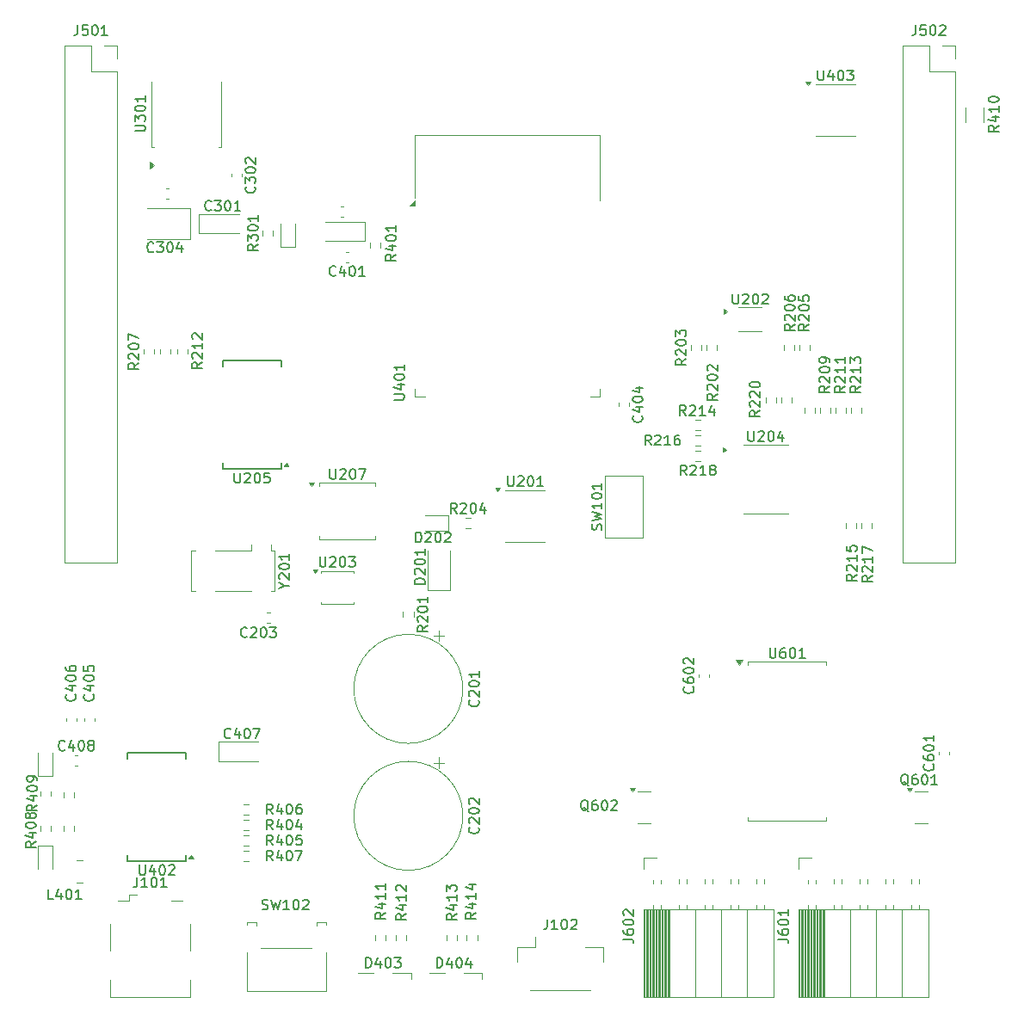
<source format=gto>
%TF.GenerationSoftware,KiCad,Pcbnew,9.0.5-9.0.5~ubuntu25.04.1*%
%TF.CreationDate,2025-10-12T20:46:25+02:00*%
%TF.ProjectId,CPU,4350552e-6b69-4636-9164-5f7063625858,rev?*%
%TF.SameCoordinates,Original*%
%TF.FileFunction,Legend,Top*%
%TF.FilePolarity,Positive*%
%FSLAX46Y46*%
G04 Gerber Fmt 4.6, Leading zero omitted, Abs format (unit mm)*
G04 Created by KiCad (PCBNEW 9.0.5-9.0.5~ubuntu25.04.1) date 2025-10-12 20:46:25*
%MOMM*%
%LPD*%
G01*
G04 APERTURE LIST*
%ADD10C,0.150000*%
%ADD11C,0.120000*%
G04 APERTURE END LIST*
D10*
X216607580Y-131434047D02*
X216655200Y-131481666D01*
X216655200Y-131481666D02*
X216702819Y-131624523D01*
X216702819Y-131624523D02*
X216702819Y-131719761D01*
X216702819Y-131719761D02*
X216655200Y-131862618D01*
X216655200Y-131862618D02*
X216559961Y-131957856D01*
X216559961Y-131957856D02*
X216464723Y-132005475D01*
X216464723Y-132005475D02*
X216274247Y-132053094D01*
X216274247Y-132053094D02*
X216131390Y-132053094D01*
X216131390Y-132053094D02*
X215940914Y-132005475D01*
X215940914Y-132005475D02*
X215845676Y-131957856D01*
X215845676Y-131957856D02*
X215750438Y-131862618D01*
X215750438Y-131862618D02*
X215702819Y-131719761D01*
X215702819Y-131719761D02*
X215702819Y-131624523D01*
X215702819Y-131624523D02*
X215750438Y-131481666D01*
X215750438Y-131481666D02*
X215798057Y-131434047D01*
X215702819Y-130576904D02*
X215702819Y-130767380D01*
X215702819Y-130767380D02*
X215750438Y-130862618D01*
X215750438Y-130862618D02*
X215798057Y-130910237D01*
X215798057Y-130910237D02*
X215940914Y-131005475D01*
X215940914Y-131005475D02*
X216131390Y-131053094D01*
X216131390Y-131053094D02*
X216512342Y-131053094D01*
X216512342Y-131053094D02*
X216607580Y-131005475D01*
X216607580Y-131005475D02*
X216655200Y-130957856D01*
X216655200Y-130957856D02*
X216702819Y-130862618D01*
X216702819Y-130862618D02*
X216702819Y-130672142D01*
X216702819Y-130672142D02*
X216655200Y-130576904D01*
X216655200Y-130576904D02*
X216607580Y-130529285D01*
X216607580Y-130529285D02*
X216512342Y-130481666D01*
X216512342Y-130481666D02*
X216274247Y-130481666D01*
X216274247Y-130481666D02*
X216179009Y-130529285D01*
X216179009Y-130529285D02*
X216131390Y-130576904D01*
X216131390Y-130576904D02*
X216083771Y-130672142D01*
X216083771Y-130672142D02*
X216083771Y-130862618D01*
X216083771Y-130862618D02*
X216131390Y-130957856D01*
X216131390Y-130957856D02*
X216179009Y-131005475D01*
X216179009Y-131005475D02*
X216274247Y-131053094D01*
X215702819Y-129862618D02*
X215702819Y-129767380D01*
X215702819Y-129767380D02*
X215750438Y-129672142D01*
X215750438Y-129672142D02*
X215798057Y-129624523D01*
X215798057Y-129624523D02*
X215893295Y-129576904D01*
X215893295Y-129576904D02*
X216083771Y-129529285D01*
X216083771Y-129529285D02*
X216321866Y-129529285D01*
X216321866Y-129529285D02*
X216512342Y-129576904D01*
X216512342Y-129576904D02*
X216607580Y-129624523D01*
X216607580Y-129624523D02*
X216655200Y-129672142D01*
X216655200Y-129672142D02*
X216702819Y-129767380D01*
X216702819Y-129767380D02*
X216702819Y-129862618D01*
X216702819Y-129862618D02*
X216655200Y-129957856D01*
X216655200Y-129957856D02*
X216607580Y-130005475D01*
X216607580Y-130005475D02*
X216512342Y-130053094D01*
X216512342Y-130053094D02*
X216321866Y-130100713D01*
X216321866Y-130100713D02*
X216083771Y-130100713D01*
X216083771Y-130100713D02*
X215893295Y-130053094D01*
X215893295Y-130053094D02*
X215798057Y-130005475D01*
X215798057Y-130005475D02*
X215750438Y-129957856D01*
X215750438Y-129957856D02*
X215702819Y-129862618D01*
X216702819Y-128576904D02*
X216702819Y-129148332D01*
X216702819Y-128862618D02*
X215702819Y-128862618D01*
X215702819Y-128862618D02*
X215845676Y-128957856D01*
X215845676Y-128957856D02*
X215940914Y-129053094D01*
X215940914Y-129053094D02*
X215988533Y-129148332D01*
X152808628Y-113828571D02*
X153284819Y-113828571D01*
X152284819Y-114161904D02*
X152808628Y-113828571D01*
X152808628Y-113828571D02*
X152284819Y-113495238D01*
X152380057Y-113209523D02*
X152332438Y-113161904D01*
X152332438Y-113161904D02*
X152284819Y-113066666D01*
X152284819Y-113066666D02*
X152284819Y-112828571D01*
X152284819Y-112828571D02*
X152332438Y-112733333D01*
X152332438Y-112733333D02*
X152380057Y-112685714D01*
X152380057Y-112685714D02*
X152475295Y-112638095D01*
X152475295Y-112638095D02*
X152570533Y-112638095D01*
X152570533Y-112638095D02*
X152713390Y-112685714D01*
X152713390Y-112685714D02*
X153284819Y-113257142D01*
X153284819Y-113257142D02*
X153284819Y-112638095D01*
X152284819Y-112019047D02*
X152284819Y-111923809D01*
X152284819Y-111923809D02*
X152332438Y-111828571D01*
X152332438Y-111828571D02*
X152380057Y-111780952D01*
X152380057Y-111780952D02*
X152475295Y-111733333D01*
X152475295Y-111733333D02*
X152665771Y-111685714D01*
X152665771Y-111685714D02*
X152903866Y-111685714D01*
X152903866Y-111685714D02*
X153094342Y-111733333D01*
X153094342Y-111733333D02*
X153189580Y-111780952D01*
X153189580Y-111780952D02*
X153237200Y-111828571D01*
X153237200Y-111828571D02*
X153284819Y-111923809D01*
X153284819Y-111923809D02*
X153284819Y-112019047D01*
X153284819Y-112019047D02*
X153237200Y-112114285D01*
X153237200Y-112114285D02*
X153189580Y-112161904D01*
X153189580Y-112161904D02*
X153094342Y-112209523D01*
X153094342Y-112209523D02*
X152903866Y-112257142D01*
X152903866Y-112257142D02*
X152665771Y-112257142D01*
X152665771Y-112257142D02*
X152475295Y-112209523D01*
X152475295Y-112209523D02*
X152380057Y-112161904D01*
X152380057Y-112161904D02*
X152332438Y-112114285D01*
X152332438Y-112114285D02*
X152284819Y-112019047D01*
X153284819Y-110733333D02*
X153284819Y-111304761D01*
X153284819Y-111019047D02*
X152284819Y-111019047D01*
X152284819Y-111019047D02*
X152427676Y-111114285D01*
X152427676Y-111114285D02*
X152522914Y-111209523D01*
X152522914Y-111209523D02*
X152570533Y-111304761D01*
X192318819Y-91543047D02*
X191842628Y-91876380D01*
X192318819Y-92114475D02*
X191318819Y-92114475D01*
X191318819Y-92114475D02*
X191318819Y-91733523D01*
X191318819Y-91733523D02*
X191366438Y-91638285D01*
X191366438Y-91638285D02*
X191414057Y-91590666D01*
X191414057Y-91590666D02*
X191509295Y-91543047D01*
X191509295Y-91543047D02*
X191652152Y-91543047D01*
X191652152Y-91543047D02*
X191747390Y-91590666D01*
X191747390Y-91590666D02*
X191795009Y-91638285D01*
X191795009Y-91638285D02*
X191842628Y-91733523D01*
X191842628Y-91733523D02*
X191842628Y-92114475D01*
X191414057Y-91162094D02*
X191366438Y-91114475D01*
X191366438Y-91114475D02*
X191318819Y-91019237D01*
X191318819Y-91019237D02*
X191318819Y-90781142D01*
X191318819Y-90781142D02*
X191366438Y-90685904D01*
X191366438Y-90685904D02*
X191414057Y-90638285D01*
X191414057Y-90638285D02*
X191509295Y-90590666D01*
X191509295Y-90590666D02*
X191604533Y-90590666D01*
X191604533Y-90590666D02*
X191747390Y-90638285D01*
X191747390Y-90638285D02*
X192318819Y-91209713D01*
X192318819Y-91209713D02*
X192318819Y-90590666D01*
X191318819Y-89971618D02*
X191318819Y-89876380D01*
X191318819Y-89876380D02*
X191366438Y-89781142D01*
X191366438Y-89781142D02*
X191414057Y-89733523D01*
X191414057Y-89733523D02*
X191509295Y-89685904D01*
X191509295Y-89685904D02*
X191699771Y-89638285D01*
X191699771Y-89638285D02*
X191937866Y-89638285D01*
X191937866Y-89638285D02*
X192128342Y-89685904D01*
X192128342Y-89685904D02*
X192223580Y-89733523D01*
X192223580Y-89733523D02*
X192271200Y-89781142D01*
X192271200Y-89781142D02*
X192318819Y-89876380D01*
X192318819Y-89876380D02*
X192318819Y-89971618D01*
X192318819Y-89971618D02*
X192271200Y-90066856D01*
X192271200Y-90066856D02*
X192223580Y-90114475D01*
X192223580Y-90114475D02*
X192128342Y-90162094D01*
X192128342Y-90162094D02*
X191937866Y-90209713D01*
X191937866Y-90209713D02*
X191699771Y-90209713D01*
X191699771Y-90209713D02*
X191509295Y-90162094D01*
X191509295Y-90162094D02*
X191414057Y-90114475D01*
X191414057Y-90114475D02*
X191366438Y-90066856D01*
X191366438Y-90066856D02*
X191318819Y-89971618D01*
X191318819Y-89304951D02*
X191318819Y-88685904D01*
X191318819Y-88685904D02*
X191699771Y-89019237D01*
X191699771Y-89019237D02*
X191699771Y-88876380D01*
X191699771Y-88876380D02*
X191747390Y-88781142D01*
X191747390Y-88781142D02*
X191795009Y-88733523D01*
X191795009Y-88733523D02*
X191890247Y-88685904D01*
X191890247Y-88685904D02*
X192128342Y-88685904D01*
X192128342Y-88685904D02*
X192223580Y-88733523D01*
X192223580Y-88733523D02*
X192271200Y-88781142D01*
X192271200Y-88781142D02*
X192318819Y-88876380D01*
X192318819Y-88876380D02*
X192318819Y-89162094D01*
X192318819Y-89162094D02*
X192271200Y-89257332D01*
X192271200Y-89257332D02*
X192223580Y-89304951D01*
X128470819Y-135422047D02*
X127994628Y-135755380D01*
X128470819Y-135993475D02*
X127470819Y-135993475D01*
X127470819Y-135993475D02*
X127470819Y-135612523D01*
X127470819Y-135612523D02*
X127518438Y-135517285D01*
X127518438Y-135517285D02*
X127566057Y-135469666D01*
X127566057Y-135469666D02*
X127661295Y-135422047D01*
X127661295Y-135422047D02*
X127804152Y-135422047D01*
X127804152Y-135422047D02*
X127899390Y-135469666D01*
X127899390Y-135469666D02*
X127947009Y-135517285D01*
X127947009Y-135517285D02*
X127994628Y-135612523D01*
X127994628Y-135612523D02*
X127994628Y-135993475D01*
X127804152Y-134564904D02*
X128470819Y-134564904D01*
X127423200Y-134802999D02*
X128137485Y-135041094D01*
X128137485Y-135041094D02*
X128137485Y-134422047D01*
X127470819Y-133850618D02*
X127470819Y-133755380D01*
X127470819Y-133755380D02*
X127518438Y-133660142D01*
X127518438Y-133660142D02*
X127566057Y-133612523D01*
X127566057Y-133612523D02*
X127661295Y-133564904D01*
X127661295Y-133564904D02*
X127851771Y-133517285D01*
X127851771Y-133517285D02*
X128089866Y-133517285D01*
X128089866Y-133517285D02*
X128280342Y-133564904D01*
X128280342Y-133564904D02*
X128375580Y-133612523D01*
X128375580Y-133612523D02*
X128423200Y-133660142D01*
X128423200Y-133660142D02*
X128470819Y-133755380D01*
X128470819Y-133755380D02*
X128470819Y-133850618D01*
X128470819Y-133850618D02*
X128423200Y-133945856D01*
X128423200Y-133945856D02*
X128375580Y-133993475D01*
X128375580Y-133993475D02*
X128280342Y-134041094D01*
X128280342Y-134041094D02*
X128089866Y-134088713D01*
X128089866Y-134088713D02*
X127851771Y-134088713D01*
X127851771Y-134088713D02*
X127661295Y-134041094D01*
X127661295Y-134041094D02*
X127566057Y-133993475D01*
X127566057Y-133993475D02*
X127518438Y-133945856D01*
X127518438Y-133945856D02*
X127470819Y-133850618D01*
X128470819Y-133041094D02*
X128470819Y-132850618D01*
X128470819Y-132850618D02*
X128423200Y-132755380D01*
X128423200Y-132755380D02*
X128375580Y-132707761D01*
X128375580Y-132707761D02*
X128232723Y-132612523D01*
X128232723Y-132612523D02*
X128042247Y-132564904D01*
X128042247Y-132564904D02*
X127661295Y-132564904D01*
X127661295Y-132564904D02*
X127566057Y-132612523D01*
X127566057Y-132612523D02*
X127518438Y-132660142D01*
X127518438Y-132660142D02*
X127470819Y-132755380D01*
X127470819Y-132755380D02*
X127470819Y-132945856D01*
X127470819Y-132945856D02*
X127518438Y-133041094D01*
X127518438Y-133041094D02*
X127566057Y-133088713D01*
X127566057Y-133088713D02*
X127661295Y-133136332D01*
X127661295Y-133136332D02*
X127899390Y-133136332D01*
X127899390Y-133136332D02*
X127994628Y-133088713D01*
X127994628Y-133088713D02*
X128042247Y-133041094D01*
X128042247Y-133041094D02*
X128089866Y-132945856D01*
X128089866Y-132945856D02*
X128089866Y-132755380D01*
X128089866Y-132755380D02*
X128042247Y-132660142D01*
X128042247Y-132660142D02*
X127994628Y-132612523D01*
X127994628Y-132612523D02*
X127899390Y-132564904D01*
X192985580Y-123814047D02*
X193033200Y-123861666D01*
X193033200Y-123861666D02*
X193080819Y-124004523D01*
X193080819Y-124004523D02*
X193080819Y-124099761D01*
X193080819Y-124099761D02*
X193033200Y-124242618D01*
X193033200Y-124242618D02*
X192937961Y-124337856D01*
X192937961Y-124337856D02*
X192842723Y-124385475D01*
X192842723Y-124385475D02*
X192652247Y-124433094D01*
X192652247Y-124433094D02*
X192509390Y-124433094D01*
X192509390Y-124433094D02*
X192318914Y-124385475D01*
X192318914Y-124385475D02*
X192223676Y-124337856D01*
X192223676Y-124337856D02*
X192128438Y-124242618D01*
X192128438Y-124242618D02*
X192080819Y-124099761D01*
X192080819Y-124099761D02*
X192080819Y-124004523D01*
X192080819Y-124004523D02*
X192128438Y-123861666D01*
X192128438Y-123861666D02*
X192176057Y-123814047D01*
X192080819Y-122956904D02*
X192080819Y-123147380D01*
X192080819Y-123147380D02*
X192128438Y-123242618D01*
X192128438Y-123242618D02*
X192176057Y-123290237D01*
X192176057Y-123290237D02*
X192318914Y-123385475D01*
X192318914Y-123385475D02*
X192509390Y-123433094D01*
X192509390Y-123433094D02*
X192890342Y-123433094D01*
X192890342Y-123433094D02*
X192985580Y-123385475D01*
X192985580Y-123385475D02*
X193033200Y-123337856D01*
X193033200Y-123337856D02*
X193080819Y-123242618D01*
X193080819Y-123242618D02*
X193080819Y-123052142D01*
X193080819Y-123052142D02*
X193033200Y-122956904D01*
X193033200Y-122956904D02*
X192985580Y-122909285D01*
X192985580Y-122909285D02*
X192890342Y-122861666D01*
X192890342Y-122861666D02*
X192652247Y-122861666D01*
X192652247Y-122861666D02*
X192557009Y-122909285D01*
X192557009Y-122909285D02*
X192509390Y-122956904D01*
X192509390Y-122956904D02*
X192461771Y-123052142D01*
X192461771Y-123052142D02*
X192461771Y-123242618D01*
X192461771Y-123242618D02*
X192509390Y-123337856D01*
X192509390Y-123337856D02*
X192557009Y-123385475D01*
X192557009Y-123385475D02*
X192652247Y-123433094D01*
X192080819Y-122242618D02*
X192080819Y-122147380D01*
X192080819Y-122147380D02*
X192128438Y-122052142D01*
X192128438Y-122052142D02*
X192176057Y-122004523D01*
X192176057Y-122004523D02*
X192271295Y-121956904D01*
X192271295Y-121956904D02*
X192461771Y-121909285D01*
X192461771Y-121909285D02*
X192699866Y-121909285D01*
X192699866Y-121909285D02*
X192890342Y-121956904D01*
X192890342Y-121956904D02*
X192985580Y-122004523D01*
X192985580Y-122004523D02*
X193033200Y-122052142D01*
X193033200Y-122052142D02*
X193080819Y-122147380D01*
X193080819Y-122147380D02*
X193080819Y-122242618D01*
X193080819Y-122242618D02*
X193033200Y-122337856D01*
X193033200Y-122337856D02*
X192985580Y-122385475D01*
X192985580Y-122385475D02*
X192890342Y-122433094D01*
X192890342Y-122433094D02*
X192699866Y-122480713D01*
X192699866Y-122480713D02*
X192461771Y-122480713D01*
X192461771Y-122480713D02*
X192271295Y-122433094D01*
X192271295Y-122433094D02*
X192176057Y-122385475D01*
X192176057Y-122385475D02*
X192128438Y-122337856D01*
X192128438Y-122337856D02*
X192080819Y-122242618D01*
X192176057Y-121528332D02*
X192128438Y-121480713D01*
X192128438Y-121480713D02*
X192080819Y-121385475D01*
X192080819Y-121385475D02*
X192080819Y-121147380D01*
X192080819Y-121147380D02*
X192128438Y-121052142D01*
X192128438Y-121052142D02*
X192176057Y-121004523D01*
X192176057Y-121004523D02*
X192271295Y-120956904D01*
X192271295Y-120956904D02*
X192366533Y-120956904D01*
X192366533Y-120956904D02*
X192509390Y-121004523D01*
X192509390Y-121004523D02*
X193080819Y-121575951D01*
X193080819Y-121575951D02*
X193080819Y-120956904D01*
X167809524Y-151454819D02*
X167809524Y-150454819D01*
X167809524Y-150454819D02*
X168047619Y-150454819D01*
X168047619Y-150454819D02*
X168190476Y-150502438D01*
X168190476Y-150502438D02*
X168285714Y-150597676D01*
X168285714Y-150597676D02*
X168333333Y-150692914D01*
X168333333Y-150692914D02*
X168380952Y-150883390D01*
X168380952Y-150883390D02*
X168380952Y-151026247D01*
X168380952Y-151026247D02*
X168333333Y-151216723D01*
X168333333Y-151216723D02*
X168285714Y-151311961D01*
X168285714Y-151311961D02*
X168190476Y-151407200D01*
X168190476Y-151407200D02*
X168047619Y-151454819D01*
X168047619Y-151454819D02*
X167809524Y-151454819D01*
X169238095Y-150788152D02*
X169238095Y-151454819D01*
X169000000Y-150407200D02*
X168761905Y-151121485D01*
X168761905Y-151121485D02*
X169380952Y-151121485D01*
X169952381Y-150454819D02*
X170047619Y-150454819D01*
X170047619Y-150454819D02*
X170142857Y-150502438D01*
X170142857Y-150502438D02*
X170190476Y-150550057D01*
X170190476Y-150550057D02*
X170238095Y-150645295D01*
X170238095Y-150645295D02*
X170285714Y-150835771D01*
X170285714Y-150835771D02*
X170285714Y-151073866D01*
X170285714Y-151073866D02*
X170238095Y-151264342D01*
X170238095Y-151264342D02*
X170190476Y-151359580D01*
X170190476Y-151359580D02*
X170142857Y-151407200D01*
X170142857Y-151407200D02*
X170047619Y-151454819D01*
X170047619Y-151454819D02*
X169952381Y-151454819D01*
X169952381Y-151454819D02*
X169857143Y-151407200D01*
X169857143Y-151407200D02*
X169809524Y-151359580D01*
X169809524Y-151359580D02*
X169761905Y-151264342D01*
X169761905Y-151264342D02*
X169714286Y-151073866D01*
X169714286Y-151073866D02*
X169714286Y-150835771D01*
X169714286Y-150835771D02*
X169761905Y-150645295D01*
X169761905Y-150645295D02*
X169809524Y-150550057D01*
X169809524Y-150550057D02*
X169857143Y-150502438D01*
X169857143Y-150502438D02*
X169952381Y-150454819D01*
X171142857Y-150788152D02*
X171142857Y-151454819D01*
X170904762Y-150407200D02*
X170666667Y-151121485D01*
X170666667Y-151121485D02*
X171285714Y-151121485D01*
X166624819Y-113690475D02*
X165624819Y-113690475D01*
X165624819Y-113690475D02*
X165624819Y-113452380D01*
X165624819Y-113452380D02*
X165672438Y-113309523D01*
X165672438Y-113309523D02*
X165767676Y-113214285D01*
X165767676Y-113214285D02*
X165862914Y-113166666D01*
X165862914Y-113166666D02*
X166053390Y-113119047D01*
X166053390Y-113119047D02*
X166196247Y-113119047D01*
X166196247Y-113119047D02*
X166386723Y-113166666D01*
X166386723Y-113166666D02*
X166481961Y-113214285D01*
X166481961Y-113214285D02*
X166577200Y-113309523D01*
X166577200Y-113309523D02*
X166624819Y-113452380D01*
X166624819Y-113452380D02*
X166624819Y-113690475D01*
X165720057Y-112738094D02*
X165672438Y-112690475D01*
X165672438Y-112690475D02*
X165624819Y-112595237D01*
X165624819Y-112595237D02*
X165624819Y-112357142D01*
X165624819Y-112357142D02*
X165672438Y-112261904D01*
X165672438Y-112261904D02*
X165720057Y-112214285D01*
X165720057Y-112214285D02*
X165815295Y-112166666D01*
X165815295Y-112166666D02*
X165910533Y-112166666D01*
X165910533Y-112166666D02*
X166053390Y-112214285D01*
X166053390Y-112214285D02*
X166624819Y-112785713D01*
X166624819Y-112785713D02*
X166624819Y-112166666D01*
X165624819Y-111547618D02*
X165624819Y-111452380D01*
X165624819Y-111452380D02*
X165672438Y-111357142D01*
X165672438Y-111357142D02*
X165720057Y-111309523D01*
X165720057Y-111309523D02*
X165815295Y-111261904D01*
X165815295Y-111261904D02*
X166005771Y-111214285D01*
X166005771Y-111214285D02*
X166243866Y-111214285D01*
X166243866Y-111214285D02*
X166434342Y-111261904D01*
X166434342Y-111261904D02*
X166529580Y-111309523D01*
X166529580Y-111309523D02*
X166577200Y-111357142D01*
X166577200Y-111357142D02*
X166624819Y-111452380D01*
X166624819Y-111452380D02*
X166624819Y-111547618D01*
X166624819Y-111547618D02*
X166577200Y-111642856D01*
X166577200Y-111642856D02*
X166529580Y-111690475D01*
X166529580Y-111690475D02*
X166434342Y-111738094D01*
X166434342Y-111738094D02*
X166243866Y-111785713D01*
X166243866Y-111785713D02*
X166005771Y-111785713D01*
X166005771Y-111785713D02*
X165815295Y-111738094D01*
X165815295Y-111738094D02*
X165720057Y-111690475D01*
X165720057Y-111690475D02*
X165672438Y-111642856D01*
X165672438Y-111642856D02*
X165624819Y-111547618D01*
X166624819Y-110261904D02*
X166624819Y-110833332D01*
X166624819Y-110547618D02*
X165624819Y-110547618D01*
X165624819Y-110547618D02*
X165767676Y-110642856D01*
X165767676Y-110642856D02*
X165862914Y-110738094D01*
X165862914Y-110738094D02*
X165910533Y-110833332D01*
X171859580Y-125119047D02*
X171907200Y-125166666D01*
X171907200Y-125166666D02*
X171954819Y-125309523D01*
X171954819Y-125309523D02*
X171954819Y-125404761D01*
X171954819Y-125404761D02*
X171907200Y-125547618D01*
X171907200Y-125547618D02*
X171811961Y-125642856D01*
X171811961Y-125642856D02*
X171716723Y-125690475D01*
X171716723Y-125690475D02*
X171526247Y-125738094D01*
X171526247Y-125738094D02*
X171383390Y-125738094D01*
X171383390Y-125738094D02*
X171192914Y-125690475D01*
X171192914Y-125690475D02*
X171097676Y-125642856D01*
X171097676Y-125642856D02*
X171002438Y-125547618D01*
X171002438Y-125547618D02*
X170954819Y-125404761D01*
X170954819Y-125404761D02*
X170954819Y-125309523D01*
X170954819Y-125309523D02*
X171002438Y-125166666D01*
X171002438Y-125166666D02*
X171050057Y-125119047D01*
X171050057Y-124738094D02*
X171002438Y-124690475D01*
X171002438Y-124690475D02*
X170954819Y-124595237D01*
X170954819Y-124595237D02*
X170954819Y-124357142D01*
X170954819Y-124357142D02*
X171002438Y-124261904D01*
X171002438Y-124261904D02*
X171050057Y-124214285D01*
X171050057Y-124214285D02*
X171145295Y-124166666D01*
X171145295Y-124166666D02*
X171240533Y-124166666D01*
X171240533Y-124166666D02*
X171383390Y-124214285D01*
X171383390Y-124214285D02*
X171954819Y-124785713D01*
X171954819Y-124785713D02*
X171954819Y-124166666D01*
X170954819Y-123547618D02*
X170954819Y-123452380D01*
X170954819Y-123452380D02*
X171002438Y-123357142D01*
X171002438Y-123357142D02*
X171050057Y-123309523D01*
X171050057Y-123309523D02*
X171145295Y-123261904D01*
X171145295Y-123261904D02*
X171335771Y-123214285D01*
X171335771Y-123214285D02*
X171573866Y-123214285D01*
X171573866Y-123214285D02*
X171764342Y-123261904D01*
X171764342Y-123261904D02*
X171859580Y-123309523D01*
X171859580Y-123309523D02*
X171907200Y-123357142D01*
X171907200Y-123357142D02*
X171954819Y-123452380D01*
X171954819Y-123452380D02*
X171954819Y-123547618D01*
X171954819Y-123547618D02*
X171907200Y-123642856D01*
X171907200Y-123642856D02*
X171859580Y-123690475D01*
X171859580Y-123690475D02*
X171764342Y-123738094D01*
X171764342Y-123738094D02*
X171573866Y-123785713D01*
X171573866Y-123785713D02*
X171335771Y-123785713D01*
X171335771Y-123785713D02*
X171145295Y-123738094D01*
X171145295Y-123738094D02*
X171050057Y-123690475D01*
X171050057Y-123690475D02*
X171002438Y-123642856D01*
X171002438Y-123642856D02*
X170954819Y-123547618D01*
X171954819Y-122261904D02*
X171954819Y-122833332D01*
X171954819Y-122547618D02*
X170954819Y-122547618D01*
X170954819Y-122547618D02*
X171097676Y-122642856D01*
X171097676Y-122642856D02*
X171192914Y-122738094D01*
X171192914Y-122738094D02*
X171240533Y-122833332D01*
X198437714Y-98632819D02*
X198437714Y-99442342D01*
X198437714Y-99442342D02*
X198485333Y-99537580D01*
X198485333Y-99537580D02*
X198532952Y-99585200D01*
X198532952Y-99585200D02*
X198628190Y-99632819D01*
X198628190Y-99632819D02*
X198818666Y-99632819D01*
X198818666Y-99632819D02*
X198913904Y-99585200D01*
X198913904Y-99585200D02*
X198961523Y-99537580D01*
X198961523Y-99537580D02*
X199009142Y-99442342D01*
X199009142Y-99442342D02*
X199009142Y-98632819D01*
X199437714Y-98728057D02*
X199485333Y-98680438D01*
X199485333Y-98680438D02*
X199580571Y-98632819D01*
X199580571Y-98632819D02*
X199818666Y-98632819D01*
X199818666Y-98632819D02*
X199913904Y-98680438D01*
X199913904Y-98680438D02*
X199961523Y-98728057D01*
X199961523Y-98728057D02*
X200009142Y-98823295D01*
X200009142Y-98823295D02*
X200009142Y-98918533D01*
X200009142Y-98918533D02*
X199961523Y-99061390D01*
X199961523Y-99061390D02*
X199390095Y-99632819D01*
X199390095Y-99632819D02*
X200009142Y-99632819D01*
X200628190Y-98632819D02*
X200723428Y-98632819D01*
X200723428Y-98632819D02*
X200818666Y-98680438D01*
X200818666Y-98680438D02*
X200866285Y-98728057D01*
X200866285Y-98728057D02*
X200913904Y-98823295D01*
X200913904Y-98823295D02*
X200961523Y-99013771D01*
X200961523Y-99013771D02*
X200961523Y-99251866D01*
X200961523Y-99251866D02*
X200913904Y-99442342D01*
X200913904Y-99442342D02*
X200866285Y-99537580D01*
X200866285Y-99537580D02*
X200818666Y-99585200D01*
X200818666Y-99585200D02*
X200723428Y-99632819D01*
X200723428Y-99632819D02*
X200628190Y-99632819D01*
X200628190Y-99632819D02*
X200532952Y-99585200D01*
X200532952Y-99585200D02*
X200485333Y-99537580D01*
X200485333Y-99537580D02*
X200437714Y-99442342D01*
X200437714Y-99442342D02*
X200390095Y-99251866D01*
X200390095Y-99251866D02*
X200390095Y-99013771D01*
X200390095Y-99013771D02*
X200437714Y-98823295D01*
X200437714Y-98823295D02*
X200485333Y-98728057D01*
X200485333Y-98728057D02*
X200532952Y-98680438D01*
X200532952Y-98680438D02*
X200628190Y-98632819D01*
X201818666Y-98966152D02*
X201818666Y-99632819D01*
X201580571Y-98585200D02*
X201342476Y-99299485D01*
X201342476Y-99299485D02*
X201961523Y-99299485D01*
X149871580Y-74576047D02*
X149919200Y-74623666D01*
X149919200Y-74623666D02*
X149966819Y-74766523D01*
X149966819Y-74766523D02*
X149966819Y-74861761D01*
X149966819Y-74861761D02*
X149919200Y-75004618D01*
X149919200Y-75004618D02*
X149823961Y-75099856D01*
X149823961Y-75099856D02*
X149728723Y-75147475D01*
X149728723Y-75147475D02*
X149538247Y-75195094D01*
X149538247Y-75195094D02*
X149395390Y-75195094D01*
X149395390Y-75195094D02*
X149204914Y-75147475D01*
X149204914Y-75147475D02*
X149109676Y-75099856D01*
X149109676Y-75099856D02*
X149014438Y-75004618D01*
X149014438Y-75004618D02*
X148966819Y-74861761D01*
X148966819Y-74861761D02*
X148966819Y-74766523D01*
X148966819Y-74766523D02*
X149014438Y-74623666D01*
X149014438Y-74623666D02*
X149062057Y-74576047D01*
X148966819Y-74242713D02*
X148966819Y-73623666D01*
X148966819Y-73623666D02*
X149347771Y-73956999D01*
X149347771Y-73956999D02*
X149347771Y-73814142D01*
X149347771Y-73814142D02*
X149395390Y-73718904D01*
X149395390Y-73718904D02*
X149443009Y-73671285D01*
X149443009Y-73671285D02*
X149538247Y-73623666D01*
X149538247Y-73623666D02*
X149776342Y-73623666D01*
X149776342Y-73623666D02*
X149871580Y-73671285D01*
X149871580Y-73671285D02*
X149919200Y-73718904D01*
X149919200Y-73718904D02*
X149966819Y-73814142D01*
X149966819Y-73814142D02*
X149966819Y-74099856D01*
X149966819Y-74099856D02*
X149919200Y-74195094D01*
X149919200Y-74195094D02*
X149871580Y-74242713D01*
X148966819Y-73004618D02*
X148966819Y-72909380D01*
X148966819Y-72909380D02*
X149014438Y-72814142D01*
X149014438Y-72814142D02*
X149062057Y-72766523D01*
X149062057Y-72766523D02*
X149157295Y-72718904D01*
X149157295Y-72718904D02*
X149347771Y-72671285D01*
X149347771Y-72671285D02*
X149585866Y-72671285D01*
X149585866Y-72671285D02*
X149776342Y-72718904D01*
X149776342Y-72718904D02*
X149871580Y-72766523D01*
X149871580Y-72766523D02*
X149919200Y-72814142D01*
X149919200Y-72814142D02*
X149966819Y-72909380D01*
X149966819Y-72909380D02*
X149966819Y-73004618D01*
X149966819Y-73004618D02*
X149919200Y-73099856D01*
X149919200Y-73099856D02*
X149871580Y-73147475D01*
X149871580Y-73147475D02*
X149776342Y-73195094D01*
X149776342Y-73195094D02*
X149585866Y-73242713D01*
X149585866Y-73242713D02*
X149347771Y-73242713D01*
X149347771Y-73242713D02*
X149157295Y-73195094D01*
X149157295Y-73195094D02*
X149062057Y-73147475D01*
X149062057Y-73147475D02*
X149014438Y-73099856D01*
X149014438Y-73099856D02*
X148966819Y-73004618D01*
X149062057Y-72290332D02*
X149014438Y-72242713D01*
X149014438Y-72242713D02*
X148966819Y-72147475D01*
X148966819Y-72147475D02*
X148966819Y-71909380D01*
X148966819Y-71909380D02*
X149014438Y-71814142D01*
X149014438Y-71814142D02*
X149062057Y-71766523D01*
X149062057Y-71766523D02*
X149157295Y-71718904D01*
X149157295Y-71718904D02*
X149252533Y-71718904D01*
X149252533Y-71718904D02*
X149395390Y-71766523D01*
X149395390Y-71766523D02*
X149966819Y-72337951D01*
X149966819Y-72337951D02*
X149966819Y-71718904D01*
X199590819Y-96623047D02*
X199114628Y-96956380D01*
X199590819Y-97194475D02*
X198590819Y-97194475D01*
X198590819Y-97194475D02*
X198590819Y-96813523D01*
X198590819Y-96813523D02*
X198638438Y-96718285D01*
X198638438Y-96718285D02*
X198686057Y-96670666D01*
X198686057Y-96670666D02*
X198781295Y-96623047D01*
X198781295Y-96623047D02*
X198924152Y-96623047D01*
X198924152Y-96623047D02*
X199019390Y-96670666D01*
X199019390Y-96670666D02*
X199067009Y-96718285D01*
X199067009Y-96718285D02*
X199114628Y-96813523D01*
X199114628Y-96813523D02*
X199114628Y-97194475D01*
X198686057Y-96242094D02*
X198638438Y-96194475D01*
X198638438Y-96194475D02*
X198590819Y-96099237D01*
X198590819Y-96099237D02*
X198590819Y-95861142D01*
X198590819Y-95861142D02*
X198638438Y-95765904D01*
X198638438Y-95765904D02*
X198686057Y-95718285D01*
X198686057Y-95718285D02*
X198781295Y-95670666D01*
X198781295Y-95670666D02*
X198876533Y-95670666D01*
X198876533Y-95670666D02*
X199019390Y-95718285D01*
X199019390Y-95718285D02*
X199590819Y-96289713D01*
X199590819Y-96289713D02*
X199590819Y-95670666D01*
X198686057Y-95289713D02*
X198638438Y-95242094D01*
X198638438Y-95242094D02*
X198590819Y-95146856D01*
X198590819Y-95146856D02*
X198590819Y-94908761D01*
X198590819Y-94908761D02*
X198638438Y-94813523D01*
X198638438Y-94813523D02*
X198686057Y-94765904D01*
X198686057Y-94765904D02*
X198781295Y-94718285D01*
X198781295Y-94718285D02*
X198876533Y-94718285D01*
X198876533Y-94718285D02*
X199019390Y-94765904D01*
X199019390Y-94765904D02*
X199590819Y-95337332D01*
X199590819Y-95337332D02*
X199590819Y-94718285D01*
X198590819Y-94099237D02*
X198590819Y-94003999D01*
X198590819Y-94003999D02*
X198638438Y-93908761D01*
X198638438Y-93908761D02*
X198686057Y-93861142D01*
X198686057Y-93861142D02*
X198781295Y-93813523D01*
X198781295Y-93813523D02*
X198971771Y-93765904D01*
X198971771Y-93765904D02*
X199209866Y-93765904D01*
X199209866Y-93765904D02*
X199400342Y-93813523D01*
X199400342Y-93813523D02*
X199495580Y-93861142D01*
X199495580Y-93861142D02*
X199543200Y-93908761D01*
X199543200Y-93908761D02*
X199590819Y-94003999D01*
X199590819Y-94003999D02*
X199590819Y-94099237D01*
X199590819Y-94099237D02*
X199543200Y-94194475D01*
X199543200Y-94194475D02*
X199495580Y-94242094D01*
X199495580Y-94242094D02*
X199400342Y-94289713D01*
X199400342Y-94289713D02*
X199209866Y-94337332D01*
X199209866Y-94337332D02*
X198971771Y-94337332D01*
X198971771Y-94337332D02*
X198781295Y-94289713D01*
X198781295Y-94289713D02*
X198686057Y-94242094D01*
X198686057Y-94242094D02*
X198638438Y-94194475D01*
X198638438Y-94194475D02*
X198590819Y-94099237D01*
X163776819Y-81256047D02*
X163300628Y-81589380D01*
X163776819Y-81827475D02*
X162776819Y-81827475D01*
X162776819Y-81827475D02*
X162776819Y-81446523D01*
X162776819Y-81446523D02*
X162824438Y-81351285D01*
X162824438Y-81351285D02*
X162872057Y-81303666D01*
X162872057Y-81303666D02*
X162967295Y-81256047D01*
X162967295Y-81256047D02*
X163110152Y-81256047D01*
X163110152Y-81256047D02*
X163205390Y-81303666D01*
X163205390Y-81303666D02*
X163253009Y-81351285D01*
X163253009Y-81351285D02*
X163300628Y-81446523D01*
X163300628Y-81446523D02*
X163300628Y-81827475D01*
X163110152Y-80398904D02*
X163776819Y-80398904D01*
X162729200Y-80636999D02*
X163443485Y-80875094D01*
X163443485Y-80875094D02*
X163443485Y-80256047D01*
X162776819Y-79684618D02*
X162776819Y-79589380D01*
X162776819Y-79589380D02*
X162824438Y-79494142D01*
X162824438Y-79494142D02*
X162872057Y-79446523D01*
X162872057Y-79446523D02*
X162967295Y-79398904D01*
X162967295Y-79398904D02*
X163157771Y-79351285D01*
X163157771Y-79351285D02*
X163395866Y-79351285D01*
X163395866Y-79351285D02*
X163586342Y-79398904D01*
X163586342Y-79398904D02*
X163681580Y-79446523D01*
X163681580Y-79446523D02*
X163729200Y-79494142D01*
X163729200Y-79494142D02*
X163776819Y-79589380D01*
X163776819Y-79589380D02*
X163776819Y-79684618D01*
X163776819Y-79684618D02*
X163729200Y-79779856D01*
X163729200Y-79779856D02*
X163681580Y-79827475D01*
X163681580Y-79827475D02*
X163586342Y-79875094D01*
X163586342Y-79875094D02*
X163395866Y-79922713D01*
X163395866Y-79922713D02*
X163157771Y-79922713D01*
X163157771Y-79922713D02*
X162967295Y-79875094D01*
X162967295Y-79875094D02*
X162872057Y-79827475D01*
X162872057Y-79827475D02*
X162824438Y-79779856D01*
X162824438Y-79779856D02*
X162776819Y-79684618D01*
X163776819Y-78398904D02*
X163776819Y-78970332D01*
X163776819Y-78684618D02*
X162776819Y-78684618D01*
X162776819Y-78684618D02*
X162919676Y-78779856D01*
X162919676Y-78779856D02*
X163014914Y-78875094D01*
X163014914Y-78875094D02*
X163062533Y-78970332D01*
X163594819Y-95544285D02*
X164404342Y-95544285D01*
X164404342Y-95544285D02*
X164499580Y-95496666D01*
X164499580Y-95496666D02*
X164547200Y-95449047D01*
X164547200Y-95449047D02*
X164594819Y-95353809D01*
X164594819Y-95353809D02*
X164594819Y-95163333D01*
X164594819Y-95163333D02*
X164547200Y-95068095D01*
X164547200Y-95068095D02*
X164499580Y-95020476D01*
X164499580Y-95020476D02*
X164404342Y-94972857D01*
X164404342Y-94972857D02*
X163594819Y-94972857D01*
X163928152Y-94068095D02*
X164594819Y-94068095D01*
X163547200Y-94306190D02*
X164261485Y-94544285D01*
X164261485Y-94544285D02*
X164261485Y-93925238D01*
X163594819Y-93353809D02*
X163594819Y-93258571D01*
X163594819Y-93258571D02*
X163642438Y-93163333D01*
X163642438Y-93163333D02*
X163690057Y-93115714D01*
X163690057Y-93115714D02*
X163785295Y-93068095D01*
X163785295Y-93068095D02*
X163975771Y-93020476D01*
X163975771Y-93020476D02*
X164213866Y-93020476D01*
X164213866Y-93020476D02*
X164404342Y-93068095D01*
X164404342Y-93068095D02*
X164499580Y-93115714D01*
X164499580Y-93115714D02*
X164547200Y-93163333D01*
X164547200Y-93163333D02*
X164594819Y-93258571D01*
X164594819Y-93258571D02*
X164594819Y-93353809D01*
X164594819Y-93353809D02*
X164547200Y-93449047D01*
X164547200Y-93449047D02*
X164499580Y-93496666D01*
X164499580Y-93496666D02*
X164404342Y-93544285D01*
X164404342Y-93544285D02*
X164213866Y-93591904D01*
X164213866Y-93591904D02*
X163975771Y-93591904D01*
X163975771Y-93591904D02*
X163785295Y-93544285D01*
X163785295Y-93544285D02*
X163690057Y-93496666D01*
X163690057Y-93496666D02*
X163642438Y-93449047D01*
X163642438Y-93449047D02*
X163594819Y-93353809D01*
X164594819Y-92068095D02*
X164594819Y-92639523D01*
X164594819Y-92353809D02*
X163594819Y-92353809D01*
X163594819Y-92353809D02*
X163737676Y-92449047D01*
X163737676Y-92449047D02*
X163832914Y-92544285D01*
X163832914Y-92544285D02*
X163880533Y-92639523D01*
X165721024Y-109580819D02*
X165721024Y-108580819D01*
X165721024Y-108580819D02*
X165959119Y-108580819D01*
X165959119Y-108580819D02*
X166101976Y-108628438D01*
X166101976Y-108628438D02*
X166197214Y-108723676D01*
X166197214Y-108723676D02*
X166244833Y-108818914D01*
X166244833Y-108818914D02*
X166292452Y-109009390D01*
X166292452Y-109009390D02*
X166292452Y-109152247D01*
X166292452Y-109152247D02*
X166244833Y-109342723D01*
X166244833Y-109342723D02*
X166197214Y-109437961D01*
X166197214Y-109437961D02*
X166101976Y-109533200D01*
X166101976Y-109533200D02*
X165959119Y-109580819D01*
X165959119Y-109580819D02*
X165721024Y-109580819D01*
X166673405Y-108676057D02*
X166721024Y-108628438D01*
X166721024Y-108628438D02*
X166816262Y-108580819D01*
X166816262Y-108580819D02*
X167054357Y-108580819D01*
X167054357Y-108580819D02*
X167149595Y-108628438D01*
X167149595Y-108628438D02*
X167197214Y-108676057D01*
X167197214Y-108676057D02*
X167244833Y-108771295D01*
X167244833Y-108771295D02*
X167244833Y-108866533D01*
X167244833Y-108866533D02*
X167197214Y-109009390D01*
X167197214Y-109009390D02*
X166625786Y-109580819D01*
X166625786Y-109580819D02*
X167244833Y-109580819D01*
X167863881Y-108580819D02*
X167959119Y-108580819D01*
X167959119Y-108580819D02*
X168054357Y-108628438D01*
X168054357Y-108628438D02*
X168101976Y-108676057D01*
X168101976Y-108676057D02*
X168149595Y-108771295D01*
X168149595Y-108771295D02*
X168197214Y-108961771D01*
X168197214Y-108961771D02*
X168197214Y-109199866D01*
X168197214Y-109199866D02*
X168149595Y-109390342D01*
X168149595Y-109390342D02*
X168101976Y-109485580D01*
X168101976Y-109485580D02*
X168054357Y-109533200D01*
X168054357Y-109533200D02*
X167959119Y-109580819D01*
X167959119Y-109580819D02*
X167863881Y-109580819D01*
X167863881Y-109580819D02*
X167768643Y-109533200D01*
X167768643Y-109533200D02*
X167721024Y-109485580D01*
X167721024Y-109485580D02*
X167673405Y-109390342D01*
X167673405Y-109390342D02*
X167625786Y-109199866D01*
X167625786Y-109199866D02*
X167625786Y-108961771D01*
X167625786Y-108961771D02*
X167673405Y-108771295D01*
X167673405Y-108771295D02*
X167721024Y-108676057D01*
X167721024Y-108676057D02*
X167768643Y-108628438D01*
X167768643Y-108628438D02*
X167863881Y-108580819D01*
X168578167Y-108676057D02*
X168625786Y-108628438D01*
X168625786Y-108628438D02*
X168721024Y-108580819D01*
X168721024Y-108580819D02*
X168959119Y-108580819D01*
X168959119Y-108580819D02*
X169054357Y-108628438D01*
X169054357Y-108628438D02*
X169101976Y-108676057D01*
X169101976Y-108676057D02*
X169149595Y-108771295D01*
X169149595Y-108771295D02*
X169149595Y-108866533D01*
X169149595Y-108866533D02*
X169101976Y-109009390D01*
X169101976Y-109009390D02*
X168530548Y-109580819D01*
X168530548Y-109580819D02*
X169149595Y-109580819D01*
X210639819Y-112879047D02*
X210163628Y-113212380D01*
X210639819Y-113450475D02*
X209639819Y-113450475D01*
X209639819Y-113450475D02*
X209639819Y-113069523D01*
X209639819Y-113069523D02*
X209687438Y-112974285D01*
X209687438Y-112974285D02*
X209735057Y-112926666D01*
X209735057Y-112926666D02*
X209830295Y-112879047D01*
X209830295Y-112879047D02*
X209973152Y-112879047D01*
X209973152Y-112879047D02*
X210068390Y-112926666D01*
X210068390Y-112926666D02*
X210116009Y-112974285D01*
X210116009Y-112974285D02*
X210163628Y-113069523D01*
X210163628Y-113069523D02*
X210163628Y-113450475D01*
X209735057Y-112498094D02*
X209687438Y-112450475D01*
X209687438Y-112450475D02*
X209639819Y-112355237D01*
X209639819Y-112355237D02*
X209639819Y-112117142D01*
X209639819Y-112117142D02*
X209687438Y-112021904D01*
X209687438Y-112021904D02*
X209735057Y-111974285D01*
X209735057Y-111974285D02*
X209830295Y-111926666D01*
X209830295Y-111926666D02*
X209925533Y-111926666D01*
X209925533Y-111926666D02*
X210068390Y-111974285D01*
X210068390Y-111974285D02*
X210639819Y-112545713D01*
X210639819Y-112545713D02*
X210639819Y-111926666D01*
X210639819Y-110974285D02*
X210639819Y-111545713D01*
X210639819Y-111259999D02*
X209639819Y-111259999D01*
X209639819Y-111259999D02*
X209782676Y-111355237D01*
X209782676Y-111355237D02*
X209877914Y-111450475D01*
X209877914Y-111450475D02*
X209925533Y-111545713D01*
X209639819Y-110640951D02*
X209639819Y-109974285D01*
X209639819Y-109974285D02*
X210639819Y-110402856D01*
X186148819Y-148630714D02*
X186863104Y-148630714D01*
X186863104Y-148630714D02*
X187005961Y-148678333D01*
X187005961Y-148678333D02*
X187101200Y-148773571D01*
X187101200Y-148773571D02*
X187148819Y-148916428D01*
X187148819Y-148916428D02*
X187148819Y-149011666D01*
X186148819Y-147725952D02*
X186148819Y-147916428D01*
X186148819Y-147916428D02*
X186196438Y-148011666D01*
X186196438Y-148011666D02*
X186244057Y-148059285D01*
X186244057Y-148059285D02*
X186386914Y-148154523D01*
X186386914Y-148154523D02*
X186577390Y-148202142D01*
X186577390Y-148202142D02*
X186958342Y-148202142D01*
X186958342Y-148202142D02*
X187053580Y-148154523D01*
X187053580Y-148154523D02*
X187101200Y-148106904D01*
X187101200Y-148106904D02*
X187148819Y-148011666D01*
X187148819Y-148011666D02*
X187148819Y-147821190D01*
X187148819Y-147821190D02*
X187101200Y-147725952D01*
X187101200Y-147725952D02*
X187053580Y-147678333D01*
X187053580Y-147678333D02*
X186958342Y-147630714D01*
X186958342Y-147630714D02*
X186720247Y-147630714D01*
X186720247Y-147630714D02*
X186625009Y-147678333D01*
X186625009Y-147678333D02*
X186577390Y-147725952D01*
X186577390Y-147725952D02*
X186529771Y-147821190D01*
X186529771Y-147821190D02*
X186529771Y-148011666D01*
X186529771Y-148011666D02*
X186577390Y-148106904D01*
X186577390Y-148106904D02*
X186625009Y-148154523D01*
X186625009Y-148154523D02*
X186720247Y-148202142D01*
X186148819Y-147011666D02*
X186148819Y-146916428D01*
X186148819Y-146916428D02*
X186196438Y-146821190D01*
X186196438Y-146821190D02*
X186244057Y-146773571D01*
X186244057Y-146773571D02*
X186339295Y-146725952D01*
X186339295Y-146725952D02*
X186529771Y-146678333D01*
X186529771Y-146678333D02*
X186767866Y-146678333D01*
X186767866Y-146678333D02*
X186958342Y-146725952D01*
X186958342Y-146725952D02*
X187053580Y-146773571D01*
X187053580Y-146773571D02*
X187101200Y-146821190D01*
X187101200Y-146821190D02*
X187148819Y-146916428D01*
X187148819Y-146916428D02*
X187148819Y-147011666D01*
X187148819Y-147011666D02*
X187101200Y-147106904D01*
X187101200Y-147106904D02*
X187053580Y-147154523D01*
X187053580Y-147154523D02*
X186958342Y-147202142D01*
X186958342Y-147202142D02*
X186767866Y-147249761D01*
X186767866Y-147249761D02*
X186529771Y-147249761D01*
X186529771Y-147249761D02*
X186339295Y-147202142D01*
X186339295Y-147202142D02*
X186244057Y-147154523D01*
X186244057Y-147154523D02*
X186196438Y-147106904D01*
X186196438Y-147106904D02*
X186148819Y-147011666D01*
X186244057Y-146297380D02*
X186196438Y-146249761D01*
X186196438Y-146249761D02*
X186148819Y-146154523D01*
X186148819Y-146154523D02*
X186148819Y-145916428D01*
X186148819Y-145916428D02*
X186196438Y-145821190D01*
X186196438Y-145821190D02*
X186244057Y-145773571D01*
X186244057Y-145773571D02*
X186339295Y-145725952D01*
X186339295Y-145725952D02*
X186434533Y-145725952D01*
X186434533Y-145725952D02*
X186577390Y-145773571D01*
X186577390Y-145773571D02*
X187148819Y-146344999D01*
X187148819Y-146344999D02*
X187148819Y-145725952D01*
X162760819Y-146026047D02*
X162284628Y-146359380D01*
X162760819Y-146597475D02*
X161760819Y-146597475D01*
X161760819Y-146597475D02*
X161760819Y-146216523D01*
X161760819Y-146216523D02*
X161808438Y-146121285D01*
X161808438Y-146121285D02*
X161856057Y-146073666D01*
X161856057Y-146073666D02*
X161951295Y-146026047D01*
X161951295Y-146026047D02*
X162094152Y-146026047D01*
X162094152Y-146026047D02*
X162189390Y-146073666D01*
X162189390Y-146073666D02*
X162237009Y-146121285D01*
X162237009Y-146121285D02*
X162284628Y-146216523D01*
X162284628Y-146216523D02*
X162284628Y-146597475D01*
X162094152Y-145168904D02*
X162760819Y-145168904D01*
X161713200Y-145406999D02*
X162427485Y-145645094D01*
X162427485Y-145645094D02*
X162427485Y-145026047D01*
X162760819Y-144121285D02*
X162760819Y-144692713D01*
X162760819Y-144406999D02*
X161760819Y-144406999D01*
X161760819Y-144406999D02*
X161903676Y-144502237D01*
X161903676Y-144502237D02*
X161998914Y-144597475D01*
X161998914Y-144597475D02*
X162046533Y-144692713D01*
X162760819Y-143168904D02*
X162760819Y-143740332D01*
X162760819Y-143454618D02*
X161760819Y-143454618D01*
X161760819Y-143454618D02*
X161903676Y-143549856D01*
X161903676Y-143549856D02*
X161998914Y-143645094D01*
X161998914Y-143645094D02*
X162046533Y-143740332D01*
X169759952Y-106720819D02*
X169426619Y-106244628D01*
X169188524Y-106720819D02*
X169188524Y-105720819D01*
X169188524Y-105720819D02*
X169569476Y-105720819D01*
X169569476Y-105720819D02*
X169664714Y-105768438D01*
X169664714Y-105768438D02*
X169712333Y-105816057D01*
X169712333Y-105816057D02*
X169759952Y-105911295D01*
X169759952Y-105911295D02*
X169759952Y-106054152D01*
X169759952Y-106054152D02*
X169712333Y-106149390D01*
X169712333Y-106149390D02*
X169664714Y-106197009D01*
X169664714Y-106197009D02*
X169569476Y-106244628D01*
X169569476Y-106244628D02*
X169188524Y-106244628D01*
X170140905Y-105816057D02*
X170188524Y-105768438D01*
X170188524Y-105768438D02*
X170283762Y-105720819D01*
X170283762Y-105720819D02*
X170521857Y-105720819D01*
X170521857Y-105720819D02*
X170617095Y-105768438D01*
X170617095Y-105768438D02*
X170664714Y-105816057D01*
X170664714Y-105816057D02*
X170712333Y-105911295D01*
X170712333Y-105911295D02*
X170712333Y-106006533D01*
X170712333Y-106006533D02*
X170664714Y-106149390D01*
X170664714Y-106149390D02*
X170093286Y-106720819D01*
X170093286Y-106720819D02*
X170712333Y-106720819D01*
X171331381Y-105720819D02*
X171426619Y-105720819D01*
X171426619Y-105720819D02*
X171521857Y-105768438D01*
X171521857Y-105768438D02*
X171569476Y-105816057D01*
X171569476Y-105816057D02*
X171617095Y-105911295D01*
X171617095Y-105911295D02*
X171664714Y-106101771D01*
X171664714Y-106101771D02*
X171664714Y-106339866D01*
X171664714Y-106339866D02*
X171617095Y-106530342D01*
X171617095Y-106530342D02*
X171569476Y-106625580D01*
X171569476Y-106625580D02*
X171521857Y-106673200D01*
X171521857Y-106673200D02*
X171426619Y-106720819D01*
X171426619Y-106720819D02*
X171331381Y-106720819D01*
X171331381Y-106720819D02*
X171236143Y-106673200D01*
X171236143Y-106673200D02*
X171188524Y-106625580D01*
X171188524Y-106625580D02*
X171140905Y-106530342D01*
X171140905Y-106530342D02*
X171093286Y-106339866D01*
X171093286Y-106339866D02*
X171093286Y-106101771D01*
X171093286Y-106101771D02*
X171140905Y-105911295D01*
X171140905Y-105911295D02*
X171188524Y-105816057D01*
X171188524Y-105816057D02*
X171236143Y-105768438D01*
X171236143Y-105768438D02*
X171331381Y-105720819D01*
X172521857Y-106054152D02*
X172521857Y-106720819D01*
X172283762Y-105673200D02*
X172045667Y-106387485D01*
X172045667Y-106387485D02*
X172664714Y-106387485D01*
X138109319Y-69106285D02*
X138918842Y-69106285D01*
X138918842Y-69106285D02*
X139014080Y-69058666D01*
X139014080Y-69058666D02*
X139061700Y-69011047D01*
X139061700Y-69011047D02*
X139109319Y-68915809D01*
X139109319Y-68915809D02*
X139109319Y-68725333D01*
X139109319Y-68725333D02*
X139061700Y-68630095D01*
X139061700Y-68630095D02*
X139014080Y-68582476D01*
X139014080Y-68582476D02*
X138918842Y-68534857D01*
X138918842Y-68534857D02*
X138109319Y-68534857D01*
X138109319Y-68153904D02*
X138109319Y-67534857D01*
X138109319Y-67534857D02*
X138490271Y-67868190D01*
X138490271Y-67868190D02*
X138490271Y-67725333D01*
X138490271Y-67725333D02*
X138537890Y-67630095D01*
X138537890Y-67630095D02*
X138585509Y-67582476D01*
X138585509Y-67582476D02*
X138680747Y-67534857D01*
X138680747Y-67534857D02*
X138918842Y-67534857D01*
X138918842Y-67534857D02*
X139014080Y-67582476D01*
X139014080Y-67582476D02*
X139061700Y-67630095D01*
X139061700Y-67630095D02*
X139109319Y-67725333D01*
X139109319Y-67725333D02*
X139109319Y-68011047D01*
X139109319Y-68011047D02*
X139061700Y-68106285D01*
X139061700Y-68106285D02*
X139014080Y-68153904D01*
X138109319Y-66915809D02*
X138109319Y-66820571D01*
X138109319Y-66820571D02*
X138156938Y-66725333D01*
X138156938Y-66725333D02*
X138204557Y-66677714D01*
X138204557Y-66677714D02*
X138299795Y-66630095D01*
X138299795Y-66630095D02*
X138490271Y-66582476D01*
X138490271Y-66582476D02*
X138728366Y-66582476D01*
X138728366Y-66582476D02*
X138918842Y-66630095D01*
X138918842Y-66630095D02*
X139014080Y-66677714D01*
X139014080Y-66677714D02*
X139061700Y-66725333D01*
X139061700Y-66725333D02*
X139109319Y-66820571D01*
X139109319Y-66820571D02*
X139109319Y-66915809D01*
X139109319Y-66915809D02*
X139061700Y-67011047D01*
X139061700Y-67011047D02*
X139014080Y-67058666D01*
X139014080Y-67058666D02*
X138918842Y-67106285D01*
X138918842Y-67106285D02*
X138728366Y-67153904D01*
X138728366Y-67153904D02*
X138490271Y-67153904D01*
X138490271Y-67153904D02*
X138299795Y-67106285D01*
X138299795Y-67106285D02*
X138204557Y-67058666D01*
X138204557Y-67058666D02*
X138156938Y-67011047D01*
X138156938Y-67011047D02*
X138109319Y-66915809D01*
X139109319Y-65630095D02*
X139109319Y-66201523D01*
X139109319Y-65915809D02*
X138109319Y-65915809D01*
X138109319Y-65915809D02*
X138252176Y-66011047D01*
X138252176Y-66011047D02*
X138347414Y-66106285D01*
X138347414Y-66106285D02*
X138395033Y-66201523D01*
X150186819Y-80251047D02*
X149710628Y-80584380D01*
X150186819Y-80822475D02*
X149186819Y-80822475D01*
X149186819Y-80822475D02*
X149186819Y-80441523D01*
X149186819Y-80441523D02*
X149234438Y-80346285D01*
X149234438Y-80346285D02*
X149282057Y-80298666D01*
X149282057Y-80298666D02*
X149377295Y-80251047D01*
X149377295Y-80251047D02*
X149520152Y-80251047D01*
X149520152Y-80251047D02*
X149615390Y-80298666D01*
X149615390Y-80298666D02*
X149663009Y-80346285D01*
X149663009Y-80346285D02*
X149710628Y-80441523D01*
X149710628Y-80441523D02*
X149710628Y-80822475D01*
X149186819Y-79917713D02*
X149186819Y-79298666D01*
X149186819Y-79298666D02*
X149567771Y-79631999D01*
X149567771Y-79631999D02*
X149567771Y-79489142D01*
X149567771Y-79489142D02*
X149615390Y-79393904D01*
X149615390Y-79393904D02*
X149663009Y-79346285D01*
X149663009Y-79346285D02*
X149758247Y-79298666D01*
X149758247Y-79298666D02*
X149996342Y-79298666D01*
X149996342Y-79298666D02*
X150091580Y-79346285D01*
X150091580Y-79346285D02*
X150139200Y-79393904D01*
X150139200Y-79393904D02*
X150186819Y-79489142D01*
X150186819Y-79489142D02*
X150186819Y-79774856D01*
X150186819Y-79774856D02*
X150139200Y-79870094D01*
X150139200Y-79870094D02*
X150091580Y-79917713D01*
X149186819Y-78679618D02*
X149186819Y-78584380D01*
X149186819Y-78584380D02*
X149234438Y-78489142D01*
X149234438Y-78489142D02*
X149282057Y-78441523D01*
X149282057Y-78441523D02*
X149377295Y-78393904D01*
X149377295Y-78393904D02*
X149567771Y-78346285D01*
X149567771Y-78346285D02*
X149805866Y-78346285D01*
X149805866Y-78346285D02*
X149996342Y-78393904D01*
X149996342Y-78393904D02*
X150091580Y-78441523D01*
X150091580Y-78441523D02*
X150139200Y-78489142D01*
X150139200Y-78489142D02*
X150186819Y-78584380D01*
X150186819Y-78584380D02*
X150186819Y-78679618D01*
X150186819Y-78679618D02*
X150139200Y-78774856D01*
X150139200Y-78774856D02*
X150091580Y-78822475D01*
X150091580Y-78822475D02*
X149996342Y-78870094D01*
X149996342Y-78870094D02*
X149805866Y-78917713D01*
X149805866Y-78917713D02*
X149567771Y-78917713D01*
X149567771Y-78917713D02*
X149377295Y-78870094D01*
X149377295Y-78870094D02*
X149282057Y-78822475D01*
X149282057Y-78822475D02*
X149234438Y-78774856D01*
X149234438Y-78774856D02*
X149186819Y-78679618D01*
X150186819Y-77393904D02*
X150186819Y-77965332D01*
X150186819Y-77679618D02*
X149186819Y-77679618D01*
X149186819Y-77679618D02*
X149329676Y-77774856D01*
X149329676Y-77774856D02*
X149424914Y-77870094D01*
X149424914Y-77870094D02*
X149472533Y-77965332D01*
X192301952Y-97101819D02*
X191968619Y-96625628D01*
X191730524Y-97101819D02*
X191730524Y-96101819D01*
X191730524Y-96101819D02*
X192111476Y-96101819D01*
X192111476Y-96101819D02*
X192206714Y-96149438D01*
X192206714Y-96149438D02*
X192254333Y-96197057D01*
X192254333Y-96197057D02*
X192301952Y-96292295D01*
X192301952Y-96292295D02*
X192301952Y-96435152D01*
X192301952Y-96435152D02*
X192254333Y-96530390D01*
X192254333Y-96530390D02*
X192206714Y-96578009D01*
X192206714Y-96578009D02*
X192111476Y-96625628D01*
X192111476Y-96625628D02*
X191730524Y-96625628D01*
X192682905Y-96197057D02*
X192730524Y-96149438D01*
X192730524Y-96149438D02*
X192825762Y-96101819D01*
X192825762Y-96101819D02*
X193063857Y-96101819D01*
X193063857Y-96101819D02*
X193159095Y-96149438D01*
X193159095Y-96149438D02*
X193206714Y-96197057D01*
X193206714Y-96197057D02*
X193254333Y-96292295D01*
X193254333Y-96292295D02*
X193254333Y-96387533D01*
X193254333Y-96387533D02*
X193206714Y-96530390D01*
X193206714Y-96530390D02*
X192635286Y-97101819D01*
X192635286Y-97101819D02*
X193254333Y-97101819D01*
X194206714Y-97101819D02*
X193635286Y-97101819D01*
X193921000Y-97101819D02*
X193921000Y-96101819D01*
X193921000Y-96101819D02*
X193825762Y-96244676D01*
X193825762Y-96244676D02*
X193730524Y-96339914D01*
X193730524Y-96339914D02*
X193635286Y-96387533D01*
X195063857Y-96435152D02*
X195063857Y-97101819D01*
X194825762Y-96054200D02*
X194587667Y-96768485D01*
X194587667Y-96768485D02*
X195206714Y-96768485D01*
X151661952Y-136344819D02*
X151328619Y-135868628D01*
X151090524Y-136344819D02*
X151090524Y-135344819D01*
X151090524Y-135344819D02*
X151471476Y-135344819D01*
X151471476Y-135344819D02*
X151566714Y-135392438D01*
X151566714Y-135392438D02*
X151614333Y-135440057D01*
X151614333Y-135440057D02*
X151661952Y-135535295D01*
X151661952Y-135535295D02*
X151661952Y-135678152D01*
X151661952Y-135678152D02*
X151614333Y-135773390D01*
X151614333Y-135773390D02*
X151566714Y-135821009D01*
X151566714Y-135821009D02*
X151471476Y-135868628D01*
X151471476Y-135868628D02*
X151090524Y-135868628D01*
X152519095Y-135678152D02*
X152519095Y-136344819D01*
X152281000Y-135297200D02*
X152042905Y-136011485D01*
X152042905Y-136011485D02*
X152661952Y-136011485D01*
X153233381Y-135344819D02*
X153328619Y-135344819D01*
X153328619Y-135344819D02*
X153423857Y-135392438D01*
X153423857Y-135392438D02*
X153471476Y-135440057D01*
X153471476Y-135440057D02*
X153519095Y-135535295D01*
X153519095Y-135535295D02*
X153566714Y-135725771D01*
X153566714Y-135725771D02*
X153566714Y-135963866D01*
X153566714Y-135963866D02*
X153519095Y-136154342D01*
X153519095Y-136154342D02*
X153471476Y-136249580D01*
X153471476Y-136249580D02*
X153423857Y-136297200D01*
X153423857Y-136297200D02*
X153328619Y-136344819D01*
X153328619Y-136344819D02*
X153233381Y-136344819D01*
X153233381Y-136344819D02*
X153138143Y-136297200D01*
X153138143Y-136297200D02*
X153090524Y-136249580D01*
X153090524Y-136249580D02*
X153042905Y-136154342D01*
X153042905Y-136154342D02*
X152995286Y-135963866D01*
X152995286Y-135963866D02*
X152995286Y-135725771D01*
X152995286Y-135725771D02*
X153042905Y-135535295D01*
X153042905Y-135535295D02*
X153090524Y-135440057D01*
X153090524Y-135440057D02*
X153138143Y-135392438D01*
X153138143Y-135392438D02*
X153233381Y-135344819D01*
X154423857Y-135344819D02*
X154233381Y-135344819D01*
X154233381Y-135344819D02*
X154138143Y-135392438D01*
X154138143Y-135392438D02*
X154090524Y-135440057D01*
X154090524Y-135440057D02*
X153995286Y-135582914D01*
X153995286Y-135582914D02*
X153947667Y-135773390D01*
X153947667Y-135773390D02*
X153947667Y-136154342D01*
X153947667Y-136154342D02*
X153995286Y-136249580D01*
X153995286Y-136249580D02*
X154042905Y-136297200D01*
X154042905Y-136297200D02*
X154138143Y-136344819D01*
X154138143Y-136344819D02*
X154328619Y-136344819D01*
X154328619Y-136344819D02*
X154423857Y-136297200D01*
X154423857Y-136297200D02*
X154471476Y-136249580D01*
X154471476Y-136249580D02*
X154519095Y-136154342D01*
X154519095Y-136154342D02*
X154519095Y-135916247D01*
X154519095Y-135916247D02*
X154471476Y-135821009D01*
X154471476Y-135821009D02*
X154423857Y-135773390D01*
X154423857Y-135773390D02*
X154328619Y-135725771D01*
X154328619Y-135725771D02*
X154138143Y-135725771D01*
X154138143Y-135725771D02*
X154042905Y-135773390D01*
X154042905Y-135773390D02*
X153995286Y-135821009D01*
X153995286Y-135821009D02*
X153947667Y-135916247D01*
X223085819Y-68556047D02*
X222609628Y-68889380D01*
X223085819Y-69127475D02*
X222085819Y-69127475D01*
X222085819Y-69127475D02*
X222085819Y-68746523D01*
X222085819Y-68746523D02*
X222133438Y-68651285D01*
X222133438Y-68651285D02*
X222181057Y-68603666D01*
X222181057Y-68603666D02*
X222276295Y-68556047D01*
X222276295Y-68556047D02*
X222419152Y-68556047D01*
X222419152Y-68556047D02*
X222514390Y-68603666D01*
X222514390Y-68603666D02*
X222562009Y-68651285D01*
X222562009Y-68651285D02*
X222609628Y-68746523D01*
X222609628Y-68746523D02*
X222609628Y-69127475D01*
X222419152Y-67698904D02*
X223085819Y-67698904D01*
X222038200Y-67936999D02*
X222752485Y-68175094D01*
X222752485Y-68175094D02*
X222752485Y-67556047D01*
X223085819Y-66651285D02*
X223085819Y-67222713D01*
X223085819Y-66936999D02*
X222085819Y-66936999D01*
X222085819Y-66936999D02*
X222228676Y-67032237D01*
X222228676Y-67032237D02*
X222323914Y-67127475D01*
X222323914Y-67127475D02*
X222371533Y-67222713D01*
X222085819Y-66032237D02*
X222085819Y-65936999D01*
X222085819Y-65936999D02*
X222133438Y-65841761D01*
X222133438Y-65841761D02*
X222181057Y-65794142D01*
X222181057Y-65794142D02*
X222276295Y-65746523D01*
X222276295Y-65746523D02*
X222466771Y-65698904D01*
X222466771Y-65698904D02*
X222704866Y-65698904D01*
X222704866Y-65698904D02*
X222895342Y-65746523D01*
X222895342Y-65746523D02*
X222990580Y-65794142D01*
X222990580Y-65794142D02*
X223038200Y-65841761D01*
X223038200Y-65841761D02*
X223085819Y-65936999D01*
X223085819Y-65936999D02*
X223085819Y-66032237D01*
X223085819Y-66032237D02*
X223038200Y-66127475D01*
X223038200Y-66127475D02*
X222990580Y-66175094D01*
X222990580Y-66175094D02*
X222895342Y-66222713D01*
X222895342Y-66222713D02*
X222704866Y-66270332D01*
X222704866Y-66270332D02*
X222466771Y-66270332D01*
X222466771Y-66270332D02*
X222276295Y-66222713D01*
X222276295Y-66222713D02*
X222181057Y-66175094D01*
X222181057Y-66175094D02*
X222133438Y-66127475D01*
X222133438Y-66127475D02*
X222085819Y-66032237D01*
X160809524Y-151454819D02*
X160809524Y-150454819D01*
X160809524Y-150454819D02*
X161047619Y-150454819D01*
X161047619Y-150454819D02*
X161190476Y-150502438D01*
X161190476Y-150502438D02*
X161285714Y-150597676D01*
X161285714Y-150597676D02*
X161333333Y-150692914D01*
X161333333Y-150692914D02*
X161380952Y-150883390D01*
X161380952Y-150883390D02*
X161380952Y-151026247D01*
X161380952Y-151026247D02*
X161333333Y-151216723D01*
X161333333Y-151216723D02*
X161285714Y-151311961D01*
X161285714Y-151311961D02*
X161190476Y-151407200D01*
X161190476Y-151407200D02*
X161047619Y-151454819D01*
X161047619Y-151454819D02*
X160809524Y-151454819D01*
X162238095Y-150788152D02*
X162238095Y-151454819D01*
X162000000Y-150407200D02*
X161761905Y-151121485D01*
X161761905Y-151121485D02*
X162380952Y-151121485D01*
X162952381Y-150454819D02*
X163047619Y-150454819D01*
X163047619Y-150454819D02*
X163142857Y-150502438D01*
X163142857Y-150502438D02*
X163190476Y-150550057D01*
X163190476Y-150550057D02*
X163238095Y-150645295D01*
X163238095Y-150645295D02*
X163285714Y-150835771D01*
X163285714Y-150835771D02*
X163285714Y-151073866D01*
X163285714Y-151073866D02*
X163238095Y-151264342D01*
X163238095Y-151264342D02*
X163190476Y-151359580D01*
X163190476Y-151359580D02*
X163142857Y-151407200D01*
X163142857Y-151407200D02*
X163047619Y-151454819D01*
X163047619Y-151454819D02*
X162952381Y-151454819D01*
X162952381Y-151454819D02*
X162857143Y-151407200D01*
X162857143Y-151407200D02*
X162809524Y-151359580D01*
X162809524Y-151359580D02*
X162761905Y-151264342D01*
X162761905Y-151264342D02*
X162714286Y-151073866D01*
X162714286Y-151073866D02*
X162714286Y-150835771D01*
X162714286Y-150835771D02*
X162761905Y-150645295D01*
X162761905Y-150645295D02*
X162809524Y-150550057D01*
X162809524Y-150550057D02*
X162857143Y-150502438D01*
X162857143Y-150502438D02*
X162952381Y-150454819D01*
X163619048Y-150454819D02*
X164238095Y-150454819D01*
X164238095Y-150454819D02*
X163904762Y-150835771D01*
X163904762Y-150835771D02*
X164047619Y-150835771D01*
X164047619Y-150835771D02*
X164142857Y-150883390D01*
X164142857Y-150883390D02*
X164190476Y-150931009D01*
X164190476Y-150931009D02*
X164238095Y-151026247D01*
X164238095Y-151026247D02*
X164238095Y-151264342D01*
X164238095Y-151264342D02*
X164190476Y-151359580D01*
X164190476Y-151359580D02*
X164142857Y-151407200D01*
X164142857Y-151407200D02*
X164047619Y-151454819D01*
X164047619Y-151454819D02*
X163761905Y-151454819D01*
X163761905Y-151454819D02*
X163666667Y-151407200D01*
X163666667Y-151407200D02*
X163619048Y-151359580D01*
X206448819Y-94210047D02*
X205972628Y-94543380D01*
X206448819Y-94781475D02*
X205448819Y-94781475D01*
X205448819Y-94781475D02*
X205448819Y-94400523D01*
X205448819Y-94400523D02*
X205496438Y-94305285D01*
X205496438Y-94305285D02*
X205544057Y-94257666D01*
X205544057Y-94257666D02*
X205639295Y-94210047D01*
X205639295Y-94210047D02*
X205782152Y-94210047D01*
X205782152Y-94210047D02*
X205877390Y-94257666D01*
X205877390Y-94257666D02*
X205925009Y-94305285D01*
X205925009Y-94305285D02*
X205972628Y-94400523D01*
X205972628Y-94400523D02*
X205972628Y-94781475D01*
X205544057Y-93829094D02*
X205496438Y-93781475D01*
X205496438Y-93781475D02*
X205448819Y-93686237D01*
X205448819Y-93686237D02*
X205448819Y-93448142D01*
X205448819Y-93448142D02*
X205496438Y-93352904D01*
X205496438Y-93352904D02*
X205544057Y-93305285D01*
X205544057Y-93305285D02*
X205639295Y-93257666D01*
X205639295Y-93257666D02*
X205734533Y-93257666D01*
X205734533Y-93257666D02*
X205877390Y-93305285D01*
X205877390Y-93305285D02*
X206448819Y-93876713D01*
X206448819Y-93876713D02*
X206448819Y-93257666D01*
X205448819Y-92638618D02*
X205448819Y-92543380D01*
X205448819Y-92543380D02*
X205496438Y-92448142D01*
X205496438Y-92448142D02*
X205544057Y-92400523D01*
X205544057Y-92400523D02*
X205639295Y-92352904D01*
X205639295Y-92352904D02*
X205829771Y-92305285D01*
X205829771Y-92305285D02*
X206067866Y-92305285D01*
X206067866Y-92305285D02*
X206258342Y-92352904D01*
X206258342Y-92352904D02*
X206353580Y-92400523D01*
X206353580Y-92400523D02*
X206401200Y-92448142D01*
X206401200Y-92448142D02*
X206448819Y-92543380D01*
X206448819Y-92543380D02*
X206448819Y-92638618D01*
X206448819Y-92638618D02*
X206401200Y-92733856D01*
X206401200Y-92733856D02*
X206353580Y-92781475D01*
X206353580Y-92781475D02*
X206258342Y-92829094D01*
X206258342Y-92829094D02*
X206067866Y-92876713D01*
X206067866Y-92876713D02*
X205829771Y-92876713D01*
X205829771Y-92876713D02*
X205639295Y-92829094D01*
X205639295Y-92829094D02*
X205544057Y-92781475D01*
X205544057Y-92781475D02*
X205496438Y-92733856D01*
X205496438Y-92733856D02*
X205448819Y-92638618D01*
X206448819Y-91829094D02*
X206448819Y-91638618D01*
X206448819Y-91638618D02*
X206401200Y-91543380D01*
X206401200Y-91543380D02*
X206353580Y-91495761D01*
X206353580Y-91495761D02*
X206210723Y-91400523D01*
X206210723Y-91400523D02*
X206020247Y-91352904D01*
X206020247Y-91352904D02*
X205639295Y-91352904D01*
X205639295Y-91352904D02*
X205544057Y-91400523D01*
X205544057Y-91400523D02*
X205496438Y-91448142D01*
X205496438Y-91448142D02*
X205448819Y-91543380D01*
X205448819Y-91543380D02*
X205448819Y-91733856D01*
X205448819Y-91733856D02*
X205496438Y-91829094D01*
X205496438Y-91829094D02*
X205544057Y-91876713D01*
X205544057Y-91876713D02*
X205639295Y-91924332D01*
X205639295Y-91924332D02*
X205877390Y-91924332D01*
X205877390Y-91924332D02*
X205972628Y-91876713D01*
X205972628Y-91876713D02*
X206020247Y-91829094D01*
X206020247Y-91829094D02*
X206067866Y-91733856D01*
X206067866Y-91733856D02*
X206067866Y-91543380D01*
X206067866Y-91543380D02*
X206020247Y-91448142D01*
X206020247Y-91448142D02*
X205972628Y-91400523D01*
X205972628Y-91400523D02*
X205877390Y-91352904D01*
X174785714Y-103054819D02*
X174785714Y-103864342D01*
X174785714Y-103864342D02*
X174833333Y-103959580D01*
X174833333Y-103959580D02*
X174880952Y-104007200D01*
X174880952Y-104007200D02*
X174976190Y-104054819D01*
X174976190Y-104054819D02*
X175166666Y-104054819D01*
X175166666Y-104054819D02*
X175261904Y-104007200D01*
X175261904Y-104007200D02*
X175309523Y-103959580D01*
X175309523Y-103959580D02*
X175357142Y-103864342D01*
X175357142Y-103864342D02*
X175357142Y-103054819D01*
X175785714Y-103150057D02*
X175833333Y-103102438D01*
X175833333Y-103102438D02*
X175928571Y-103054819D01*
X175928571Y-103054819D02*
X176166666Y-103054819D01*
X176166666Y-103054819D02*
X176261904Y-103102438D01*
X176261904Y-103102438D02*
X176309523Y-103150057D01*
X176309523Y-103150057D02*
X176357142Y-103245295D01*
X176357142Y-103245295D02*
X176357142Y-103340533D01*
X176357142Y-103340533D02*
X176309523Y-103483390D01*
X176309523Y-103483390D02*
X175738095Y-104054819D01*
X175738095Y-104054819D02*
X176357142Y-104054819D01*
X176976190Y-103054819D02*
X177071428Y-103054819D01*
X177071428Y-103054819D02*
X177166666Y-103102438D01*
X177166666Y-103102438D02*
X177214285Y-103150057D01*
X177214285Y-103150057D02*
X177261904Y-103245295D01*
X177261904Y-103245295D02*
X177309523Y-103435771D01*
X177309523Y-103435771D02*
X177309523Y-103673866D01*
X177309523Y-103673866D02*
X177261904Y-103864342D01*
X177261904Y-103864342D02*
X177214285Y-103959580D01*
X177214285Y-103959580D02*
X177166666Y-104007200D01*
X177166666Y-104007200D02*
X177071428Y-104054819D01*
X177071428Y-104054819D02*
X176976190Y-104054819D01*
X176976190Y-104054819D02*
X176880952Y-104007200D01*
X176880952Y-104007200D02*
X176833333Y-103959580D01*
X176833333Y-103959580D02*
X176785714Y-103864342D01*
X176785714Y-103864342D02*
X176738095Y-103673866D01*
X176738095Y-103673866D02*
X176738095Y-103435771D01*
X176738095Y-103435771D02*
X176785714Y-103245295D01*
X176785714Y-103245295D02*
X176833333Y-103150057D01*
X176833333Y-103150057D02*
X176880952Y-103102438D01*
X176880952Y-103102438D02*
X176976190Y-103054819D01*
X178261904Y-104054819D02*
X177690476Y-104054819D01*
X177976190Y-104054819D02*
X177976190Y-103054819D01*
X177976190Y-103054819D02*
X177880952Y-103197676D01*
X177880952Y-103197676D02*
X177785714Y-103292914D01*
X177785714Y-103292914D02*
X177690476Y-103340533D01*
X157285714Y-102354819D02*
X157285714Y-103164342D01*
X157285714Y-103164342D02*
X157333333Y-103259580D01*
X157333333Y-103259580D02*
X157380952Y-103307200D01*
X157380952Y-103307200D02*
X157476190Y-103354819D01*
X157476190Y-103354819D02*
X157666666Y-103354819D01*
X157666666Y-103354819D02*
X157761904Y-103307200D01*
X157761904Y-103307200D02*
X157809523Y-103259580D01*
X157809523Y-103259580D02*
X157857142Y-103164342D01*
X157857142Y-103164342D02*
X157857142Y-102354819D01*
X158285714Y-102450057D02*
X158333333Y-102402438D01*
X158333333Y-102402438D02*
X158428571Y-102354819D01*
X158428571Y-102354819D02*
X158666666Y-102354819D01*
X158666666Y-102354819D02*
X158761904Y-102402438D01*
X158761904Y-102402438D02*
X158809523Y-102450057D01*
X158809523Y-102450057D02*
X158857142Y-102545295D01*
X158857142Y-102545295D02*
X158857142Y-102640533D01*
X158857142Y-102640533D02*
X158809523Y-102783390D01*
X158809523Y-102783390D02*
X158238095Y-103354819D01*
X158238095Y-103354819D02*
X158857142Y-103354819D01*
X159476190Y-102354819D02*
X159571428Y-102354819D01*
X159571428Y-102354819D02*
X159666666Y-102402438D01*
X159666666Y-102402438D02*
X159714285Y-102450057D01*
X159714285Y-102450057D02*
X159761904Y-102545295D01*
X159761904Y-102545295D02*
X159809523Y-102735771D01*
X159809523Y-102735771D02*
X159809523Y-102973866D01*
X159809523Y-102973866D02*
X159761904Y-103164342D01*
X159761904Y-103164342D02*
X159714285Y-103259580D01*
X159714285Y-103259580D02*
X159666666Y-103307200D01*
X159666666Y-103307200D02*
X159571428Y-103354819D01*
X159571428Y-103354819D02*
X159476190Y-103354819D01*
X159476190Y-103354819D02*
X159380952Y-103307200D01*
X159380952Y-103307200D02*
X159333333Y-103259580D01*
X159333333Y-103259580D02*
X159285714Y-103164342D01*
X159285714Y-103164342D02*
X159238095Y-102973866D01*
X159238095Y-102973866D02*
X159238095Y-102735771D01*
X159238095Y-102735771D02*
X159285714Y-102545295D01*
X159285714Y-102545295D02*
X159333333Y-102450057D01*
X159333333Y-102450057D02*
X159380952Y-102402438D01*
X159380952Y-102402438D02*
X159476190Y-102354819D01*
X160142857Y-102354819D02*
X160809523Y-102354819D01*
X160809523Y-102354819D02*
X160380952Y-103354819D01*
X192365952Y-102976819D02*
X192032619Y-102500628D01*
X191794524Y-102976819D02*
X191794524Y-101976819D01*
X191794524Y-101976819D02*
X192175476Y-101976819D01*
X192175476Y-101976819D02*
X192270714Y-102024438D01*
X192270714Y-102024438D02*
X192318333Y-102072057D01*
X192318333Y-102072057D02*
X192365952Y-102167295D01*
X192365952Y-102167295D02*
X192365952Y-102310152D01*
X192365952Y-102310152D02*
X192318333Y-102405390D01*
X192318333Y-102405390D02*
X192270714Y-102453009D01*
X192270714Y-102453009D02*
X192175476Y-102500628D01*
X192175476Y-102500628D02*
X191794524Y-102500628D01*
X192746905Y-102072057D02*
X192794524Y-102024438D01*
X192794524Y-102024438D02*
X192889762Y-101976819D01*
X192889762Y-101976819D02*
X193127857Y-101976819D01*
X193127857Y-101976819D02*
X193223095Y-102024438D01*
X193223095Y-102024438D02*
X193270714Y-102072057D01*
X193270714Y-102072057D02*
X193318333Y-102167295D01*
X193318333Y-102167295D02*
X193318333Y-102262533D01*
X193318333Y-102262533D02*
X193270714Y-102405390D01*
X193270714Y-102405390D02*
X192699286Y-102976819D01*
X192699286Y-102976819D02*
X193318333Y-102976819D01*
X194270714Y-102976819D02*
X193699286Y-102976819D01*
X193985000Y-102976819D02*
X193985000Y-101976819D01*
X193985000Y-101976819D02*
X193889762Y-102119676D01*
X193889762Y-102119676D02*
X193794524Y-102214914D01*
X193794524Y-102214914D02*
X193699286Y-102262533D01*
X194842143Y-102405390D02*
X194746905Y-102357771D01*
X194746905Y-102357771D02*
X194699286Y-102310152D01*
X194699286Y-102310152D02*
X194651667Y-102214914D01*
X194651667Y-102214914D02*
X194651667Y-102167295D01*
X194651667Y-102167295D02*
X194699286Y-102072057D01*
X194699286Y-102072057D02*
X194746905Y-102024438D01*
X194746905Y-102024438D02*
X194842143Y-101976819D01*
X194842143Y-101976819D02*
X195032619Y-101976819D01*
X195032619Y-101976819D02*
X195127857Y-102024438D01*
X195127857Y-102024438D02*
X195175476Y-102072057D01*
X195175476Y-102072057D02*
X195223095Y-102167295D01*
X195223095Y-102167295D02*
X195223095Y-102214914D01*
X195223095Y-102214914D02*
X195175476Y-102310152D01*
X195175476Y-102310152D02*
X195127857Y-102357771D01*
X195127857Y-102357771D02*
X195032619Y-102405390D01*
X195032619Y-102405390D02*
X194842143Y-102405390D01*
X194842143Y-102405390D02*
X194746905Y-102453009D01*
X194746905Y-102453009D02*
X194699286Y-102500628D01*
X194699286Y-102500628D02*
X194651667Y-102595866D01*
X194651667Y-102595866D02*
X194651667Y-102786342D01*
X194651667Y-102786342D02*
X194699286Y-102881580D01*
X194699286Y-102881580D02*
X194746905Y-102929200D01*
X194746905Y-102929200D02*
X194842143Y-102976819D01*
X194842143Y-102976819D02*
X195032619Y-102976819D01*
X195032619Y-102976819D02*
X195127857Y-102929200D01*
X195127857Y-102929200D02*
X195175476Y-102881580D01*
X195175476Y-102881580D02*
X195223095Y-102786342D01*
X195223095Y-102786342D02*
X195223095Y-102595866D01*
X195223095Y-102595866D02*
X195175476Y-102500628D01*
X195175476Y-102500628D02*
X195127857Y-102453009D01*
X195127857Y-102453009D02*
X195032619Y-102405390D01*
X151661952Y-137868819D02*
X151328619Y-137392628D01*
X151090524Y-137868819D02*
X151090524Y-136868819D01*
X151090524Y-136868819D02*
X151471476Y-136868819D01*
X151471476Y-136868819D02*
X151566714Y-136916438D01*
X151566714Y-136916438D02*
X151614333Y-136964057D01*
X151614333Y-136964057D02*
X151661952Y-137059295D01*
X151661952Y-137059295D02*
X151661952Y-137202152D01*
X151661952Y-137202152D02*
X151614333Y-137297390D01*
X151614333Y-137297390D02*
X151566714Y-137345009D01*
X151566714Y-137345009D02*
X151471476Y-137392628D01*
X151471476Y-137392628D02*
X151090524Y-137392628D01*
X152519095Y-137202152D02*
X152519095Y-137868819D01*
X152281000Y-136821200D02*
X152042905Y-137535485D01*
X152042905Y-137535485D02*
X152661952Y-137535485D01*
X153233381Y-136868819D02*
X153328619Y-136868819D01*
X153328619Y-136868819D02*
X153423857Y-136916438D01*
X153423857Y-136916438D02*
X153471476Y-136964057D01*
X153471476Y-136964057D02*
X153519095Y-137059295D01*
X153519095Y-137059295D02*
X153566714Y-137249771D01*
X153566714Y-137249771D02*
X153566714Y-137487866D01*
X153566714Y-137487866D02*
X153519095Y-137678342D01*
X153519095Y-137678342D02*
X153471476Y-137773580D01*
X153471476Y-137773580D02*
X153423857Y-137821200D01*
X153423857Y-137821200D02*
X153328619Y-137868819D01*
X153328619Y-137868819D02*
X153233381Y-137868819D01*
X153233381Y-137868819D02*
X153138143Y-137821200D01*
X153138143Y-137821200D02*
X153090524Y-137773580D01*
X153090524Y-137773580D02*
X153042905Y-137678342D01*
X153042905Y-137678342D02*
X152995286Y-137487866D01*
X152995286Y-137487866D02*
X152995286Y-137249771D01*
X152995286Y-137249771D02*
X153042905Y-137059295D01*
X153042905Y-137059295D02*
X153090524Y-136964057D01*
X153090524Y-136964057D02*
X153138143Y-136916438D01*
X153138143Y-136916438D02*
X153233381Y-136868819D01*
X154423857Y-137202152D02*
X154423857Y-137868819D01*
X154185762Y-136821200D02*
X153947667Y-137535485D01*
X153947667Y-137535485D02*
X154566714Y-137535485D01*
X188872952Y-100022819D02*
X188539619Y-99546628D01*
X188301524Y-100022819D02*
X188301524Y-99022819D01*
X188301524Y-99022819D02*
X188682476Y-99022819D01*
X188682476Y-99022819D02*
X188777714Y-99070438D01*
X188777714Y-99070438D02*
X188825333Y-99118057D01*
X188825333Y-99118057D02*
X188872952Y-99213295D01*
X188872952Y-99213295D02*
X188872952Y-99356152D01*
X188872952Y-99356152D02*
X188825333Y-99451390D01*
X188825333Y-99451390D02*
X188777714Y-99499009D01*
X188777714Y-99499009D02*
X188682476Y-99546628D01*
X188682476Y-99546628D02*
X188301524Y-99546628D01*
X189253905Y-99118057D02*
X189301524Y-99070438D01*
X189301524Y-99070438D02*
X189396762Y-99022819D01*
X189396762Y-99022819D02*
X189634857Y-99022819D01*
X189634857Y-99022819D02*
X189730095Y-99070438D01*
X189730095Y-99070438D02*
X189777714Y-99118057D01*
X189777714Y-99118057D02*
X189825333Y-99213295D01*
X189825333Y-99213295D02*
X189825333Y-99308533D01*
X189825333Y-99308533D02*
X189777714Y-99451390D01*
X189777714Y-99451390D02*
X189206286Y-100022819D01*
X189206286Y-100022819D02*
X189825333Y-100022819D01*
X190777714Y-100022819D02*
X190206286Y-100022819D01*
X190492000Y-100022819D02*
X190492000Y-99022819D01*
X190492000Y-99022819D02*
X190396762Y-99165676D01*
X190396762Y-99165676D02*
X190301524Y-99260914D01*
X190301524Y-99260914D02*
X190206286Y-99308533D01*
X191634857Y-99022819D02*
X191444381Y-99022819D01*
X191444381Y-99022819D02*
X191349143Y-99070438D01*
X191349143Y-99070438D02*
X191301524Y-99118057D01*
X191301524Y-99118057D02*
X191206286Y-99260914D01*
X191206286Y-99260914D02*
X191158667Y-99451390D01*
X191158667Y-99451390D02*
X191158667Y-99832342D01*
X191158667Y-99832342D02*
X191206286Y-99927580D01*
X191206286Y-99927580D02*
X191253905Y-99975200D01*
X191253905Y-99975200D02*
X191349143Y-100022819D01*
X191349143Y-100022819D02*
X191539619Y-100022819D01*
X191539619Y-100022819D02*
X191634857Y-99975200D01*
X191634857Y-99975200D02*
X191682476Y-99927580D01*
X191682476Y-99927580D02*
X191730095Y-99832342D01*
X191730095Y-99832342D02*
X191730095Y-99594247D01*
X191730095Y-99594247D02*
X191682476Y-99499009D01*
X191682476Y-99499009D02*
X191634857Y-99451390D01*
X191634857Y-99451390D02*
X191539619Y-99403771D01*
X191539619Y-99403771D02*
X191349143Y-99403771D01*
X191349143Y-99403771D02*
X191253905Y-99451390D01*
X191253905Y-99451390D02*
X191206286Y-99499009D01*
X191206286Y-99499009D02*
X191158667Y-99594247D01*
X169745819Y-146153047D02*
X169269628Y-146486380D01*
X169745819Y-146724475D02*
X168745819Y-146724475D01*
X168745819Y-146724475D02*
X168745819Y-146343523D01*
X168745819Y-146343523D02*
X168793438Y-146248285D01*
X168793438Y-146248285D02*
X168841057Y-146200666D01*
X168841057Y-146200666D02*
X168936295Y-146153047D01*
X168936295Y-146153047D02*
X169079152Y-146153047D01*
X169079152Y-146153047D02*
X169174390Y-146200666D01*
X169174390Y-146200666D02*
X169222009Y-146248285D01*
X169222009Y-146248285D02*
X169269628Y-146343523D01*
X169269628Y-146343523D02*
X169269628Y-146724475D01*
X169079152Y-145295904D02*
X169745819Y-145295904D01*
X168698200Y-145533999D02*
X169412485Y-145772094D01*
X169412485Y-145772094D02*
X169412485Y-145153047D01*
X169745819Y-144248285D02*
X169745819Y-144819713D01*
X169745819Y-144533999D02*
X168745819Y-144533999D01*
X168745819Y-144533999D02*
X168888676Y-144629237D01*
X168888676Y-144629237D02*
X168983914Y-144724475D01*
X168983914Y-144724475D02*
X169031533Y-144819713D01*
X168745819Y-143914951D02*
X168745819Y-143295904D01*
X168745819Y-143295904D02*
X169126771Y-143629237D01*
X169126771Y-143629237D02*
X169126771Y-143486380D01*
X169126771Y-143486380D02*
X169174390Y-143391142D01*
X169174390Y-143391142D02*
X169222009Y-143343523D01*
X169222009Y-143343523D02*
X169317247Y-143295904D01*
X169317247Y-143295904D02*
X169555342Y-143295904D01*
X169555342Y-143295904D02*
X169650580Y-143343523D01*
X169650580Y-143343523D02*
X169698200Y-143391142D01*
X169698200Y-143391142D02*
X169745819Y-143486380D01*
X169745819Y-143486380D02*
X169745819Y-143772094D01*
X169745819Y-143772094D02*
X169698200Y-143867332D01*
X169698200Y-143867332D02*
X169650580Y-143914951D01*
X207972819Y-94210047D02*
X207496628Y-94543380D01*
X207972819Y-94781475D02*
X206972819Y-94781475D01*
X206972819Y-94781475D02*
X206972819Y-94400523D01*
X206972819Y-94400523D02*
X207020438Y-94305285D01*
X207020438Y-94305285D02*
X207068057Y-94257666D01*
X207068057Y-94257666D02*
X207163295Y-94210047D01*
X207163295Y-94210047D02*
X207306152Y-94210047D01*
X207306152Y-94210047D02*
X207401390Y-94257666D01*
X207401390Y-94257666D02*
X207449009Y-94305285D01*
X207449009Y-94305285D02*
X207496628Y-94400523D01*
X207496628Y-94400523D02*
X207496628Y-94781475D01*
X207068057Y-93829094D02*
X207020438Y-93781475D01*
X207020438Y-93781475D02*
X206972819Y-93686237D01*
X206972819Y-93686237D02*
X206972819Y-93448142D01*
X206972819Y-93448142D02*
X207020438Y-93352904D01*
X207020438Y-93352904D02*
X207068057Y-93305285D01*
X207068057Y-93305285D02*
X207163295Y-93257666D01*
X207163295Y-93257666D02*
X207258533Y-93257666D01*
X207258533Y-93257666D02*
X207401390Y-93305285D01*
X207401390Y-93305285D02*
X207972819Y-93876713D01*
X207972819Y-93876713D02*
X207972819Y-93257666D01*
X207972819Y-92305285D02*
X207972819Y-92876713D01*
X207972819Y-92590999D02*
X206972819Y-92590999D01*
X206972819Y-92590999D02*
X207115676Y-92686237D01*
X207115676Y-92686237D02*
X207210914Y-92781475D01*
X207210914Y-92781475D02*
X207258533Y-92876713D01*
X207972819Y-91352904D02*
X207972819Y-91924332D01*
X207972819Y-91638618D02*
X206972819Y-91638618D01*
X206972819Y-91638618D02*
X207115676Y-91733856D01*
X207115676Y-91733856D02*
X207210914Y-91829094D01*
X207210914Y-91829094D02*
X207258533Y-91924332D01*
X164792819Y-146153047D02*
X164316628Y-146486380D01*
X164792819Y-146724475D02*
X163792819Y-146724475D01*
X163792819Y-146724475D02*
X163792819Y-146343523D01*
X163792819Y-146343523D02*
X163840438Y-146248285D01*
X163840438Y-146248285D02*
X163888057Y-146200666D01*
X163888057Y-146200666D02*
X163983295Y-146153047D01*
X163983295Y-146153047D02*
X164126152Y-146153047D01*
X164126152Y-146153047D02*
X164221390Y-146200666D01*
X164221390Y-146200666D02*
X164269009Y-146248285D01*
X164269009Y-146248285D02*
X164316628Y-146343523D01*
X164316628Y-146343523D02*
X164316628Y-146724475D01*
X164126152Y-145295904D02*
X164792819Y-145295904D01*
X163745200Y-145533999D02*
X164459485Y-145772094D01*
X164459485Y-145772094D02*
X164459485Y-145153047D01*
X164792819Y-144248285D02*
X164792819Y-144819713D01*
X164792819Y-144533999D02*
X163792819Y-144533999D01*
X163792819Y-144533999D02*
X163935676Y-144629237D01*
X163935676Y-144629237D02*
X164030914Y-144724475D01*
X164030914Y-144724475D02*
X164078533Y-144819713D01*
X163888057Y-143867332D02*
X163840438Y-143819713D01*
X163840438Y-143819713D02*
X163792819Y-143724475D01*
X163792819Y-143724475D02*
X163792819Y-143486380D01*
X163792819Y-143486380D02*
X163840438Y-143391142D01*
X163840438Y-143391142D02*
X163888057Y-143343523D01*
X163888057Y-143343523D02*
X163983295Y-143295904D01*
X163983295Y-143295904D02*
X164078533Y-143295904D01*
X164078533Y-143295904D02*
X164221390Y-143343523D01*
X164221390Y-143343523D02*
X164792819Y-143914951D01*
X164792819Y-143914951D02*
X164792819Y-143295904D01*
X133963580Y-124563047D02*
X134011200Y-124610666D01*
X134011200Y-124610666D02*
X134058819Y-124753523D01*
X134058819Y-124753523D02*
X134058819Y-124848761D01*
X134058819Y-124848761D02*
X134011200Y-124991618D01*
X134011200Y-124991618D02*
X133915961Y-125086856D01*
X133915961Y-125086856D02*
X133820723Y-125134475D01*
X133820723Y-125134475D02*
X133630247Y-125182094D01*
X133630247Y-125182094D02*
X133487390Y-125182094D01*
X133487390Y-125182094D02*
X133296914Y-125134475D01*
X133296914Y-125134475D02*
X133201676Y-125086856D01*
X133201676Y-125086856D02*
X133106438Y-124991618D01*
X133106438Y-124991618D02*
X133058819Y-124848761D01*
X133058819Y-124848761D02*
X133058819Y-124753523D01*
X133058819Y-124753523D02*
X133106438Y-124610666D01*
X133106438Y-124610666D02*
X133154057Y-124563047D01*
X133392152Y-123705904D02*
X134058819Y-123705904D01*
X133011200Y-123943999D02*
X133725485Y-124182094D01*
X133725485Y-124182094D02*
X133725485Y-123563047D01*
X133058819Y-122991618D02*
X133058819Y-122896380D01*
X133058819Y-122896380D02*
X133106438Y-122801142D01*
X133106438Y-122801142D02*
X133154057Y-122753523D01*
X133154057Y-122753523D02*
X133249295Y-122705904D01*
X133249295Y-122705904D02*
X133439771Y-122658285D01*
X133439771Y-122658285D02*
X133677866Y-122658285D01*
X133677866Y-122658285D02*
X133868342Y-122705904D01*
X133868342Y-122705904D02*
X133963580Y-122753523D01*
X133963580Y-122753523D02*
X134011200Y-122801142D01*
X134011200Y-122801142D02*
X134058819Y-122896380D01*
X134058819Y-122896380D02*
X134058819Y-122991618D01*
X134058819Y-122991618D02*
X134011200Y-123086856D01*
X134011200Y-123086856D02*
X133963580Y-123134475D01*
X133963580Y-123134475D02*
X133868342Y-123182094D01*
X133868342Y-123182094D02*
X133677866Y-123229713D01*
X133677866Y-123229713D02*
X133439771Y-123229713D01*
X133439771Y-123229713D02*
X133249295Y-123182094D01*
X133249295Y-123182094D02*
X133154057Y-123134475D01*
X133154057Y-123134475D02*
X133106438Y-123086856D01*
X133106438Y-123086856D02*
X133058819Y-122991618D01*
X133058819Y-121753523D02*
X133058819Y-122229713D01*
X133058819Y-122229713D02*
X133535009Y-122277332D01*
X133535009Y-122277332D02*
X133487390Y-122229713D01*
X133487390Y-122229713D02*
X133439771Y-122134475D01*
X133439771Y-122134475D02*
X133439771Y-121896380D01*
X133439771Y-121896380D02*
X133487390Y-121801142D01*
X133487390Y-121801142D02*
X133535009Y-121753523D01*
X133535009Y-121753523D02*
X133630247Y-121705904D01*
X133630247Y-121705904D02*
X133868342Y-121705904D01*
X133868342Y-121705904D02*
X133963580Y-121753523D01*
X133963580Y-121753523D02*
X134011200Y-121801142D01*
X134011200Y-121801142D02*
X134058819Y-121896380D01*
X134058819Y-121896380D02*
X134058819Y-122134475D01*
X134058819Y-122134475D02*
X134011200Y-122229713D01*
X134011200Y-122229713D02*
X133963580Y-122277332D01*
X187971580Y-97131047D02*
X188019200Y-97178666D01*
X188019200Y-97178666D02*
X188066819Y-97321523D01*
X188066819Y-97321523D02*
X188066819Y-97416761D01*
X188066819Y-97416761D02*
X188019200Y-97559618D01*
X188019200Y-97559618D02*
X187923961Y-97654856D01*
X187923961Y-97654856D02*
X187828723Y-97702475D01*
X187828723Y-97702475D02*
X187638247Y-97750094D01*
X187638247Y-97750094D02*
X187495390Y-97750094D01*
X187495390Y-97750094D02*
X187304914Y-97702475D01*
X187304914Y-97702475D02*
X187209676Y-97654856D01*
X187209676Y-97654856D02*
X187114438Y-97559618D01*
X187114438Y-97559618D02*
X187066819Y-97416761D01*
X187066819Y-97416761D02*
X187066819Y-97321523D01*
X187066819Y-97321523D02*
X187114438Y-97178666D01*
X187114438Y-97178666D02*
X187162057Y-97131047D01*
X187400152Y-96273904D02*
X188066819Y-96273904D01*
X187019200Y-96511999D02*
X187733485Y-96750094D01*
X187733485Y-96750094D02*
X187733485Y-96131047D01*
X187066819Y-95559618D02*
X187066819Y-95464380D01*
X187066819Y-95464380D02*
X187114438Y-95369142D01*
X187114438Y-95369142D02*
X187162057Y-95321523D01*
X187162057Y-95321523D02*
X187257295Y-95273904D01*
X187257295Y-95273904D02*
X187447771Y-95226285D01*
X187447771Y-95226285D02*
X187685866Y-95226285D01*
X187685866Y-95226285D02*
X187876342Y-95273904D01*
X187876342Y-95273904D02*
X187971580Y-95321523D01*
X187971580Y-95321523D02*
X188019200Y-95369142D01*
X188019200Y-95369142D02*
X188066819Y-95464380D01*
X188066819Y-95464380D02*
X188066819Y-95559618D01*
X188066819Y-95559618D02*
X188019200Y-95654856D01*
X188019200Y-95654856D02*
X187971580Y-95702475D01*
X187971580Y-95702475D02*
X187876342Y-95750094D01*
X187876342Y-95750094D02*
X187685866Y-95797713D01*
X187685866Y-95797713D02*
X187447771Y-95797713D01*
X187447771Y-95797713D02*
X187257295Y-95750094D01*
X187257295Y-95750094D02*
X187162057Y-95702475D01*
X187162057Y-95702475D02*
X187114438Y-95654856D01*
X187114438Y-95654856D02*
X187066819Y-95559618D01*
X187400152Y-94369142D02*
X188066819Y-94369142D01*
X187019200Y-94607237D02*
X187733485Y-94845332D01*
X187733485Y-94845332D02*
X187733485Y-94226285D01*
X150622286Y-145695200D02*
X150765143Y-145742819D01*
X150765143Y-145742819D02*
X151003238Y-145742819D01*
X151003238Y-145742819D02*
X151098476Y-145695200D01*
X151098476Y-145695200D02*
X151146095Y-145647580D01*
X151146095Y-145647580D02*
X151193714Y-145552342D01*
X151193714Y-145552342D02*
X151193714Y-145457104D01*
X151193714Y-145457104D02*
X151146095Y-145361866D01*
X151146095Y-145361866D02*
X151098476Y-145314247D01*
X151098476Y-145314247D02*
X151003238Y-145266628D01*
X151003238Y-145266628D02*
X150812762Y-145219009D01*
X150812762Y-145219009D02*
X150717524Y-145171390D01*
X150717524Y-145171390D02*
X150669905Y-145123771D01*
X150669905Y-145123771D02*
X150622286Y-145028533D01*
X150622286Y-145028533D02*
X150622286Y-144933295D01*
X150622286Y-144933295D02*
X150669905Y-144838057D01*
X150669905Y-144838057D02*
X150717524Y-144790438D01*
X150717524Y-144790438D02*
X150812762Y-144742819D01*
X150812762Y-144742819D02*
X151050857Y-144742819D01*
X151050857Y-144742819D02*
X151193714Y-144790438D01*
X151527048Y-144742819D02*
X151765143Y-145742819D01*
X151765143Y-145742819D02*
X151955619Y-145028533D01*
X151955619Y-145028533D02*
X152146095Y-145742819D01*
X152146095Y-145742819D02*
X152384191Y-144742819D01*
X153288952Y-145742819D02*
X152717524Y-145742819D01*
X153003238Y-145742819D02*
X153003238Y-144742819D01*
X153003238Y-144742819D02*
X152908000Y-144885676D01*
X152908000Y-144885676D02*
X152812762Y-144980914D01*
X152812762Y-144980914D02*
X152717524Y-145028533D01*
X153908000Y-144742819D02*
X154003238Y-144742819D01*
X154003238Y-144742819D02*
X154098476Y-144790438D01*
X154098476Y-144790438D02*
X154146095Y-144838057D01*
X154146095Y-144838057D02*
X154193714Y-144933295D01*
X154193714Y-144933295D02*
X154241333Y-145123771D01*
X154241333Y-145123771D02*
X154241333Y-145361866D01*
X154241333Y-145361866D02*
X154193714Y-145552342D01*
X154193714Y-145552342D02*
X154146095Y-145647580D01*
X154146095Y-145647580D02*
X154098476Y-145695200D01*
X154098476Y-145695200D02*
X154003238Y-145742819D01*
X154003238Y-145742819D02*
X153908000Y-145742819D01*
X153908000Y-145742819D02*
X153812762Y-145695200D01*
X153812762Y-145695200D02*
X153765143Y-145647580D01*
X153765143Y-145647580D02*
X153717524Y-145552342D01*
X153717524Y-145552342D02*
X153669905Y-145361866D01*
X153669905Y-145361866D02*
X153669905Y-145123771D01*
X153669905Y-145123771D02*
X153717524Y-144933295D01*
X153717524Y-144933295D02*
X153765143Y-144838057D01*
X153765143Y-144838057D02*
X153812762Y-144790438D01*
X153812762Y-144790438D02*
X153908000Y-144742819D01*
X154622286Y-144838057D02*
X154669905Y-144790438D01*
X154669905Y-144790438D02*
X154765143Y-144742819D01*
X154765143Y-144742819D02*
X155003238Y-144742819D01*
X155003238Y-144742819D02*
X155098476Y-144790438D01*
X155098476Y-144790438D02*
X155146095Y-144838057D01*
X155146095Y-144838057D02*
X155193714Y-144933295D01*
X155193714Y-144933295D02*
X155193714Y-145028533D01*
X155193714Y-145028533D02*
X155146095Y-145171390D01*
X155146095Y-145171390D02*
X154574667Y-145742819D01*
X154574667Y-145742819D02*
X155193714Y-145742819D01*
X157855952Y-83289580D02*
X157808333Y-83337200D01*
X157808333Y-83337200D02*
X157665476Y-83384819D01*
X157665476Y-83384819D02*
X157570238Y-83384819D01*
X157570238Y-83384819D02*
X157427381Y-83337200D01*
X157427381Y-83337200D02*
X157332143Y-83241961D01*
X157332143Y-83241961D02*
X157284524Y-83146723D01*
X157284524Y-83146723D02*
X157236905Y-82956247D01*
X157236905Y-82956247D02*
X157236905Y-82813390D01*
X157236905Y-82813390D02*
X157284524Y-82622914D01*
X157284524Y-82622914D02*
X157332143Y-82527676D01*
X157332143Y-82527676D02*
X157427381Y-82432438D01*
X157427381Y-82432438D02*
X157570238Y-82384819D01*
X157570238Y-82384819D02*
X157665476Y-82384819D01*
X157665476Y-82384819D02*
X157808333Y-82432438D01*
X157808333Y-82432438D02*
X157855952Y-82480057D01*
X158713095Y-82718152D02*
X158713095Y-83384819D01*
X158475000Y-82337200D02*
X158236905Y-83051485D01*
X158236905Y-83051485D02*
X158855952Y-83051485D01*
X159427381Y-82384819D02*
X159522619Y-82384819D01*
X159522619Y-82384819D02*
X159617857Y-82432438D01*
X159617857Y-82432438D02*
X159665476Y-82480057D01*
X159665476Y-82480057D02*
X159713095Y-82575295D01*
X159713095Y-82575295D02*
X159760714Y-82765771D01*
X159760714Y-82765771D02*
X159760714Y-83003866D01*
X159760714Y-83003866D02*
X159713095Y-83194342D01*
X159713095Y-83194342D02*
X159665476Y-83289580D01*
X159665476Y-83289580D02*
X159617857Y-83337200D01*
X159617857Y-83337200D02*
X159522619Y-83384819D01*
X159522619Y-83384819D02*
X159427381Y-83384819D01*
X159427381Y-83384819D02*
X159332143Y-83337200D01*
X159332143Y-83337200D02*
X159284524Y-83289580D01*
X159284524Y-83289580D02*
X159236905Y-83194342D01*
X159236905Y-83194342D02*
X159189286Y-83003866D01*
X159189286Y-83003866D02*
X159189286Y-82765771D01*
X159189286Y-82765771D02*
X159236905Y-82575295D01*
X159236905Y-82575295D02*
X159284524Y-82480057D01*
X159284524Y-82480057D02*
X159332143Y-82432438D01*
X159332143Y-82432438D02*
X159427381Y-82384819D01*
X160713095Y-83384819D02*
X160141667Y-83384819D01*
X160427381Y-83384819D02*
X160427381Y-82384819D01*
X160427381Y-82384819D02*
X160332143Y-82527676D01*
X160332143Y-82527676D02*
X160236905Y-82622914D01*
X160236905Y-82622914D02*
X160141667Y-82670533D01*
X156285714Y-111004819D02*
X156285714Y-111814342D01*
X156285714Y-111814342D02*
X156333333Y-111909580D01*
X156333333Y-111909580D02*
X156380952Y-111957200D01*
X156380952Y-111957200D02*
X156476190Y-112004819D01*
X156476190Y-112004819D02*
X156666666Y-112004819D01*
X156666666Y-112004819D02*
X156761904Y-111957200D01*
X156761904Y-111957200D02*
X156809523Y-111909580D01*
X156809523Y-111909580D02*
X156857142Y-111814342D01*
X156857142Y-111814342D02*
X156857142Y-111004819D01*
X157285714Y-111100057D02*
X157333333Y-111052438D01*
X157333333Y-111052438D02*
X157428571Y-111004819D01*
X157428571Y-111004819D02*
X157666666Y-111004819D01*
X157666666Y-111004819D02*
X157761904Y-111052438D01*
X157761904Y-111052438D02*
X157809523Y-111100057D01*
X157809523Y-111100057D02*
X157857142Y-111195295D01*
X157857142Y-111195295D02*
X157857142Y-111290533D01*
X157857142Y-111290533D02*
X157809523Y-111433390D01*
X157809523Y-111433390D02*
X157238095Y-112004819D01*
X157238095Y-112004819D02*
X157857142Y-112004819D01*
X158476190Y-111004819D02*
X158571428Y-111004819D01*
X158571428Y-111004819D02*
X158666666Y-111052438D01*
X158666666Y-111052438D02*
X158714285Y-111100057D01*
X158714285Y-111100057D02*
X158761904Y-111195295D01*
X158761904Y-111195295D02*
X158809523Y-111385771D01*
X158809523Y-111385771D02*
X158809523Y-111623866D01*
X158809523Y-111623866D02*
X158761904Y-111814342D01*
X158761904Y-111814342D02*
X158714285Y-111909580D01*
X158714285Y-111909580D02*
X158666666Y-111957200D01*
X158666666Y-111957200D02*
X158571428Y-112004819D01*
X158571428Y-112004819D02*
X158476190Y-112004819D01*
X158476190Y-112004819D02*
X158380952Y-111957200D01*
X158380952Y-111957200D02*
X158333333Y-111909580D01*
X158333333Y-111909580D02*
X158285714Y-111814342D01*
X158285714Y-111814342D02*
X158238095Y-111623866D01*
X158238095Y-111623866D02*
X158238095Y-111385771D01*
X158238095Y-111385771D02*
X158285714Y-111195295D01*
X158285714Y-111195295D02*
X158333333Y-111100057D01*
X158333333Y-111100057D02*
X158380952Y-111052438D01*
X158380952Y-111052438D02*
X158476190Y-111004819D01*
X159142857Y-111004819D02*
X159761904Y-111004819D01*
X159761904Y-111004819D02*
X159428571Y-111385771D01*
X159428571Y-111385771D02*
X159571428Y-111385771D01*
X159571428Y-111385771D02*
X159666666Y-111433390D01*
X159666666Y-111433390D02*
X159714285Y-111481009D01*
X159714285Y-111481009D02*
X159761904Y-111576247D01*
X159761904Y-111576247D02*
X159761904Y-111814342D01*
X159761904Y-111814342D02*
X159714285Y-111909580D01*
X159714285Y-111909580D02*
X159666666Y-111957200D01*
X159666666Y-111957200D02*
X159571428Y-112004819D01*
X159571428Y-112004819D02*
X159285714Y-112004819D01*
X159285714Y-112004819D02*
X159190476Y-111957200D01*
X159190476Y-111957200D02*
X159142857Y-111909580D01*
X149121952Y-118850580D02*
X149074333Y-118898200D01*
X149074333Y-118898200D02*
X148931476Y-118945819D01*
X148931476Y-118945819D02*
X148836238Y-118945819D01*
X148836238Y-118945819D02*
X148693381Y-118898200D01*
X148693381Y-118898200D02*
X148598143Y-118802961D01*
X148598143Y-118802961D02*
X148550524Y-118707723D01*
X148550524Y-118707723D02*
X148502905Y-118517247D01*
X148502905Y-118517247D02*
X148502905Y-118374390D01*
X148502905Y-118374390D02*
X148550524Y-118183914D01*
X148550524Y-118183914D02*
X148598143Y-118088676D01*
X148598143Y-118088676D02*
X148693381Y-117993438D01*
X148693381Y-117993438D02*
X148836238Y-117945819D01*
X148836238Y-117945819D02*
X148931476Y-117945819D01*
X148931476Y-117945819D02*
X149074333Y-117993438D01*
X149074333Y-117993438D02*
X149121952Y-118041057D01*
X149502905Y-118041057D02*
X149550524Y-117993438D01*
X149550524Y-117993438D02*
X149645762Y-117945819D01*
X149645762Y-117945819D02*
X149883857Y-117945819D01*
X149883857Y-117945819D02*
X149979095Y-117993438D01*
X149979095Y-117993438D02*
X150026714Y-118041057D01*
X150026714Y-118041057D02*
X150074333Y-118136295D01*
X150074333Y-118136295D02*
X150074333Y-118231533D01*
X150074333Y-118231533D02*
X150026714Y-118374390D01*
X150026714Y-118374390D02*
X149455286Y-118945819D01*
X149455286Y-118945819D02*
X150074333Y-118945819D01*
X150693381Y-117945819D02*
X150788619Y-117945819D01*
X150788619Y-117945819D02*
X150883857Y-117993438D01*
X150883857Y-117993438D02*
X150931476Y-118041057D01*
X150931476Y-118041057D02*
X150979095Y-118136295D01*
X150979095Y-118136295D02*
X151026714Y-118326771D01*
X151026714Y-118326771D02*
X151026714Y-118564866D01*
X151026714Y-118564866D02*
X150979095Y-118755342D01*
X150979095Y-118755342D02*
X150931476Y-118850580D01*
X150931476Y-118850580D02*
X150883857Y-118898200D01*
X150883857Y-118898200D02*
X150788619Y-118945819D01*
X150788619Y-118945819D02*
X150693381Y-118945819D01*
X150693381Y-118945819D02*
X150598143Y-118898200D01*
X150598143Y-118898200D02*
X150550524Y-118850580D01*
X150550524Y-118850580D02*
X150502905Y-118755342D01*
X150502905Y-118755342D02*
X150455286Y-118564866D01*
X150455286Y-118564866D02*
X150455286Y-118326771D01*
X150455286Y-118326771D02*
X150502905Y-118136295D01*
X150502905Y-118136295D02*
X150550524Y-118041057D01*
X150550524Y-118041057D02*
X150598143Y-117993438D01*
X150598143Y-117993438D02*
X150693381Y-117945819D01*
X151360048Y-117945819D02*
X151979095Y-117945819D01*
X151979095Y-117945819D02*
X151645762Y-118326771D01*
X151645762Y-118326771D02*
X151788619Y-118326771D01*
X151788619Y-118326771D02*
X151883857Y-118374390D01*
X151883857Y-118374390D02*
X151931476Y-118422009D01*
X151931476Y-118422009D02*
X151979095Y-118517247D01*
X151979095Y-118517247D02*
X151979095Y-118755342D01*
X151979095Y-118755342D02*
X151931476Y-118850580D01*
X151931476Y-118850580D02*
X151883857Y-118898200D01*
X151883857Y-118898200D02*
X151788619Y-118945819D01*
X151788619Y-118945819D02*
X151502905Y-118945819D01*
X151502905Y-118945819D02*
X151407667Y-118898200D01*
X151407667Y-118898200D02*
X151360048Y-118850580D01*
X200563214Y-119963819D02*
X200563214Y-120773342D01*
X200563214Y-120773342D02*
X200610833Y-120868580D01*
X200610833Y-120868580D02*
X200658452Y-120916200D01*
X200658452Y-120916200D02*
X200753690Y-120963819D01*
X200753690Y-120963819D02*
X200944166Y-120963819D01*
X200944166Y-120963819D02*
X201039404Y-120916200D01*
X201039404Y-120916200D02*
X201087023Y-120868580D01*
X201087023Y-120868580D02*
X201134642Y-120773342D01*
X201134642Y-120773342D02*
X201134642Y-119963819D01*
X202039404Y-119963819D02*
X201848928Y-119963819D01*
X201848928Y-119963819D02*
X201753690Y-120011438D01*
X201753690Y-120011438D02*
X201706071Y-120059057D01*
X201706071Y-120059057D02*
X201610833Y-120201914D01*
X201610833Y-120201914D02*
X201563214Y-120392390D01*
X201563214Y-120392390D02*
X201563214Y-120773342D01*
X201563214Y-120773342D02*
X201610833Y-120868580D01*
X201610833Y-120868580D02*
X201658452Y-120916200D01*
X201658452Y-120916200D02*
X201753690Y-120963819D01*
X201753690Y-120963819D02*
X201944166Y-120963819D01*
X201944166Y-120963819D02*
X202039404Y-120916200D01*
X202039404Y-120916200D02*
X202087023Y-120868580D01*
X202087023Y-120868580D02*
X202134642Y-120773342D01*
X202134642Y-120773342D02*
X202134642Y-120535247D01*
X202134642Y-120535247D02*
X202087023Y-120440009D01*
X202087023Y-120440009D02*
X202039404Y-120392390D01*
X202039404Y-120392390D02*
X201944166Y-120344771D01*
X201944166Y-120344771D02*
X201753690Y-120344771D01*
X201753690Y-120344771D02*
X201658452Y-120392390D01*
X201658452Y-120392390D02*
X201610833Y-120440009D01*
X201610833Y-120440009D02*
X201563214Y-120535247D01*
X202753690Y-119963819D02*
X202848928Y-119963819D01*
X202848928Y-119963819D02*
X202944166Y-120011438D01*
X202944166Y-120011438D02*
X202991785Y-120059057D01*
X202991785Y-120059057D02*
X203039404Y-120154295D01*
X203039404Y-120154295D02*
X203087023Y-120344771D01*
X203087023Y-120344771D02*
X203087023Y-120582866D01*
X203087023Y-120582866D02*
X203039404Y-120773342D01*
X203039404Y-120773342D02*
X202991785Y-120868580D01*
X202991785Y-120868580D02*
X202944166Y-120916200D01*
X202944166Y-120916200D02*
X202848928Y-120963819D01*
X202848928Y-120963819D02*
X202753690Y-120963819D01*
X202753690Y-120963819D02*
X202658452Y-120916200D01*
X202658452Y-120916200D02*
X202610833Y-120868580D01*
X202610833Y-120868580D02*
X202563214Y-120773342D01*
X202563214Y-120773342D02*
X202515595Y-120582866D01*
X202515595Y-120582866D02*
X202515595Y-120344771D01*
X202515595Y-120344771D02*
X202563214Y-120154295D01*
X202563214Y-120154295D02*
X202610833Y-120059057D01*
X202610833Y-120059057D02*
X202658452Y-120011438D01*
X202658452Y-120011438D02*
X202753690Y-119963819D01*
X204039404Y-120963819D02*
X203467976Y-120963819D01*
X203753690Y-120963819D02*
X203753690Y-119963819D01*
X203753690Y-119963819D02*
X203658452Y-120106676D01*
X203658452Y-120106676D02*
X203563214Y-120201914D01*
X203563214Y-120201914D02*
X203467976Y-120249533D01*
X182721380Y-136059057D02*
X182626142Y-136011438D01*
X182626142Y-136011438D02*
X182530904Y-135916200D01*
X182530904Y-135916200D02*
X182388047Y-135773342D01*
X182388047Y-135773342D02*
X182292809Y-135725723D01*
X182292809Y-135725723D02*
X182197571Y-135725723D01*
X182245190Y-135963819D02*
X182149952Y-135916200D01*
X182149952Y-135916200D02*
X182054714Y-135820961D01*
X182054714Y-135820961D02*
X182007095Y-135630485D01*
X182007095Y-135630485D02*
X182007095Y-135297152D01*
X182007095Y-135297152D02*
X182054714Y-135106676D01*
X182054714Y-135106676D02*
X182149952Y-135011438D01*
X182149952Y-135011438D02*
X182245190Y-134963819D01*
X182245190Y-134963819D02*
X182435666Y-134963819D01*
X182435666Y-134963819D02*
X182530904Y-135011438D01*
X182530904Y-135011438D02*
X182626142Y-135106676D01*
X182626142Y-135106676D02*
X182673761Y-135297152D01*
X182673761Y-135297152D02*
X182673761Y-135630485D01*
X182673761Y-135630485D02*
X182626142Y-135820961D01*
X182626142Y-135820961D02*
X182530904Y-135916200D01*
X182530904Y-135916200D02*
X182435666Y-135963819D01*
X182435666Y-135963819D02*
X182245190Y-135963819D01*
X183530904Y-134963819D02*
X183340428Y-134963819D01*
X183340428Y-134963819D02*
X183245190Y-135011438D01*
X183245190Y-135011438D02*
X183197571Y-135059057D01*
X183197571Y-135059057D02*
X183102333Y-135201914D01*
X183102333Y-135201914D02*
X183054714Y-135392390D01*
X183054714Y-135392390D02*
X183054714Y-135773342D01*
X183054714Y-135773342D02*
X183102333Y-135868580D01*
X183102333Y-135868580D02*
X183149952Y-135916200D01*
X183149952Y-135916200D02*
X183245190Y-135963819D01*
X183245190Y-135963819D02*
X183435666Y-135963819D01*
X183435666Y-135963819D02*
X183530904Y-135916200D01*
X183530904Y-135916200D02*
X183578523Y-135868580D01*
X183578523Y-135868580D02*
X183626142Y-135773342D01*
X183626142Y-135773342D02*
X183626142Y-135535247D01*
X183626142Y-135535247D02*
X183578523Y-135440009D01*
X183578523Y-135440009D02*
X183530904Y-135392390D01*
X183530904Y-135392390D02*
X183435666Y-135344771D01*
X183435666Y-135344771D02*
X183245190Y-135344771D01*
X183245190Y-135344771D02*
X183149952Y-135392390D01*
X183149952Y-135392390D02*
X183102333Y-135440009D01*
X183102333Y-135440009D02*
X183054714Y-135535247D01*
X184245190Y-134963819D02*
X184340428Y-134963819D01*
X184340428Y-134963819D02*
X184435666Y-135011438D01*
X184435666Y-135011438D02*
X184483285Y-135059057D01*
X184483285Y-135059057D02*
X184530904Y-135154295D01*
X184530904Y-135154295D02*
X184578523Y-135344771D01*
X184578523Y-135344771D02*
X184578523Y-135582866D01*
X184578523Y-135582866D02*
X184530904Y-135773342D01*
X184530904Y-135773342D02*
X184483285Y-135868580D01*
X184483285Y-135868580D02*
X184435666Y-135916200D01*
X184435666Y-135916200D02*
X184340428Y-135963819D01*
X184340428Y-135963819D02*
X184245190Y-135963819D01*
X184245190Y-135963819D02*
X184149952Y-135916200D01*
X184149952Y-135916200D02*
X184102333Y-135868580D01*
X184102333Y-135868580D02*
X184054714Y-135773342D01*
X184054714Y-135773342D02*
X184007095Y-135582866D01*
X184007095Y-135582866D02*
X184007095Y-135344771D01*
X184007095Y-135344771D02*
X184054714Y-135154295D01*
X184054714Y-135154295D02*
X184102333Y-135059057D01*
X184102333Y-135059057D02*
X184149952Y-135011438D01*
X184149952Y-135011438D02*
X184245190Y-134963819D01*
X184959476Y-135059057D02*
X185007095Y-135011438D01*
X185007095Y-135011438D02*
X185102333Y-134963819D01*
X185102333Y-134963819D02*
X185340428Y-134963819D01*
X185340428Y-134963819D02*
X185435666Y-135011438D01*
X185435666Y-135011438D02*
X185483285Y-135059057D01*
X185483285Y-135059057D02*
X185530904Y-135154295D01*
X185530904Y-135154295D02*
X185530904Y-135249533D01*
X185530904Y-135249533D02*
X185483285Y-135392390D01*
X185483285Y-135392390D02*
X184911857Y-135963819D01*
X184911857Y-135963819D02*
X185530904Y-135963819D01*
X214217380Y-133519057D02*
X214122142Y-133471438D01*
X214122142Y-133471438D02*
X214026904Y-133376200D01*
X214026904Y-133376200D02*
X213884047Y-133233342D01*
X213884047Y-133233342D02*
X213788809Y-133185723D01*
X213788809Y-133185723D02*
X213693571Y-133185723D01*
X213741190Y-133423819D02*
X213645952Y-133376200D01*
X213645952Y-133376200D02*
X213550714Y-133280961D01*
X213550714Y-133280961D02*
X213503095Y-133090485D01*
X213503095Y-133090485D02*
X213503095Y-132757152D01*
X213503095Y-132757152D02*
X213550714Y-132566676D01*
X213550714Y-132566676D02*
X213645952Y-132471438D01*
X213645952Y-132471438D02*
X213741190Y-132423819D01*
X213741190Y-132423819D02*
X213931666Y-132423819D01*
X213931666Y-132423819D02*
X214026904Y-132471438D01*
X214026904Y-132471438D02*
X214122142Y-132566676D01*
X214122142Y-132566676D02*
X214169761Y-132757152D01*
X214169761Y-132757152D02*
X214169761Y-133090485D01*
X214169761Y-133090485D02*
X214122142Y-133280961D01*
X214122142Y-133280961D02*
X214026904Y-133376200D01*
X214026904Y-133376200D02*
X213931666Y-133423819D01*
X213931666Y-133423819D02*
X213741190Y-133423819D01*
X215026904Y-132423819D02*
X214836428Y-132423819D01*
X214836428Y-132423819D02*
X214741190Y-132471438D01*
X214741190Y-132471438D02*
X214693571Y-132519057D01*
X214693571Y-132519057D02*
X214598333Y-132661914D01*
X214598333Y-132661914D02*
X214550714Y-132852390D01*
X214550714Y-132852390D02*
X214550714Y-133233342D01*
X214550714Y-133233342D02*
X214598333Y-133328580D01*
X214598333Y-133328580D02*
X214645952Y-133376200D01*
X214645952Y-133376200D02*
X214741190Y-133423819D01*
X214741190Y-133423819D02*
X214931666Y-133423819D01*
X214931666Y-133423819D02*
X215026904Y-133376200D01*
X215026904Y-133376200D02*
X215074523Y-133328580D01*
X215074523Y-133328580D02*
X215122142Y-133233342D01*
X215122142Y-133233342D02*
X215122142Y-132995247D01*
X215122142Y-132995247D02*
X215074523Y-132900009D01*
X215074523Y-132900009D02*
X215026904Y-132852390D01*
X215026904Y-132852390D02*
X214931666Y-132804771D01*
X214931666Y-132804771D02*
X214741190Y-132804771D01*
X214741190Y-132804771D02*
X214645952Y-132852390D01*
X214645952Y-132852390D02*
X214598333Y-132900009D01*
X214598333Y-132900009D02*
X214550714Y-132995247D01*
X215741190Y-132423819D02*
X215836428Y-132423819D01*
X215836428Y-132423819D02*
X215931666Y-132471438D01*
X215931666Y-132471438D02*
X215979285Y-132519057D01*
X215979285Y-132519057D02*
X216026904Y-132614295D01*
X216026904Y-132614295D02*
X216074523Y-132804771D01*
X216074523Y-132804771D02*
X216074523Y-133042866D01*
X216074523Y-133042866D02*
X216026904Y-133233342D01*
X216026904Y-133233342D02*
X215979285Y-133328580D01*
X215979285Y-133328580D02*
X215931666Y-133376200D01*
X215931666Y-133376200D02*
X215836428Y-133423819D01*
X215836428Y-133423819D02*
X215741190Y-133423819D01*
X215741190Y-133423819D02*
X215645952Y-133376200D01*
X215645952Y-133376200D02*
X215598333Y-133328580D01*
X215598333Y-133328580D02*
X215550714Y-133233342D01*
X215550714Y-133233342D02*
X215503095Y-133042866D01*
X215503095Y-133042866D02*
X215503095Y-132804771D01*
X215503095Y-132804771D02*
X215550714Y-132614295D01*
X215550714Y-132614295D02*
X215598333Y-132519057D01*
X215598333Y-132519057D02*
X215645952Y-132471438D01*
X215645952Y-132471438D02*
X215741190Y-132423819D01*
X217026904Y-133423819D02*
X216455476Y-133423819D01*
X216741190Y-133423819D02*
X216741190Y-132423819D01*
X216741190Y-132423819D02*
X216645952Y-132566676D01*
X216645952Y-132566676D02*
X216550714Y-132661914D01*
X216550714Y-132661914D02*
X216455476Y-132709533D01*
X203019819Y-88114047D02*
X202543628Y-88447380D01*
X203019819Y-88685475D02*
X202019819Y-88685475D01*
X202019819Y-88685475D02*
X202019819Y-88304523D01*
X202019819Y-88304523D02*
X202067438Y-88209285D01*
X202067438Y-88209285D02*
X202115057Y-88161666D01*
X202115057Y-88161666D02*
X202210295Y-88114047D01*
X202210295Y-88114047D02*
X202353152Y-88114047D01*
X202353152Y-88114047D02*
X202448390Y-88161666D01*
X202448390Y-88161666D02*
X202496009Y-88209285D01*
X202496009Y-88209285D02*
X202543628Y-88304523D01*
X202543628Y-88304523D02*
X202543628Y-88685475D01*
X202115057Y-87733094D02*
X202067438Y-87685475D01*
X202067438Y-87685475D02*
X202019819Y-87590237D01*
X202019819Y-87590237D02*
X202019819Y-87352142D01*
X202019819Y-87352142D02*
X202067438Y-87256904D01*
X202067438Y-87256904D02*
X202115057Y-87209285D01*
X202115057Y-87209285D02*
X202210295Y-87161666D01*
X202210295Y-87161666D02*
X202305533Y-87161666D01*
X202305533Y-87161666D02*
X202448390Y-87209285D01*
X202448390Y-87209285D02*
X203019819Y-87780713D01*
X203019819Y-87780713D02*
X203019819Y-87161666D01*
X202019819Y-86542618D02*
X202019819Y-86447380D01*
X202019819Y-86447380D02*
X202067438Y-86352142D01*
X202067438Y-86352142D02*
X202115057Y-86304523D01*
X202115057Y-86304523D02*
X202210295Y-86256904D01*
X202210295Y-86256904D02*
X202400771Y-86209285D01*
X202400771Y-86209285D02*
X202638866Y-86209285D01*
X202638866Y-86209285D02*
X202829342Y-86256904D01*
X202829342Y-86256904D02*
X202924580Y-86304523D01*
X202924580Y-86304523D02*
X202972200Y-86352142D01*
X202972200Y-86352142D02*
X203019819Y-86447380D01*
X203019819Y-86447380D02*
X203019819Y-86542618D01*
X203019819Y-86542618D02*
X202972200Y-86637856D01*
X202972200Y-86637856D02*
X202924580Y-86685475D01*
X202924580Y-86685475D02*
X202829342Y-86733094D01*
X202829342Y-86733094D02*
X202638866Y-86780713D01*
X202638866Y-86780713D02*
X202400771Y-86780713D01*
X202400771Y-86780713D02*
X202210295Y-86733094D01*
X202210295Y-86733094D02*
X202115057Y-86685475D01*
X202115057Y-86685475D02*
X202067438Y-86637856D01*
X202067438Y-86637856D02*
X202019819Y-86542618D01*
X202019819Y-85352142D02*
X202019819Y-85542618D01*
X202019819Y-85542618D02*
X202067438Y-85637856D01*
X202067438Y-85637856D02*
X202115057Y-85685475D01*
X202115057Y-85685475D02*
X202257914Y-85780713D01*
X202257914Y-85780713D02*
X202448390Y-85828332D01*
X202448390Y-85828332D02*
X202829342Y-85828332D01*
X202829342Y-85828332D02*
X202924580Y-85780713D01*
X202924580Y-85780713D02*
X202972200Y-85733094D01*
X202972200Y-85733094D02*
X203019819Y-85637856D01*
X203019819Y-85637856D02*
X203019819Y-85447380D01*
X203019819Y-85447380D02*
X202972200Y-85352142D01*
X202972200Y-85352142D02*
X202924580Y-85304523D01*
X202924580Y-85304523D02*
X202829342Y-85256904D01*
X202829342Y-85256904D02*
X202591247Y-85256904D01*
X202591247Y-85256904D02*
X202496009Y-85304523D01*
X202496009Y-85304523D02*
X202448390Y-85352142D01*
X202448390Y-85352142D02*
X202400771Y-85447380D01*
X202400771Y-85447380D02*
X202400771Y-85637856D01*
X202400771Y-85637856D02*
X202448390Y-85733094D01*
X202448390Y-85733094D02*
X202496009Y-85780713D01*
X202496009Y-85780713D02*
X202591247Y-85828332D01*
X166884819Y-117794047D02*
X166408628Y-118127380D01*
X166884819Y-118365475D02*
X165884819Y-118365475D01*
X165884819Y-118365475D02*
X165884819Y-117984523D01*
X165884819Y-117984523D02*
X165932438Y-117889285D01*
X165932438Y-117889285D02*
X165980057Y-117841666D01*
X165980057Y-117841666D02*
X166075295Y-117794047D01*
X166075295Y-117794047D02*
X166218152Y-117794047D01*
X166218152Y-117794047D02*
X166313390Y-117841666D01*
X166313390Y-117841666D02*
X166361009Y-117889285D01*
X166361009Y-117889285D02*
X166408628Y-117984523D01*
X166408628Y-117984523D02*
X166408628Y-118365475D01*
X165980057Y-117413094D02*
X165932438Y-117365475D01*
X165932438Y-117365475D02*
X165884819Y-117270237D01*
X165884819Y-117270237D02*
X165884819Y-117032142D01*
X165884819Y-117032142D02*
X165932438Y-116936904D01*
X165932438Y-116936904D02*
X165980057Y-116889285D01*
X165980057Y-116889285D02*
X166075295Y-116841666D01*
X166075295Y-116841666D02*
X166170533Y-116841666D01*
X166170533Y-116841666D02*
X166313390Y-116889285D01*
X166313390Y-116889285D02*
X166884819Y-117460713D01*
X166884819Y-117460713D02*
X166884819Y-116841666D01*
X165884819Y-116222618D02*
X165884819Y-116127380D01*
X165884819Y-116127380D02*
X165932438Y-116032142D01*
X165932438Y-116032142D02*
X165980057Y-115984523D01*
X165980057Y-115984523D02*
X166075295Y-115936904D01*
X166075295Y-115936904D02*
X166265771Y-115889285D01*
X166265771Y-115889285D02*
X166503866Y-115889285D01*
X166503866Y-115889285D02*
X166694342Y-115936904D01*
X166694342Y-115936904D02*
X166789580Y-115984523D01*
X166789580Y-115984523D02*
X166837200Y-116032142D01*
X166837200Y-116032142D02*
X166884819Y-116127380D01*
X166884819Y-116127380D02*
X166884819Y-116222618D01*
X166884819Y-116222618D02*
X166837200Y-116317856D01*
X166837200Y-116317856D02*
X166789580Y-116365475D01*
X166789580Y-116365475D02*
X166694342Y-116413094D01*
X166694342Y-116413094D02*
X166503866Y-116460713D01*
X166503866Y-116460713D02*
X166265771Y-116460713D01*
X166265771Y-116460713D02*
X166075295Y-116413094D01*
X166075295Y-116413094D02*
X165980057Y-116365475D01*
X165980057Y-116365475D02*
X165932438Y-116317856D01*
X165932438Y-116317856D02*
X165884819Y-116222618D01*
X166884819Y-114936904D02*
X166884819Y-115508332D01*
X166884819Y-115222618D02*
X165884819Y-115222618D01*
X165884819Y-115222618D02*
X166027676Y-115317856D01*
X166027676Y-115317856D02*
X166122914Y-115413094D01*
X166122914Y-115413094D02*
X166170533Y-115508332D01*
X183989200Y-108367713D02*
X184036819Y-108224856D01*
X184036819Y-108224856D02*
X184036819Y-107986761D01*
X184036819Y-107986761D02*
X183989200Y-107891523D01*
X183989200Y-107891523D02*
X183941580Y-107843904D01*
X183941580Y-107843904D02*
X183846342Y-107796285D01*
X183846342Y-107796285D02*
X183751104Y-107796285D01*
X183751104Y-107796285D02*
X183655866Y-107843904D01*
X183655866Y-107843904D02*
X183608247Y-107891523D01*
X183608247Y-107891523D02*
X183560628Y-107986761D01*
X183560628Y-107986761D02*
X183513009Y-108177237D01*
X183513009Y-108177237D02*
X183465390Y-108272475D01*
X183465390Y-108272475D02*
X183417771Y-108320094D01*
X183417771Y-108320094D02*
X183322533Y-108367713D01*
X183322533Y-108367713D02*
X183227295Y-108367713D01*
X183227295Y-108367713D02*
X183132057Y-108320094D01*
X183132057Y-108320094D02*
X183084438Y-108272475D01*
X183084438Y-108272475D02*
X183036819Y-108177237D01*
X183036819Y-108177237D02*
X183036819Y-107939142D01*
X183036819Y-107939142D02*
X183084438Y-107796285D01*
X183036819Y-107462951D02*
X184036819Y-107224856D01*
X184036819Y-107224856D02*
X183322533Y-107034380D01*
X183322533Y-107034380D02*
X184036819Y-106843904D01*
X184036819Y-106843904D02*
X183036819Y-106605809D01*
X184036819Y-105701047D02*
X184036819Y-106272475D01*
X184036819Y-105986761D02*
X183036819Y-105986761D01*
X183036819Y-105986761D02*
X183179676Y-106081999D01*
X183179676Y-106081999D02*
X183274914Y-106177237D01*
X183274914Y-106177237D02*
X183322533Y-106272475D01*
X183036819Y-105081999D02*
X183036819Y-104986761D01*
X183036819Y-104986761D02*
X183084438Y-104891523D01*
X183084438Y-104891523D02*
X183132057Y-104843904D01*
X183132057Y-104843904D02*
X183227295Y-104796285D01*
X183227295Y-104796285D02*
X183417771Y-104748666D01*
X183417771Y-104748666D02*
X183655866Y-104748666D01*
X183655866Y-104748666D02*
X183846342Y-104796285D01*
X183846342Y-104796285D02*
X183941580Y-104843904D01*
X183941580Y-104843904D02*
X183989200Y-104891523D01*
X183989200Y-104891523D02*
X184036819Y-104986761D01*
X184036819Y-104986761D02*
X184036819Y-105081999D01*
X184036819Y-105081999D02*
X183989200Y-105177237D01*
X183989200Y-105177237D02*
X183941580Y-105224856D01*
X183941580Y-105224856D02*
X183846342Y-105272475D01*
X183846342Y-105272475D02*
X183655866Y-105320094D01*
X183655866Y-105320094D02*
X183417771Y-105320094D01*
X183417771Y-105320094D02*
X183227295Y-105272475D01*
X183227295Y-105272475D02*
X183132057Y-105224856D01*
X183132057Y-105224856D02*
X183084438Y-105177237D01*
X183084438Y-105177237D02*
X183036819Y-105081999D01*
X184036819Y-103796285D02*
X184036819Y-104367713D01*
X184036819Y-104081999D02*
X183036819Y-104081999D01*
X183036819Y-104081999D02*
X183179676Y-104177237D01*
X183179676Y-104177237D02*
X183274914Y-104272475D01*
X183274914Y-104272475D02*
X183322533Y-104367713D01*
X138314285Y-142531819D02*
X138314285Y-143246104D01*
X138314285Y-143246104D02*
X138266666Y-143388961D01*
X138266666Y-143388961D02*
X138171428Y-143484200D01*
X138171428Y-143484200D02*
X138028571Y-143531819D01*
X138028571Y-143531819D02*
X137933333Y-143531819D01*
X139314285Y-143531819D02*
X138742857Y-143531819D01*
X139028571Y-143531819D02*
X139028571Y-142531819D01*
X139028571Y-142531819D02*
X138933333Y-142674676D01*
X138933333Y-142674676D02*
X138838095Y-142769914D01*
X138838095Y-142769914D02*
X138742857Y-142817533D01*
X139933333Y-142531819D02*
X140028571Y-142531819D01*
X140028571Y-142531819D02*
X140123809Y-142579438D01*
X140123809Y-142579438D02*
X140171428Y-142627057D01*
X140171428Y-142627057D02*
X140219047Y-142722295D01*
X140219047Y-142722295D02*
X140266666Y-142912771D01*
X140266666Y-142912771D02*
X140266666Y-143150866D01*
X140266666Y-143150866D02*
X140219047Y-143341342D01*
X140219047Y-143341342D02*
X140171428Y-143436580D01*
X140171428Y-143436580D02*
X140123809Y-143484200D01*
X140123809Y-143484200D02*
X140028571Y-143531819D01*
X140028571Y-143531819D02*
X139933333Y-143531819D01*
X139933333Y-143531819D02*
X139838095Y-143484200D01*
X139838095Y-143484200D02*
X139790476Y-143436580D01*
X139790476Y-143436580D02*
X139742857Y-143341342D01*
X139742857Y-143341342D02*
X139695238Y-143150866D01*
X139695238Y-143150866D02*
X139695238Y-142912771D01*
X139695238Y-142912771D02*
X139742857Y-142722295D01*
X139742857Y-142722295D02*
X139790476Y-142627057D01*
X139790476Y-142627057D02*
X139838095Y-142579438D01*
X139838095Y-142579438D02*
X139933333Y-142531819D01*
X141219047Y-143531819D02*
X140647619Y-143531819D01*
X140933333Y-143531819D02*
X140933333Y-142531819D01*
X140933333Y-142531819D02*
X140838095Y-142674676D01*
X140838095Y-142674676D02*
X140742857Y-142769914D01*
X140742857Y-142769914D02*
X140647619Y-142817533D01*
X130071952Y-144726819D02*
X129595762Y-144726819D01*
X129595762Y-144726819D02*
X129595762Y-143726819D01*
X130833857Y-144060152D02*
X130833857Y-144726819D01*
X130595762Y-143679200D02*
X130357667Y-144393485D01*
X130357667Y-144393485D02*
X130976714Y-144393485D01*
X131548143Y-143726819D02*
X131643381Y-143726819D01*
X131643381Y-143726819D02*
X131738619Y-143774438D01*
X131738619Y-143774438D02*
X131786238Y-143822057D01*
X131786238Y-143822057D02*
X131833857Y-143917295D01*
X131833857Y-143917295D02*
X131881476Y-144107771D01*
X131881476Y-144107771D02*
X131881476Y-144345866D01*
X131881476Y-144345866D02*
X131833857Y-144536342D01*
X131833857Y-144536342D02*
X131786238Y-144631580D01*
X131786238Y-144631580D02*
X131738619Y-144679200D01*
X131738619Y-144679200D02*
X131643381Y-144726819D01*
X131643381Y-144726819D02*
X131548143Y-144726819D01*
X131548143Y-144726819D02*
X131452905Y-144679200D01*
X131452905Y-144679200D02*
X131405286Y-144631580D01*
X131405286Y-144631580D02*
X131357667Y-144536342D01*
X131357667Y-144536342D02*
X131310048Y-144345866D01*
X131310048Y-144345866D02*
X131310048Y-144107771D01*
X131310048Y-144107771D02*
X131357667Y-143917295D01*
X131357667Y-143917295D02*
X131405286Y-143822057D01*
X131405286Y-143822057D02*
X131452905Y-143774438D01*
X131452905Y-143774438D02*
X131548143Y-143726819D01*
X132833857Y-144726819D02*
X132262429Y-144726819D01*
X132548143Y-144726819D02*
X132548143Y-143726819D01*
X132548143Y-143726819D02*
X132452905Y-143869676D01*
X132452905Y-143869676D02*
X132357667Y-143964914D01*
X132357667Y-143964914D02*
X132262429Y-144012533D01*
X139922952Y-80941580D02*
X139875333Y-80989200D01*
X139875333Y-80989200D02*
X139732476Y-81036819D01*
X139732476Y-81036819D02*
X139637238Y-81036819D01*
X139637238Y-81036819D02*
X139494381Y-80989200D01*
X139494381Y-80989200D02*
X139399143Y-80893961D01*
X139399143Y-80893961D02*
X139351524Y-80798723D01*
X139351524Y-80798723D02*
X139303905Y-80608247D01*
X139303905Y-80608247D02*
X139303905Y-80465390D01*
X139303905Y-80465390D02*
X139351524Y-80274914D01*
X139351524Y-80274914D02*
X139399143Y-80179676D01*
X139399143Y-80179676D02*
X139494381Y-80084438D01*
X139494381Y-80084438D02*
X139637238Y-80036819D01*
X139637238Y-80036819D02*
X139732476Y-80036819D01*
X139732476Y-80036819D02*
X139875333Y-80084438D01*
X139875333Y-80084438D02*
X139922952Y-80132057D01*
X140256286Y-80036819D02*
X140875333Y-80036819D01*
X140875333Y-80036819D02*
X140542000Y-80417771D01*
X140542000Y-80417771D02*
X140684857Y-80417771D01*
X140684857Y-80417771D02*
X140780095Y-80465390D01*
X140780095Y-80465390D02*
X140827714Y-80513009D01*
X140827714Y-80513009D02*
X140875333Y-80608247D01*
X140875333Y-80608247D02*
X140875333Y-80846342D01*
X140875333Y-80846342D02*
X140827714Y-80941580D01*
X140827714Y-80941580D02*
X140780095Y-80989200D01*
X140780095Y-80989200D02*
X140684857Y-81036819D01*
X140684857Y-81036819D02*
X140399143Y-81036819D01*
X140399143Y-81036819D02*
X140303905Y-80989200D01*
X140303905Y-80989200D02*
X140256286Y-80941580D01*
X141494381Y-80036819D02*
X141589619Y-80036819D01*
X141589619Y-80036819D02*
X141684857Y-80084438D01*
X141684857Y-80084438D02*
X141732476Y-80132057D01*
X141732476Y-80132057D02*
X141780095Y-80227295D01*
X141780095Y-80227295D02*
X141827714Y-80417771D01*
X141827714Y-80417771D02*
X141827714Y-80655866D01*
X141827714Y-80655866D02*
X141780095Y-80846342D01*
X141780095Y-80846342D02*
X141732476Y-80941580D01*
X141732476Y-80941580D02*
X141684857Y-80989200D01*
X141684857Y-80989200D02*
X141589619Y-81036819D01*
X141589619Y-81036819D02*
X141494381Y-81036819D01*
X141494381Y-81036819D02*
X141399143Y-80989200D01*
X141399143Y-80989200D02*
X141351524Y-80941580D01*
X141351524Y-80941580D02*
X141303905Y-80846342D01*
X141303905Y-80846342D02*
X141256286Y-80655866D01*
X141256286Y-80655866D02*
X141256286Y-80417771D01*
X141256286Y-80417771D02*
X141303905Y-80227295D01*
X141303905Y-80227295D02*
X141351524Y-80132057D01*
X141351524Y-80132057D02*
X141399143Y-80084438D01*
X141399143Y-80084438D02*
X141494381Y-80036819D01*
X142684857Y-80370152D02*
X142684857Y-81036819D01*
X142446762Y-79989200D02*
X142208667Y-80703485D01*
X142208667Y-80703485D02*
X142827714Y-80703485D01*
X209115819Y-112752047D02*
X208639628Y-113085380D01*
X209115819Y-113323475D02*
X208115819Y-113323475D01*
X208115819Y-113323475D02*
X208115819Y-112942523D01*
X208115819Y-112942523D02*
X208163438Y-112847285D01*
X208163438Y-112847285D02*
X208211057Y-112799666D01*
X208211057Y-112799666D02*
X208306295Y-112752047D01*
X208306295Y-112752047D02*
X208449152Y-112752047D01*
X208449152Y-112752047D02*
X208544390Y-112799666D01*
X208544390Y-112799666D02*
X208592009Y-112847285D01*
X208592009Y-112847285D02*
X208639628Y-112942523D01*
X208639628Y-112942523D02*
X208639628Y-113323475D01*
X208211057Y-112371094D02*
X208163438Y-112323475D01*
X208163438Y-112323475D02*
X208115819Y-112228237D01*
X208115819Y-112228237D02*
X208115819Y-111990142D01*
X208115819Y-111990142D02*
X208163438Y-111894904D01*
X208163438Y-111894904D02*
X208211057Y-111847285D01*
X208211057Y-111847285D02*
X208306295Y-111799666D01*
X208306295Y-111799666D02*
X208401533Y-111799666D01*
X208401533Y-111799666D02*
X208544390Y-111847285D01*
X208544390Y-111847285D02*
X209115819Y-112418713D01*
X209115819Y-112418713D02*
X209115819Y-111799666D01*
X209115819Y-110847285D02*
X209115819Y-111418713D01*
X209115819Y-111132999D02*
X208115819Y-111132999D01*
X208115819Y-111132999D02*
X208258676Y-111228237D01*
X208258676Y-111228237D02*
X208353914Y-111323475D01*
X208353914Y-111323475D02*
X208401533Y-111418713D01*
X208115819Y-109942523D02*
X208115819Y-110418713D01*
X208115819Y-110418713D02*
X208592009Y-110466332D01*
X208592009Y-110466332D02*
X208544390Y-110418713D01*
X208544390Y-110418713D02*
X208496771Y-110323475D01*
X208496771Y-110323475D02*
X208496771Y-110085380D01*
X208496771Y-110085380D02*
X208544390Y-109990142D01*
X208544390Y-109990142D02*
X208592009Y-109942523D01*
X208592009Y-109942523D02*
X208687247Y-109894904D01*
X208687247Y-109894904D02*
X208925342Y-109894904D01*
X208925342Y-109894904D02*
X209020580Y-109942523D01*
X209020580Y-109942523D02*
X209068200Y-109990142D01*
X209068200Y-109990142D02*
X209115819Y-110085380D01*
X209115819Y-110085380D02*
X209115819Y-110323475D01*
X209115819Y-110323475D02*
X209068200Y-110418713D01*
X209068200Y-110418713D02*
X209020580Y-110466332D01*
X171859580Y-137619047D02*
X171907200Y-137666666D01*
X171907200Y-137666666D02*
X171954819Y-137809523D01*
X171954819Y-137809523D02*
X171954819Y-137904761D01*
X171954819Y-137904761D02*
X171907200Y-138047618D01*
X171907200Y-138047618D02*
X171811961Y-138142856D01*
X171811961Y-138142856D02*
X171716723Y-138190475D01*
X171716723Y-138190475D02*
X171526247Y-138238094D01*
X171526247Y-138238094D02*
X171383390Y-138238094D01*
X171383390Y-138238094D02*
X171192914Y-138190475D01*
X171192914Y-138190475D02*
X171097676Y-138142856D01*
X171097676Y-138142856D02*
X171002438Y-138047618D01*
X171002438Y-138047618D02*
X170954819Y-137904761D01*
X170954819Y-137904761D02*
X170954819Y-137809523D01*
X170954819Y-137809523D02*
X171002438Y-137666666D01*
X171002438Y-137666666D02*
X171050057Y-137619047D01*
X171050057Y-137238094D02*
X171002438Y-137190475D01*
X171002438Y-137190475D02*
X170954819Y-137095237D01*
X170954819Y-137095237D02*
X170954819Y-136857142D01*
X170954819Y-136857142D02*
X171002438Y-136761904D01*
X171002438Y-136761904D02*
X171050057Y-136714285D01*
X171050057Y-136714285D02*
X171145295Y-136666666D01*
X171145295Y-136666666D02*
X171240533Y-136666666D01*
X171240533Y-136666666D02*
X171383390Y-136714285D01*
X171383390Y-136714285D02*
X171954819Y-137285713D01*
X171954819Y-137285713D02*
X171954819Y-136666666D01*
X170954819Y-136047618D02*
X170954819Y-135952380D01*
X170954819Y-135952380D02*
X171002438Y-135857142D01*
X171002438Y-135857142D02*
X171050057Y-135809523D01*
X171050057Y-135809523D02*
X171145295Y-135761904D01*
X171145295Y-135761904D02*
X171335771Y-135714285D01*
X171335771Y-135714285D02*
X171573866Y-135714285D01*
X171573866Y-135714285D02*
X171764342Y-135761904D01*
X171764342Y-135761904D02*
X171859580Y-135809523D01*
X171859580Y-135809523D02*
X171907200Y-135857142D01*
X171907200Y-135857142D02*
X171954819Y-135952380D01*
X171954819Y-135952380D02*
X171954819Y-136047618D01*
X171954819Y-136047618D02*
X171907200Y-136142856D01*
X171907200Y-136142856D02*
X171859580Y-136190475D01*
X171859580Y-136190475D02*
X171764342Y-136238094D01*
X171764342Y-136238094D02*
X171573866Y-136285713D01*
X171573866Y-136285713D02*
X171335771Y-136285713D01*
X171335771Y-136285713D02*
X171145295Y-136238094D01*
X171145295Y-136238094D02*
X171050057Y-136190475D01*
X171050057Y-136190475D02*
X171002438Y-136142856D01*
X171002438Y-136142856D02*
X170954819Y-136047618D01*
X171050057Y-135333332D02*
X171002438Y-135285713D01*
X171002438Y-135285713D02*
X170954819Y-135190475D01*
X170954819Y-135190475D02*
X170954819Y-134952380D01*
X170954819Y-134952380D02*
X171002438Y-134857142D01*
X171002438Y-134857142D02*
X171050057Y-134809523D01*
X171050057Y-134809523D02*
X171145295Y-134761904D01*
X171145295Y-134761904D02*
X171240533Y-134761904D01*
X171240533Y-134761904D02*
X171383390Y-134809523D01*
X171383390Y-134809523D02*
X171954819Y-135380951D01*
X171954819Y-135380951D02*
X171954819Y-134761904D01*
X151661952Y-139392819D02*
X151328619Y-138916628D01*
X151090524Y-139392819D02*
X151090524Y-138392819D01*
X151090524Y-138392819D02*
X151471476Y-138392819D01*
X151471476Y-138392819D02*
X151566714Y-138440438D01*
X151566714Y-138440438D02*
X151614333Y-138488057D01*
X151614333Y-138488057D02*
X151661952Y-138583295D01*
X151661952Y-138583295D02*
X151661952Y-138726152D01*
X151661952Y-138726152D02*
X151614333Y-138821390D01*
X151614333Y-138821390D02*
X151566714Y-138869009D01*
X151566714Y-138869009D02*
X151471476Y-138916628D01*
X151471476Y-138916628D02*
X151090524Y-138916628D01*
X152519095Y-138726152D02*
X152519095Y-139392819D01*
X152281000Y-138345200D02*
X152042905Y-139059485D01*
X152042905Y-139059485D02*
X152661952Y-139059485D01*
X153233381Y-138392819D02*
X153328619Y-138392819D01*
X153328619Y-138392819D02*
X153423857Y-138440438D01*
X153423857Y-138440438D02*
X153471476Y-138488057D01*
X153471476Y-138488057D02*
X153519095Y-138583295D01*
X153519095Y-138583295D02*
X153566714Y-138773771D01*
X153566714Y-138773771D02*
X153566714Y-139011866D01*
X153566714Y-139011866D02*
X153519095Y-139202342D01*
X153519095Y-139202342D02*
X153471476Y-139297580D01*
X153471476Y-139297580D02*
X153423857Y-139345200D01*
X153423857Y-139345200D02*
X153328619Y-139392819D01*
X153328619Y-139392819D02*
X153233381Y-139392819D01*
X153233381Y-139392819D02*
X153138143Y-139345200D01*
X153138143Y-139345200D02*
X153090524Y-139297580D01*
X153090524Y-139297580D02*
X153042905Y-139202342D01*
X153042905Y-139202342D02*
X152995286Y-139011866D01*
X152995286Y-139011866D02*
X152995286Y-138773771D01*
X152995286Y-138773771D02*
X153042905Y-138583295D01*
X153042905Y-138583295D02*
X153090524Y-138488057D01*
X153090524Y-138488057D02*
X153138143Y-138440438D01*
X153138143Y-138440438D02*
X153233381Y-138392819D01*
X154471476Y-138392819D02*
X153995286Y-138392819D01*
X153995286Y-138392819D02*
X153947667Y-138869009D01*
X153947667Y-138869009D02*
X153995286Y-138821390D01*
X153995286Y-138821390D02*
X154090524Y-138773771D01*
X154090524Y-138773771D02*
X154328619Y-138773771D01*
X154328619Y-138773771D02*
X154423857Y-138821390D01*
X154423857Y-138821390D02*
X154471476Y-138869009D01*
X154471476Y-138869009D02*
X154519095Y-138964247D01*
X154519095Y-138964247D02*
X154519095Y-139202342D01*
X154519095Y-139202342D02*
X154471476Y-139297580D01*
X154471476Y-139297580D02*
X154423857Y-139345200D01*
X154423857Y-139345200D02*
X154328619Y-139392819D01*
X154328619Y-139392819D02*
X154090524Y-139392819D01*
X154090524Y-139392819D02*
X153995286Y-139345200D01*
X153995286Y-139345200D02*
X153947667Y-139297580D01*
X138537714Y-141321819D02*
X138537714Y-142131342D01*
X138537714Y-142131342D02*
X138585333Y-142226580D01*
X138585333Y-142226580D02*
X138632952Y-142274200D01*
X138632952Y-142274200D02*
X138728190Y-142321819D01*
X138728190Y-142321819D02*
X138918666Y-142321819D01*
X138918666Y-142321819D02*
X139013904Y-142274200D01*
X139013904Y-142274200D02*
X139061523Y-142226580D01*
X139061523Y-142226580D02*
X139109142Y-142131342D01*
X139109142Y-142131342D02*
X139109142Y-141321819D01*
X140013904Y-141655152D02*
X140013904Y-142321819D01*
X139775809Y-141274200D02*
X139537714Y-141988485D01*
X139537714Y-141988485D02*
X140156761Y-141988485D01*
X140728190Y-141321819D02*
X140823428Y-141321819D01*
X140823428Y-141321819D02*
X140918666Y-141369438D01*
X140918666Y-141369438D02*
X140966285Y-141417057D01*
X140966285Y-141417057D02*
X141013904Y-141512295D01*
X141013904Y-141512295D02*
X141061523Y-141702771D01*
X141061523Y-141702771D02*
X141061523Y-141940866D01*
X141061523Y-141940866D02*
X141013904Y-142131342D01*
X141013904Y-142131342D02*
X140966285Y-142226580D01*
X140966285Y-142226580D02*
X140918666Y-142274200D01*
X140918666Y-142274200D02*
X140823428Y-142321819D01*
X140823428Y-142321819D02*
X140728190Y-142321819D01*
X140728190Y-142321819D02*
X140632952Y-142274200D01*
X140632952Y-142274200D02*
X140585333Y-142226580D01*
X140585333Y-142226580D02*
X140537714Y-142131342D01*
X140537714Y-142131342D02*
X140490095Y-141940866D01*
X140490095Y-141940866D02*
X140490095Y-141702771D01*
X140490095Y-141702771D02*
X140537714Y-141512295D01*
X140537714Y-141512295D02*
X140585333Y-141417057D01*
X140585333Y-141417057D02*
X140632952Y-141369438D01*
X140632952Y-141369438D02*
X140728190Y-141321819D01*
X141442476Y-141417057D02*
X141490095Y-141369438D01*
X141490095Y-141369438D02*
X141585333Y-141321819D01*
X141585333Y-141321819D02*
X141823428Y-141321819D01*
X141823428Y-141321819D02*
X141918666Y-141369438D01*
X141918666Y-141369438D02*
X141966285Y-141417057D01*
X141966285Y-141417057D02*
X142013904Y-141512295D01*
X142013904Y-141512295D02*
X142013904Y-141607533D01*
X142013904Y-141607533D02*
X141966285Y-141750390D01*
X141966285Y-141750390D02*
X141394857Y-142321819D01*
X141394857Y-142321819D02*
X142013904Y-142321819D01*
X144726819Y-91861047D02*
X144250628Y-92194380D01*
X144726819Y-92432475D02*
X143726819Y-92432475D01*
X143726819Y-92432475D02*
X143726819Y-92051523D01*
X143726819Y-92051523D02*
X143774438Y-91956285D01*
X143774438Y-91956285D02*
X143822057Y-91908666D01*
X143822057Y-91908666D02*
X143917295Y-91861047D01*
X143917295Y-91861047D02*
X144060152Y-91861047D01*
X144060152Y-91861047D02*
X144155390Y-91908666D01*
X144155390Y-91908666D02*
X144203009Y-91956285D01*
X144203009Y-91956285D02*
X144250628Y-92051523D01*
X144250628Y-92051523D02*
X144250628Y-92432475D01*
X143822057Y-91480094D02*
X143774438Y-91432475D01*
X143774438Y-91432475D02*
X143726819Y-91337237D01*
X143726819Y-91337237D02*
X143726819Y-91099142D01*
X143726819Y-91099142D02*
X143774438Y-91003904D01*
X143774438Y-91003904D02*
X143822057Y-90956285D01*
X143822057Y-90956285D02*
X143917295Y-90908666D01*
X143917295Y-90908666D02*
X144012533Y-90908666D01*
X144012533Y-90908666D02*
X144155390Y-90956285D01*
X144155390Y-90956285D02*
X144726819Y-91527713D01*
X144726819Y-91527713D02*
X144726819Y-90908666D01*
X144726819Y-89956285D02*
X144726819Y-90527713D01*
X144726819Y-90241999D02*
X143726819Y-90241999D01*
X143726819Y-90241999D02*
X143869676Y-90337237D01*
X143869676Y-90337237D02*
X143964914Y-90432475D01*
X143964914Y-90432475D02*
X144012533Y-90527713D01*
X143822057Y-89575332D02*
X143774438Y-89527713D01*
X143774438Y-89527713D02*
X143726819Y-89432475D01*
X143726819Y-89432475D02*
X143726819Y-89194380D01*
X143726819Y-89194380D02*
X143774438Y-89099142D01*
X143774438Y-89099142D02*
X143822057Y-89051523D01*
X143822057Y-89051523D02*
X143917295Y-89003904D01*
X143917295Y-89003904D02*
X144012533Y-89003904D01*
X144012533Y-89003904D02*
X144155390Y-89051523D01*
X144155390Y-89051523D02*
X144726819Y-89622951D01*
X144726819Y-89622951D02*
X144726819Y-89003904D01*
X145610452Y-76841580D02*
X145562833Y-76889200D01*
X145562833Y-76889200D02*
X145419976Y-76936819D01*
X145419976Y-76936819D02*
X145324738Y-76936819D01*
X145324738Y-76936819D02*
X145181881Y-76889200D01*
X145181881Y-76889200D02*
X145086643Y-76793961D01*
X145086643Y-76793961D02*
X145039024Y-76698723D01*
X145039024Y-76698723D02*
X144991405Y-76508247D01*
X144991405Y-76508247D02*
X144991405Y-76365390D01*
X144991405Y-76365390D02*
X145039024Y-76174914D01*
X145039024Y-76174914D02*
X145086643Y-76079676D01*
X145086643Y-76079676D02*
X145181881Y-75984438D01*
X145181881Y-75984438D02*
X145324738Y-75936819D01*
X145324738Y-75936819D02*
X145419976Y-75936819D01*
X145419976Y-75936819D02*
X145562833Y-75984438D01*
X145562833Y-75984438D02*
X145610452Y-76032057D01*
X145943786Y-75936819D02*
X146562833Y-75936819D01*
X146562833Y-75936819D02*
X146229500Y-76317771D01*
X146229500Y-76317771D02*
X146372357Y-76317771D01*
X146372357Y-76317771D02*
X146467595Y-76365390D01*
X146467595Y-76365390D02*
X146515214Y-76413009D01*
X146515214Y-76413009D02*
X146562833Y-76508247D01*
X146562833Y-76508247D02*
X146562833Y-76746342D01*
X146562833Y-76746342D02*
X146515214Y-76841580D01*
X146515214Y-76841580D02*
X146467595Y-76889200D01*
X146467595Y-76889200D02*
X146372357Y-76936819D01*
X146372357Y-76936819D02*
X146086643Y-76936819D01*
X146086643Y-76936819D02*
X145991405Y-76889200D01*
X145991405Y-76889200D02*
X145943786Y-76841580D01*
X147181881Y-75936819D02*
X147277119Y-75936819D01*
X147277119Y-75936819D02*
X147372357Y-75984438D01*
X147372357Y-75984438D02*
X147419976Y-76032057D01*
X147419976Y-76032057D02*
X147467595Y-76127295D01*
X147467595Y-76127295D02*
X147515214Y-76317771D01*
X147515214Y-76317771D02*
X147515214Y-76555866D01*
X147515214Y-76555866D02*
X147467595Y-76746342D01*
X147467595Y-76746342D02*
X147419976Y-76841580D01*
X147419976Y-76841580D02*
X147372357Y-76889200D01*
X147372357Y-76889200D02*
X147277119Y-76936819D01*
X147277119Y-76936819D02*
X147181881Y-76936819D01*
X147181881Y-76936819D02*
X147086643Y-76889200D01*
X147086643Y-76889200D02*
X147039024Y-76841580D01*
X147039024Y-76841580D02*
X146991405Y-76746342D01*
X146991405Y-76746342D02*
X146943786Y-76555866D01*
X146943786Y-76555866D02*
X146943786Y-76317771D01*
X146943786Y-76317771D02*
X146991405Y-76127295D01*
X146991405Y-76127295D02*
X147039024Y-76032057D01*
X147039024Y-76032057D02*
X147086643Y-75984438D01*
X147086643Y-75984438D02*
X147181881Y-75936819D01*
X148467595Y-76936819D02*
X147896167Y-76936819D01*
X148181881Y-76936819D02*
X148181881Y-75936819D01*
X148181881Y-75936819D02*
X148086643Y-76079676D01*
X148086643Y-76079676D02*
X147991405Y-76174914D01*
X147991405Y-76174914D02*
X147896167Y-76222533D01*
X147891714Y-102732819D02*
X147891714Y-103542342D01*
X147891714Y-103542342D02*
X147939333Y-103637580D01*
X147939333Y-103637580D02*
X147986952Y-103685200D01*
X147986952Y-103685200D02*
X148082190Y-103732819D01*
X148082190Y-103732819D02*
X148272666Y-103732819D01*
X148272666Y-103732819D02*
X148367904Y-103685200D01*
X148367904Y-103685200D02*
X148415523Y-103637580D01*
X148415523Y-103637580D02*
X148463142Y-103542342D01*
X148463142Y-103542342D02*
X148463142Y-102732819D01*
X148891714Y-102828057D02*
X148939333Y-102780438D01*
X148939333Y-102780438D02*
X149034571Y-102732819D01*
X149034571Y-102732819D02*
X149272666Y-102732819D01*
X149272666Y-102732819D02*
X149367904Y-102780438D01*
X149367904Y-102780438D02*
X149415523Y-102828057D01*
X149415523Y-102828057D02*
X149463142Y-102923295D01*
X149463142Y-102923295D02*
X149463142Y-103018533D01*
X149463142Y-103018533D02*
X149415523Y-103161390D01*
X149415523Y-103161390D02*
X148844095Y-103732819D01*
X148844095Y-103732819D02*
X149463142Y-103732819D01*
X150082190Y-102732819D02*
X150177428Y-102732819D01*
X150177428Y-102732819D02*
X150272666Y-102780438D01*
X150272666Y-102780438D02*
X150320285Y-102828057D01*
X150320285Y-102828057D02*
X150367904Y-102923295D01*
X150367904Y-102923295D02*
X150415523Y-103113771D01*
X150415523Y-103113771D02*
X150415523Y-103351866D01*
X150415523Y-103351866D02*
X150367904Y-103542342D01*
X150367904Y-103542342D02*
X150320285Y-103637580D01*
X150320285Y-103637580D02*
X150272666Y-103685200D01*
X150272666Y-103685200D02*
X150177428Y-103732819D01*
X150177428Y-103732819D02*
X150082190Y-103732819D01*
X150082190Y-103732819D02*
X149986952Y-103685200D01*
X149986952Y-103685200D02*
X149939333Y-103637580D01*
X149939333Y-103637580D02*
X149891714Y-103542342D01*
X149891714Y-103542342D02*
X149844095Y-103351866D01*
X149844095Y-103351866D02*
X149844095Y-103113771D01*
X149844095Y-103113771D02*
X149891714Y-102923295D01*
X149891714Y-102923295D02*
X149939333Y-102828057D01*
X149939333Y-102828057D02*
X149986952Y-102780438D01*
X149986952Y-102780438D02*
X150082190Y-102732819D01*
X151320285Y-102732819D02*
X150844095Y-102732819D01*
X150844095Y-102732819D02*
X150796476Y-103209009D01*
X150796476Y-103209009D02*
X150844095Y-103161390D01*
X150844095Y-103161390D02*
X150939333Y-103113771D01*
X150939333Y-103113771D02*
X151177428Y-103113771D01*
X151177428Y-103113771D02*
X151272666Y-103161390D01*
X151272666Y-103161390D02*
X151320285Y-103209009D01*
X151320285Y-103209009D02*
X151367904Y-103304247D01*
X151367904Y-103304247D02*
X151367904Y-103542342D01*
X151367904Y-103542342D02*
X151320285Y-103637580D01*
X151320285Y-103637580D02*
X151272666Y-103685200D01*
X151272666Y-103685200D02*
X151177428Y-103732819D01*
X151177428Y-103732819D02*
X150939333Y-103732819D01*
X150939333Y-103732819D02*
X150844095Y-103685200D01*
X150844095Y-103685200D02*
X150796476Y-103637580D01*
X205295714Y-63110819D02*
X205295714Y-63920342D01*
X205295714Y-63920342D02*
X205343333Y-64015580D01*
X205343333Y-64015580D02*
X205390952Y-64063200D01*
X205390952Y-64063200D02*
X205486190Y-64110819D01*
X205486190Y-64110819D02*
X205676666Y-64110819D01*
X205676666Y-64110819D02*
X205771904Y-64063200D01*
X205771904Y-64063200D02*
X205819523Y-64015580D01*
X205819523Y-64015580D02*
X205867142Y-63920342D01*
X205867142Y-63920342D02*
X205867142Y-63110819D01*
X206771904Y-63444152D02*
X206771904Y-64110819D01*
X206533809Y-63063200D02*
X206295714Y-63777485D01*
X206295714Y-63777485D02*
X206914761Y-63777485D01*
X207486190Y-63110819D02*
X207581428Y-63110819D01*
X207581428Y-63110819D02*
X207676666Y-63158438D01*
X207676666Y-63158438D02*
X207724285Y-63206057D01*
X207724285Y-63206057D02*
X207771904Y-63301295D01*
X207771904Y-63301295D02*
X207819523Y-63491771D01*
X207819523Y-63491771D02*
X207819523Y-63729866D01*
X207819523Y-63729866D02*
X207771904Y-63920342D01*
X207771904Y-63920342D02*
X207724285Y-64015580D01*
X207724285Y-64015580D02*
X207676666Y-64063200D01*
X207676666Y-64063200D02*
X207581428Y-64110819D01*
X207581428Y-64110819D02*
X207486190Y-64110819D01*
X207486190Y-64110819D02*
X207390952Y-64063200D01*
X207390952Y-64063200D02*
X207343333Y-64015580D01*
X207343333Y-64015580D02*
X207295714Y-63920342D01*
X207295714Y-63920342D02*
X207248095Y-63729866D01*
X207248095Y-63729866D02*
X207248095Y-63491771D01*
X207248095Y-63491771D02*
X207295714Y-63301295D01*
X207295714Y-63301295D02*
X207343333Y-63206057D01*
X207343333Y-63206057D02*
X207390952Y-63158438D01*
X207390952Y-63158438D02*
X207486190Y-63110819D01*
X208152857Y-63110819D02*
X208771904Y-63110819D01*
X208771904Y-63110819D02*
X208438571Y-63491771D01*
X208438571Y-63491771D02*
X208581428Y-63491771D01*
X208581428Y-63491771D02*
X208676666Y-63539390D01*
X208676666Y-63539390D02*
X208724285Y-63587009D01*
X208724285Y-63587009D02*
X208771904Y-63682247D01*
X208771904Y-63682247D02*
X208771904Y-63920342D01*
X208771904Y-63920342D02*
X208724285Y-64015580D01*
X208724285Y-64015580D02*
X208676666Y-64063200D01*
X208676666Y-64063200D02*
X208581428Y-64110819D01*
X208581428Y-64110819D02*
X208295714Y-64110819D01*
X208295714Y-64110819D02*
X208200476Y-64063200D01*
X208200476Y-64063200D02*
X208152857Y-64015580D01*
X131201952Y-129993580D02*
X131154333Y-130041200D01*
X131154333Y-130041200D02*
X131011476Y-130088819D01*
X131011476Y-130088819D02*
X130916238Y-130088819D01*
X130916238Y-130088819D02*
X130773381Y-130041200D01*
X130773381Y-130041200D02*
X130678143Y-129945961D01*
X130678143Y-129945961D02*
X130630524Y-129850723D01*
X130630524Y-129850723D02*
X130582905Y-129660247D01*
X130582905Y-129660247D02*
X130582905Y-129517390D01*
X130582905Y-129517390D02*
X130630524Y-129326914D01*
X130630524Y-129326914D02*
X130678143Y-129231676D01*
X130678143Y-129231676D02*
X130773381Y-129136438D01*
X130773381Y-129136438D02*
X130916238Y-129088819D01*
X130916238Y-129088819D02*
X131011476Y-129088819D01*
X131011476Y-129088819D02*
X131154333Y-129136438D01*
X131154333Y-129136438D02*
X131201952Y-129184057D01*
X132059095Y-129422152D02*
X132059095Y-130088819D01*
X131821000Y-129041200D02*
X131582905Y-129755485D01*
X131582905Y-129755485D02*
X132201952Y-129755485D01*
X132773381Y-129088819D02*
X132868619Y-129088819D01*
X132868619Y-129088819D02*
X132963857Y-129136438D01*
X132963857Y-129136438D02*
X133011476Y-129184057D01*
X133011476Y-129184057D02*
X133059095Y-129279295D01*
X133059095Y-129279295D02*
X133106714Y-129469771D01*
X133106714Y-129469771D02*
X133106714Y-129707866D01*
X133106714Y-129707866D02*
X133059095Y-129898342D01*
X133059095Y-129898342D02*
X133011476Y-129993580D01*
X133011476Y-129993580D02*
X132963857Y-130041200D01*
X132963857Y-130041200D02*
X132868619Y-130088819D01*
X132868619Y-130088819D02*
X132773381Y-130088819D01*
X132773381Y-130088819D02*
X132678143Y-130041200D01*
X132678143Y-130041200D02*
X132630524Y-129993580D01*
X132630524Y-129993580D02*
X132582905Y-129898342D01*
X132582905Y-129898342D02*
X132535286Y-129707866D01*
X132535286Y-129707866D02*
X132535286Y-129469771D01*
X132535286Y-129469771D02*
X132582905Y-129279295D01*
X132582905Y-129279295D02*
X132630524Y-129184057D01*
X132630524Y-129184057D02*
X132678143Y-129136438D01*
X132678143Y-129136438D02*
X132773381Y-129088819D01*
X133678143Y-129517390D02*
X133582905Y-129469771D01*
X133582905Y-129469771D02*
X133535286Y-129422152D01*
X133535286Y-129422152D02*
X133487667Y-129326914D01*
X133487667Y-129326914D02*
X133487667Y-129279295D01*
X133487667Y-129279295D02*
X133535286Y-129184057D01*
X133535286Y-129184057D02*
X133582905Y-129136438D01*
X133582905Y-129136438D02*
X133678143Y-129088819D01*
X133678143Y-129088819D02*
X133868619Y-129088819D01*
X133868619Y-129088819D02*
X133963857Y-129136438D01*
X133963857Y-129136438D02*
X134011476Y-129184057D01*
X134011476Y-129184057D02*
X134059095Y-129279295D01*
X134059095Y-129279295D02*
X134059095Y-129326914D01*
X134059095Y-129326914D02*
X134011476Y-129422152D01*
X134011476Y-129422152D02*
X133963857Y-129469771D01*
X133963857Y-129469771D02*
X133868619Y-129517390D01*
X133868619Y-129517390D02*
X133678143Y-129517390D01*
X133678143Y-129517390D02*
X133582905Y-129565009D01*
X133582905Y-129565009D02*
X133535286Y-129612628D01*
X133535286Y-129612628D02*
X133487667Y-129707866D01*
X133487667Y-129707866D02*
X133487667Y-129898342D01*
X133487667Y-129898342D02*
X133535286Y-129993580D01*
X133535286Y-129993580D02*
X133582905Y-130041200D01*
X133582905Y-130041200D02*
X133678143Y-130088819D01*
X133678143Y-130088819D02*
X133868619Y-130088819D01*
X133868619Y-130088819D02*
X133963857Y-130041200D01*
X133963857Y-130041200D02*
X134011476Y-129993580D01*
X134011476Y-129993580D02*
X134059095Y-129898342D01*
X134059095Y-129898342D02*
X134059095Y-129707866D01*
X134059095Y-129707866D02*
X134011476Y-129612628D01*
X134011476Y-129612628D02*
X133963857Y-129565009D01*
X133963857Y-129565009D02*
X133868619Y-129517390D01*
X178673285Y-146684819D02*
X178673285Y-147399104D01*
X178673285Y-147399104D02*
X178625666Y-147541961D01*
X178625666Y-147541961D02*
X178530428Y-147637200D01*
X178530428Y-147637200D02*
X178387571Y-147684819D01*
X178387571Y-147684819D02*
X178292333Y-147684819D01*
X179673285Y-147684819D02*
X179101857Y-147684819D01*
X179387571Y-147684819D02*
X179387571Y-146684819D01*
X179387571Y-146684819D02*
X179292333Y-146827676D01*
X179292333Y-146827676D02*
X179197095Y-146922914D01*
X179197095Y-146922914D02*
X179101857Y-146970533D01*
X180292333Y-146684819D02*
X180387571Y-146684819D01*
X180387571Y-146684819D02*
X180482809Y-146732438D01*
X180482809Y-146732438D02*
X180530428Y-146780057D01*
X180530428Y-146780057D02*
X180578047Y-146875295D01*
X180578047Y-146875295D02*
X180625666Y-147065771D01*
X180625666Y-147065771D02*
X180625666Y-147303866D01*
X180625666Y-147303866D02*
X180578047Y-147494342D01*
X180578047Y-147494342D02*
X180530428Y-147589580D01*
X180530428Y-147589580D02*
X180482809Y-147637200D01*
X180482809Y-147637200D02*
X180387571Y-147684819D01*
X180387571Y-147684819D02*
X180292333Y-147684819D01*
X180292333Y-147684819D02*
X180197095Y-147637200D01*
X180197095Y-147637200D02*
X180149476Y-147589580D01*
X180149476Y-147589580D02*
X180101857Y-147494342D01*
X180101857Y-147494342D02*
X180054238Y-147303866D01*
X180054238Y-147303866D02*
X180054238Y-147065771D01*
X180054238Y-147065771D02*
X180101857Y-146875295D01*
X180101857Y-146875295D02*
X180149476Y-146780057D01*
X180149476Y-146780057D02*
X180197095Y-146732438D01*
X180197095Y-146732438D02*
X180292333Y-146684819D01*
X181006619Y-146780057D02*
X181054238Y-146732438D01*
X181054238Y-146732438D02*
X181149476Y-146684819D01*
X181149476Y-146684819D02*
X181387571Y-146684819D01*
X181387571Y-146684819D02*
X181482809Y-146732438D01*
X181482809Y-146732438D02*
X181530428Y-146780057D01*
X181530428Y-146780057D02*
X181578047Y-146875295D01*
X181578047Y-146875295D02*
X181578047Y-146970533D01*
X181578047Y-146970533D02*
X181530428Y-147113390D01*
X181530428Y-147113390D02*
X180959000Y-147684819D01*
X180959000Y-147684819D02*
X181578047Y-147684819D01*
X196913714Y-85134819D02*
X196913714Y-85944342D01*
X196913714Y-85944342D02*
X196961333Y-86039580D01*
X196961333Y-86039580D02*
X197008952Y-86087200D01*
X197008952Y-86087200D02*
X197104190Y-86134819D01*
X197104190Y-86134819D02*
X197294666Y-86134819D01*
X197294666Y-86134819D02*
X197389904Y-86087200D01*
X197389904Y-86087200D02*
X197437523Y-86039580D01*
X197437523Y-86039580D02*
X197485142Y-85944342D01*
X197485142Y-85944342D02*
X197485142Y-85134819D01*
X197913714Y-85230057D02*
X197961333Y-85182438D01*
X197961333Y-85182438D02*
X198056571Y-85134819D01*
X198056571Y-85134819D02*
X198294666Y-85134819D01*
X198294666Y-85134819D02*
X198389904Y-85182438D01*
X198389904Y-85182438D02*
X198437523Y-85230057D01*
X198437523Y-85230057D02*
X198485142Y-85325295D01*
X198485142Y-85325295D02*
X198485142Y-85420533D01*
X198485142Y-85420533D02*
X198437523Y-85563390D01*
X198437523Y-85563390D02*
X197866095Y-86134819D01*
X197866095Y-86134819D02*
X198485142Y-86134819D01*
X199104190Y-85134819D02*
X199199428Y-85134819D01*
X199199428Y-85134819D02*
X199294666Y-85182438D01*
X199294666Y-85182438D02*
X199342285Y-85230057D01*
X199342285Y-85230057D02*
X199389904Y-85325295D01*
X199389904Y-85325295D02*
X199437523Y-85515771D01*
X199437523Y-85515771D02*
X199437523Y-85753866D01*
X199437523Y-85753866D02*
X199389904Y-85944342D01*
X199389904Y-85944342D02*
X199342285Y-86039580D01*
X199342285Y-86039580D02*
X199294666Y-86087200D01*
X199294666Y-86087200D02*
X199199428Y-86134819D01*
X199199428Y-86134819D02*
X199104190Y-86134819D01*
X199104190Y-86134819D02*
X199008952Y-86087200D01*
X199008952Y-86087200D02*
X198961333Y-86039580D01*
X198961333Y-86039580D02*
X198913714Y-85944342D01*
X198913714Y-85944342D02*
X198866095Y-85753866D01*
X198866095Y-85753866D02*
X198866095Y-85515771D01*
X198866095Y-85515771D02*
X198913714Y-85325295D01*
X198913714Y-85325295D02*
X198961333Y-85230057D01*
X198961333Y-85230057D02*
X199008952Y-85182438D01*
X199008952Y-85182438D02*
X199104190Y-85134819D01*
X199818476Y-85230057D02*
X199866095Y-85182438D01*
X199866095Y-85182438D02*
X199961333Y-85134819D01*
X199961333Y-85134819D02*
X200199428Y-85134819D01*
X200199428Y-85134819D02*
X200294666Y-85182438D01*
X200294666Y-85182438D02*
X200342285Y-85230057D01*
X200342285Y-85230057D02*
X200389904Y-85325295D01*
X200389904Y-85325295D02*
X200389904Y-85420533D01*
X200389904Y-85420533D02*
X200342285Y-85563390D01*
X200342285Y-85563390D02*
X199770857Y-86134819D01*
X199770857Y-86134819D02*
X200389904Y-86134819D01*
X138470819Y-91924047D02*
X137994628Y-92257380D01*
X138470819Y-92495475D02*
X137470819Y-92495475D01*
X137470819Y-92495475D02*
X137470819Y-92114523D01*
X137470819Y-92114523D02*
X137518438Y-92019285D01*
X137518438Y-92019285D02*
X137566057Y-91971666D01*
X137566057Y-91971666D02*
X137661295Y-91924047D01*
X137661295Y-91924047D02*
X137804152Y-91924047D01*
X137804152Y-91924047D02*
X137899390Y-91971666D01*
X137899390Y-91971666D02*
X137947009Y-92019285D01*
X137947009Y-92019285D02*
X137994628Y-92114523D01*
X137994628Y-92114523D02*
X137994628Y-92495475D01*
X137566057Y-91543094D02*
X137518438Y-91495475D01*
X137518438Y-91495475D02*
X137470819Y-91400237D01*
X137470819Y-91400237D02*
X137470819Y-91162142D01*
X137470819Y-91162142D02*
X137518438Y-91066904D01*
X137518438Y-91066904D02*
X137566057Y-91019285D01*
X137566057Y-91019285D02*
X137661295Y-90971666D01*
X137661295Y-90971666D02*
X137756533Y-90971666D01*
X137756533Y-90971666D02*
X137899390Y-91019285D01*
X137899390Y-91019285D02*
X138470819Y-91590713D01*
X138470819Y-91590713D02*
X138470819Y-90971666D01*
X137470819Y-90352618D02*
X137470819Y-90257380D01*
X137470819Y-90257380D02*
X137518438Y-90162142D01*
X137518438Y-90162142D02*
X137566057Y-90114523D01*
X137566057Y-90114523D02*
X137661295Y-90066904D01*
X137661295Y-90066904D02*
X137851771Y-90019285D01*
X137851771Y-90019285D02*
X138089866Y-90019285D01*
X138089866Y-90019285D02*
X138280342Y-90066904D01*
X138280342Y-90066904D02*
X138375580Y-90114523D01*
X138375580Y-90114523D02*
X138423200Y-90162142D01*
X138423200Y-90162142D02*
X138470819Y-90257380D01*
X138470819Y-90257380D02*
X138470819Y-90352618D01*
X138470819Y-90352618D02*
X138423200Y-90447856D01*
X138423200Y-90447856D02*
X138375580Y-90495475D01*
X138375580Y-90495475D02*
X138280342Y-90543094D01*
X138280342Y-90543094D02*
X138089866Y-90590713D01*
X138089866Y-90590713D02*
X137851771Y-90590713D01*
X137851771Y-90590713D02*
X137661295Y-90543094D01*
X137661295Y-90543094D02*
X137566057Y-90495475D01*
X137566057Y-90495475D02*
X137518438Y-90447856D01*
X137518438Y-90447856D02*
X137470819Y-90352618D01*
X137470819Y-89685951D02*
X137470819Y-89019285D01*
X137470819Y-89019285D02*
X138470819Y-89447856D01*
X132185580Y-124563047D02*
X132233200Y-124610666D01*
X132233200Y-124610666D02*
X132280819Y-124753523D01*
X132280819Y-124753523D02*
X132280819Y-124848761D01*
X132280819Y-124848761D02*
X132233200Y-124991618D01*
X132233200Y-124991618D02*
X132137961Y-125086856D01*
X132137961Y-125086856D02*
X132042723Y-125134475D01*
X132042723Y-125134475D02*
X131852247Y-125182094D01*
X131852247Y-125182094D02*
X131709390Y-125182094D01*
X131709390Y-125182094D02*
X131518914Y-125134475D01*
X131518914Y-125134475D02*
X131423676Y-125086856D01*
X131423676Y-125086856D02*
X131328438Y-124991618D01*
X131328438Y-124991618D02*
X131280819Y-124848761D01*
X131280819Y-124848761D02*
X131280819Y-124753523D01*
X131280819Y-124753523D02*
X131328438Y-124610666D01*
X131328438Y-124610666D02*
X131376057Y-124563047D01*
X131614152Y-123705904D02*
X132280819Y-123705904D01*
X131233200Y-123943999D02*
X131947485Y-124182094D01*
X131947485Y-124182094D02*
X131947485Y-123563047D01*
X131280819Y-122991618D02*
X131280819Y-122896380D01*
X131280819Y-122896380D02*
X131328438Y-122801142D01*
X131328438Y-122801142D02*
X131376057Y-122753523D01*
X131376057Y-122753523D02*
X131471295Y-122705904D01*
X131471295Y-122705904D02*
X131661771Y-122658285D01*
X131661771Y-122658285D02*
X131899866Y-122658285D01*
X131899866Y-122658285D02*
X132090342Y-122705904D01*
X132090342Y-122705904D02*
X132185580Y-122753523D01*
X132185580Y-122753523D02*
X132233200Y-122801142D01*
X132233200Y-122801142D02*
X132280819Y-122896380D01*
X132280819Y-122896380D02*
X132280819Y-122991618D01*
X132280819Y-122991618D02*
X132233200Y-123086856D01*
X132233200Y-123086856D02*
X132185580Y-123134475D01*
X132185580Y-123134475D02*
X132090342Y-123182094D01*
X132090342Y-123182094D02*
X131899866Y-123229713D01*
X131899866Y-123229713D02*
X131661771Y-123229713D01*
X131661771Y-123229713D02*
X131471295Y-123182094D01*
X131471295Y-123182094D02*
X131376057Y-123134475D01*
X131376057Y-123134475D02*
X131328438Y-123086856D01*
X131328438Y-123086856D02*
X131280819Y-122991618D01*
X131280819Y-121801142D02*
X131280819Y-121991618D01*
X131280819Y-121991618D02*
X131328438Y-122086856D01*
X131328438Y-122086856D02*
X131376057Y-122134475D01*
X131376057Y-122134475D02*
X131518914Y-122229713D01*
X131518914Y-122229713D02*
X131709390Y-122277332D01*
X131709390Y-122277332D02*
X132090342Y-122277332D01*
X132090342Y-122277332D02*
X132185580Y-122229713D01*
X132185580Y-122229713D02*
X132233200Y-122182094D01*
X132233200Y-122182094D02*
X132280819Y-122086856D01*
X132280819Y-122086856D02*
X132280819Y-121896380D01*
X132280819Y-121896380D02*
X132233200Y-121801142D01*
X132233200Y-121801142D02*
X132185580Y-121753523D01*
X132185580Y-121753523D02*
X132090342Y-121705904D01*
X132090342Y-121705904D02*
X131852247Y-121705904D01*
X131852247Y-121705904D02*
X131757009Y-121753523D01*
X131757009Y-121753523D02*
X131709390Y-121801142D01*
X131709390Y-121801142D02*
X131661771Y-121896380D01*
X131661771Y-121896380D02*
X131661771Y-122086856D01*
X131661771Y-122086856D02*
X131709390Y-122182094D01*
X131709390Y-122182094D02*
X131757009Y-122229713D01*
X131757009Y-122229713D02*
X131852247Y-122277332D01*
X147515452Y-128784580D02*
X147467833Y-128832200D01*
X147467833Y-128832200D02*
X147324976Y-128879819D01*
X147324976Y-128879819D02*
X147229738Y-128879819D01*
X147229738Y-128879819D02*
X147086881Y-128832200D01*
X147086881Y-128832200D02*
X146991643Y-128736961D01*
X146991643Y-128736961D02*
X146944024Y-128641723D01*
X146944024Y-128641723D02*
X146896405Y-128451247D01*
X146896405Y-128451247D02*
X146896405Y-128308390D01*
X146896405Y-128308390D02*
X146944024Y-128117914D01*
X146944024Y-128117914D02*
X146991643Y-128022676D01*
X146991643Y-128022676D02*
X147086881Y-127927438D01*
X147086881Y-127927438D02*
X147229738Y-127879819D01*
X147229738Y-127879819D02*
X147324976Y-127879819D01*
X147324976Y-127879819D02*
X147467833Y-127927438D01*
X147467833Y-127927438D02*
X147515452Y-127975057D01*
X148372595Y-128213152D02*
X148372595Y-128879819D01*
X148134500Y-127832200D02*
X147896405Y-128546485D01*
X147896405Y-128546485D02*
X148515452Y-128546485D01*
X149086881Y-127879819D02*
X149182119Y-127879819D01*
X149182119Y-127879819D02*
X149277357Y-127927438D01*
X149277357Y-127927438D02*
X149324976Y-127975057D01*
X149324976Y-127975057D02*
X149372595Y-128070295D01*
X149372595Y-128070295D02*
X149420214Y-128260771D01*
X149420214Y-128260771D02*
X149420214Y-128498866D01*
X149420214Y-128498866D02*
X149372595Y-128689342D01*
X149372595Y-128689342D02*
X149324976Y-128784580D01*
X149324976Y-128784580D02*
X149277357Y-128832200D01*
X149277357Y-128832200D02*
X149182119Y-128879819D01*
X149182119Y-128879819D02*
X149086881Y-128879819D01*
X149086881Y-128879819D02*
X148991643Y-128832200D01*
X148991643Y-128832200D02*
X148944024Y-128784580D01*
X148944024Y-128784580D02*
X148896405Y-128689342D01*
X148896405Y-128689342D02*
X148848786Y-128498866D01*
X148848786Y-128498866D02*
X148848786Y-128260771D01*
X148848786Y-128260771D02*
X148896405Y-128070295D01*
X148896405Y-128070295D02*
X148944024Y-127975057D01*
X148944024Y-127975057D02*
X148991643Y-127927438D01*
X148991643Y-127927438D02*
X149086881Y-127879819D01*
X149753548Y-127879819D02*
X150420214Y-127879819D01*
X150420214Y-127879819D02*
X149991643Y-128879819D01*
X171650819Y-146026047D02*
X171174628Y-146359380D01*
X171650819Y-146597475D02*
X170650819Y-146597475D01*
X170650819Y-146597475D02*
X170650819Y-146216523D01*
X170650819Y-146216523D02*
X170698438Y-146121285D01*
X170698438Y-146121285D02*
X170746057Y-146073666D01*
X170746057Y-146073666D02*
X170841295Y-146026047D01*
X170841295Y-146026047D02*
X170984152Y-146026047D01*
X170984152Y-146026047D02*
X171079390Y-146073666D01*
X171079390Y-146073666D02*
X171127009Y-146121285D01*
X171127009Y-146121285D02*
X171174628Y-146216523D01*
X171174628Y-146216523D02*
X171174628Y-146597475D01*
X170984152Y-145168904D02*
X171650819Y-145168904D01*
X170603200Y-145406999D02*
X171317485Y-145645094D01*
X171317485Y-145645094D02*
X171317485Y-145026047D01*
X171650819Y-144121285D02*
X171650819Y-144692713D01*
X171650819Y-144406999D02*
X170650819Y-144406999D01*
X170650819Y-144406999D02*
X170793676Y-144502237D01*
X170793676Y-144502237D02*
X170888914Y-144597475D01*
X170888914Y-144597475D02*
X170936533Y-144692713D01*
X170984152Y-143264142D02*
X171650819Y-143264142D01*
X170603200Y-143502237D02*
X171317485Y-143740332D01*
X171317485Y-143740332D02*
X171317485Y-143121285D01*
X132484285Y-58684819D02*
X132484285Y-59399104D01*
X132484285Y-59399104D02*
X132436666Y-59541961D01*
X132436666Y-59541961D02*
X132341428Y-59637200D01*
X132341428Y-59637200D02*
X132198571Y-59684819D01*
X132198571Y-59684819D02*
X132103333Y-59684819D01*
X133436666Y-58684819D02*
X132960476Y-58684819D01*
X132960476Y-58684819D02*
X132912857Y-59161009D01*
X132912857Y-59161009D02*
X132960476Y-59113390D01*
X132960476Y-59113390D02*
X133055714Y-59065771D01*
X133055714Y-59065771D02*
X133293809Y-59065771D01*
X133293809Y-59065771D02*
X133389047Y-59113390D01*
X133389047Y-59113390D02*
X133436666Y-59161009D01*
X133436666Y-59161009D02*
X133484285Y-59256247D01*
X133484285Y-59256247D02*
X133484285Y-59494342D01*
X133484285Y-59494342D02*
X133436666Y-59589580D01*
X133436666Y-59589580D02*
X133389047Y-59637200D01*
X133389047Y-59637200D02*
X133293809Y-59684819D01*
X133293809Y-59684819D02*
X133055714Y-59684819D01*
X133055714Y-59684819D02*
X132960476Y-59637200D01*
X132960476Y-59637200D02*
X132912857Y-59589580D01*
X134103333Y-58684819D02*
X134198571Y-58684819D01*
X134198571Y-58684819D02*
X134293809Y-58732438D01*
X134293809Y-58732438D02*
X134341428Y-58780057D01*
X134341428Y-58780057D02*
X134389047Y-58875295D01*
X134389047Y-58875295D02*
X134436666Y-59065771D01*
X134436666Y-59065771D02*
X134436666Y-59303866D01*
X134436666Y-59303866D02*
X134389047Y-59494342D01*
X134389047Y-59494342D02*
X134341428Y-59589580D01*
X134341428Y-59589580D02*
X134293809Y-59637200D01*
X134293809Y-59637200D02*
X134198571Y-59684819D01*
X134198571Y-59684819D02*
X134103333Y-59684819D01*
X134103333Y-59684819D02*
X134008095Y-59637200D01*
X134008095Y-59637200D02*
X133960476Y-59589580D01*
X133960476Y-59589580D02*
X133912857Y-59494342D01*
X133912857Y-59494342D02*
X133865238Y-59303866D01*
X133865238Y-59303866D02*
X133865238Y-59065771D01*
X133865238Y-59065771D02*
X133912857Y-58875295D01*
X133912857Y-58875295D02*
X133960476Y-58780057D01*
X133960476Y-58780057D02*
X134008095Y-58732438D01*
X134008095Y-58732438D02*
X134103333Y-58684819D01*
X135389047Y-59684819D02*
X134817619Y-59684819D01*
X135103333Y-59684819D02*
X135103333Y-58684819D01*
X135103333Y-58684819D02*
X135008095Y-58827676D01*
X135008095Y-58827676D02*
X134912857Y-58922914D01*
X134912857Y-58922914D02*
X134817619Y-58970533D01*
X128343819Y-139041047D02*
X127867628Y-139374380D01*
X128343819Y-139612475D02*
X127343819Y-139612475D01*
X127343819Y-139612475D02*
X127343819Y-139231523D01*
X127343819Y-139231523D02*
X127391438Y-139136285D01*
X127391438Y-139136285D02*
X127439057Y-139088666D01*
X127439057Y-139088666D02*
X127534295Y-139041047D01*
X127534295Y-139041047D02*
X127677152Y-139041047D01*
X127677152Y-139041047D02*
X127772390Y-139088666D01*
X127772390Y-139088666D02*
X127820009Y-139136285D01*
X127820009Y-139136285D02*
X127867628Y-139231523D01*
X127867628Y-139231523D02*
X127867628Y-139612475D01*
X127677152Y-138183904D02*
X128343819Y-138183904D01*
X127296200Y-138421999D02*
X128010485Y-138660094D01*
X128010485Y-138660094D02*
X128010485Y-138041047D01*
X127343819Y-137469618D02*
X127343819Y-137374380D01*
X127343819Y-137374380D02*
X127391438Y-137279142D01*
X127391438Y-137279142D02*
X127439057Y-137231523D01*
X127439057Y-137231523D02*
X127534295Y-137183904D01*
X127534295Y-137183904D02*
X127724771Y-137136285D01*
X127724771Y-137136285D02*
X127962866Y-137136285D01*
X127962866Y-137136285D02*
X128153342Y-137183904D01*
X128153342Y-137183904D02*
X128248580Y-137231523D01*
X128248580Y-137231523D02*
X128296200Y-137279142D01*
X128296200Y-137279142D02*
X128343819Y-137374380D01*
X128343819Y-137374380D02*
X128343819Y-137469618D01*
X128343819Y-137469618D02*
X128296200Y-137564856D01*
X128296200Y-137564856D02*
X128248580Y-137612475D01*
X128248580Y-137612475D02*
X128153342Y-137660094D01*
X128153342Y-137660094D02*
X127962866Y-137707713D01*
X127962866Y-137707713D02*
X127724771Y-137707713D01*
X127724771Y-137707713D02*
X127534295Y-137660094D01*
X127534295Y-137660094D02*
X127439057Y-137612475D01*
X127439057Y-137612475D02*
X127391438Y-137564856D01*
X127391438Y-137564856D02*
X127343819Y-137469618D01*
X127772390Y-136564856D02*
X127724771Y-136660094D01*
X127724771Y-136660094D02*
X127677152Y-136707713D01*
X127677152Y-136707713D02*
X127581914Y-136755332D01*
X127581914Y-136755332D02*
X127534295Y-136755332D01*
X127534295Y-136755332D02*
X127439057Y-136707713D01*
X127439057Y-136707713D02*
X127391438Y-136660094D01*
X127391438Y-136660094D02*
X127343819Y-136564856D01*
X127343819Y-136564856D02*
X127343819Y-136374380D01*
X127343819Y-136374380D02*
X127391438Y-136279142D01*
X127391438Y-136279142D02*
X127439057Y-136231523D01*
X127439057Y-136231523D02*
X127534295Y-136183904D01*
X127534295Y-136183904D02*
X127581914Y-136183904D01*
X127581914Y-136183904D02*
X127677152Y-136231523D01*
X127677152Y-136231523D02*
X127724771Y-136279142D01*
X127724771Y-136279142D02*
X127772390Y-136374380D01*
X127772390Y-136374380D02*
X127772390Y-136564856D01*
X127772390Y-136564856D02*
X127820009Y-136660094D01*
X127820009Y-136660094D02*
X127867628Y-136707713D01*
X127867628Y-136707713D02*
X127962866Y-136755332D01*
X127962866Y-136755332D02*
X128153342Y-136755332D01*
X128153342Y-136755332D02*
X128248580Y-136707713D01*
X128248580Y-136707713D02*
X128296200Y-136660094D01*
X128296200Y-136660094D02*
X128343819Y-136564856D01*
X128343819Y-136564856D02*
X128343819Y-136374380D01*
X128343819Y-136374380D02*
X128296200Y-136279142D01*
X128296200Y-136279142D02*
X128248580Y-136231523D01*
X128248580Y-136231523D02*
X128153342Y-136183904D01*
X128153342Y-136183904D02*
X127962866Y-136183904D01*
X127962866Y-136183904D02*
X127867628Y-136231523D01*
X127867628Y-136231523D02*
X127820009Y-136279142D01*
X127820009Y-136279142D02*
X127772390Y-136374380D01*
X209496819Y-94210047D02*
X209020628Y-94543380D01*
X209496819Y-94781475D02*
X208496819Y-94781475D01*
X208496819Y-94781475D02*
X208496819Y-94400523D01*
X208496819Y-94400523D02*
X208544438Y-94305285D01*
X208544438Y-94305285D02*
X208592057Y-94257666D01*
X208592057Y-94257666D02*
X208687295Y-94210047D01*
X208687295Y-94210047D02*
X208830152Y-94210047D01*
X208830152Y-94210047D02*
X208925390Y-94257666D01*
X208925390Y-94257666D02*
X208973009Y-94305285D01*
X208973009Y-94305285D02*
X209020628Y-94400523D01*
X209020628Y-94400523D02*
X209020628Y-94781475D01*
X208592057Y-93829094D02*
X208544438Y-93781475D01*
X208544438Y-93781475D02*
X208496819Y-93686237D01*
X208496819Y-93686237D02*
X208496819Y-93448142D01*
X208496819Y-93448142D02*
X208544438Y-93352904D01*
X208544438Y-93352904D02*
X208592057Y-93305285D01*
X208592057Y-93305285D02*
X208687295Y-93257666D01*
X208687295Y-93257666D02*
X208782533Y-93257666D01*
X208782533Y-93257666D02*
X208925390Y-93305285D01*
X208925390Y-93305285D02*
X209496819Y-93876713D01*
X209496819Y-93876713D02*
X209496819Y-93257666D01*
X209496819Y-92305285D02*
X209496819Y-92876713D01*
X209496819Y-92590999D02*
X208496819Y-92590999D01*
X208496819Y-92590999D02*
X208639676Y-92686237D01*
X208639676Y-92686237D02*
X208734914Y-92781475D01*
X208734914Y-92781475D02*
X208782533Y-92876713D01*
X208496819Y-91971951D02*
X208496819Y-91352904D01*
X208496819Y-91352904D02*
X208877771Y-91686237D01*
X208877771Y-91686237D02*
X208877771Y-91543380D01*
X208877771Y-91543380D02*
X208925390Y-91448142D01*
X208925390Y-91448142D02*
X208973009Y-91400523D01*
X208973009Y-91400523D02*
X209068247Y-91352904D01*
X209068247Y-91352904D02*
X209306342Y-91352904D01*
X209306342Y-91352904D02*
X209401580Y-91400523D01*
X209401580Y-91400523D02*
X209449200Y-91448142D01*
X209449200Y-91448142D02*
X209496819Y-91543380D01*
X209496819Y-91543380D02*
X209496819Y-91829094D01*
X209496819Y-91829094D02*
X209449200Y-91924332D01*
X209449200Y-91924332D02*
X209401580Y-91971951D01*
X201388819Y-148630714D02*
X202103104Y-148630714D01*
X202103104Y-148630714D02*
X202245961Y-148678333D01*
X202245961Y-148678333D02*
X202341200Y-148773571D01*
X202341200Y-148773571D02*
X202388819Y-148916428D01*
X202388819Y-148916428D02*
X202388819Y-149011666D01*
X201388819Y-147725952D02*
X201388819Y-147916428D01*
X201388819Y-147916428D02*
X201436438Y-148011666D01*
X201436438Y-148011666D02*
X201484057Y-148059285D01*
X201484057Y-148059285D02*
X201626914Y-148154523D01*
X201626914Y-148154523D02*
X201817390Y-148202142D01*
X201817390Y-148202142D02*
X202198342Y-148202142D01*
X202198342Y-148202142D02*
X202293580Y-148154523D01*
X202293580Y-148154523D02*
X202341200Y-148106904D01*
X202341200Y-148106904D02*
X202388819Y-148011666D01*
X202388819Y-148011666D02*
X202388819Y-147821190D01*
X202388819Y-147821190D02*
X202341200Y-147725952D01*
X202341200Y-147725952D02*
X202293580Y-147678333D01*
X202293580Y-147678333D02*
X202198342Y-147630714D01*
X202198342Y-147630714D02*
X201960247Y-147630714D01*
X201960247Y-147630714D02*
X201865009Y-147678333D01*
X201865009Y-147678333D02*
X201817390Y-147725952D01*
X201817390Y-147725952D02*
X201769771Y-147821190D01*
X201769771Y-147821190D02*
X201769771Y-148011666D01*
X201769771Y-148011666D02*
X201817390Y-148106904D01*
X201817390Y-148106904D02*
X201865009Y-148154523D01*
X201865009Y-148154523D02*
X201960247Y-148202142D01*
X201388819Y-147011666D02*
X201388819Y-146916428D01*
X201388819Y-146916428D02*
X201436438Y-146821190D01*
X201436438Y-146821190D02*
X201484057Y-146773571D01*
X201484057Y-146773571D02*
X201579295Y-146725952D01*
X201579295Y-146725952D02*
X201769771Y-146678333D01*
X201769771Y-146678333D02*
X202007866Y-146678333D01*
X202007866Y-146678333D02*
X202198342Y-146725952D01*
X202198342Y-146725952D02*
X202293580Y-146773571D01*
X202293580Y-146773571D02*
X202341200Y-146821190D01*
X202341200Y-146821190D02*
X202388819Y-146916428D01*
X202388819Y-146916428D02*
X202388819Y-147011666D01*
X202388819Y-147011666D02*
X202341200Y-147106904D01*
X202341200Y-147106904D02*
X202293580Y-147154523D01*
X202293580Y-147154523D02*
X202198342Y-147202142D01*
X202198342Y-147202142D02*
X202007866Y-147249761D01*
X202007866Y-147249761D02*
X201769771Y-147249761D01*
X201769771Y-147249761D02*
X201579295Y-147202142D01*
X201579295Y-147202142D02*
X201484057Y-147154523D01*
X201484057Y-147154523D02*
X201436438Y-147106904D01*
X201436438Y-147106904D02*
X201388819Y-147011666D01*
X202388819Y-145725952D02*
X202388819Y-146297380D01*
X202388819Y-146011666D02*
X201388819Y-146011666D01*
X201388819Y-146011666D02*
X201531676Y-146106904D01*
X201531676Y-146106904D02*
X201626914Y-146202142D01*
X201626914Y-146202142D02*
X201674533Y-146297380D01*
X195399819Y-94972047D02*
X194923628Y-95305380D01*
X195399819Y-95543475D02*
X194399819Y-95543475D01*
X194399819Y-95543475D02*
X194399819Y-95162523D01*
X194399819Y-95162523D02*
X194447438Y-95067285D01*
X194447438Y-95067285D02*
X194495057Y-95019666D01*
X194495057Y-95019666D02*
X194590295Y-94972047D01*
X194590295Y-94972047D02*
X194733152Y-94972047D01*
X194733152Y-94972047D02*
X194828390Y-95019666D01*
X194828390Y-95019666D02*
X194876009Y-95067285D01*
X194876009Y-95067285D02*
X194923628Y-95162523D01*
X194923628Y-95162523D02*
X194923628Y-95543475D01*
X194495057Y-94591094D02*
X194447438Y-94543475D01*
X194447438Y-94543475D02*
X194399819Y-94448237D01*
X194399819Y-94448237D02*
X194399819Y-94210142D01*
X194399819Y-94210142D02*
X194447438Y-94114904D01*
X194447438Y-94114904D02*
X194495057Y-94067285D01*
X194495057Y-94067285D02*
X194590295Y-94019666D01*
X194590295Y-94019666D02*
X194685533Y-94019666D01*
X194685533Y-94019666D02*
X194828390Y-94067285D01*
X194828390Y-94067285D02*
X195399819Y-94638713D01*
X195399819Y-94638713D02*
X195399819Y-94019666D01*
X194399819Y-93400618D02*
X194399819Y-93305380D01*
X194399819Y-93305380D02*
X194447438Y-93210142D01*
X194447438Y-93210142D02*
X194495057Y-93162523D01*
X194495057Y-93162523D02*
X194590295Y-93114904D01*
X194590295Y-93114904D02*
X194780771Y-93067285D01*
X194780771Y-93067285D02*
X195018866Y-93067285D01*
X195018866Y-93067285D02*
X195209342Y-93114904D01*
X195209342Y-93114904D02*
X195304580Y-93162523D01*
X195304580Y-93162523D02*
X195352200Y-93210142D01*
X195352200Y-93210142D02*
X195399819Y-93305380D01*
X195399819Y-93305380D02*
X195399819Y-93400618D01*
X195399819Y-93400618D02*
X195352200Y-93495856D01*
X195352200Y-93495856D02*
X195304580Y-93543475D01*
X195304580Y-93543475D02*
X195209342Y-93591094D01*
X195209342Y-93591094D02*
X195018866Y-93638713D01*
X195018866Y-93638713D02*
X194780771Y-93638713D01*
X194780771Y-93638713D02*
X194590295Y-93591094D01*
X194590295Y-93591094D02*
X194495057Y-93543475D01*
X194495057Y-93543475D02*
X194447438Y-93495856D01*
X194447438Y-93495856D02*
X194399819Y-93400618D01*
X194495057Y-92686332D02*
X194447438Y-92638713D01*
X194447438Y-92638713D02*
X194399819Y-92543475D01*
X194399819Y-92543475D02*
X194399819Y-92305380D01*
X194399819Y-92305380D02*
X194447438Y-92210142D01*
X194447438Y-92210142D02*
X194495057Y-92162523D01*
X194495057Y-92162523D02*
X194590295Y-92114904D01*
X194590295Y-92114904D02*
X194685533Y-92114904D01*
X194685533Y-92114904D02*
X194828390Y-92162523D01*
X194828390Y-92162523D02*
X195399819Y-92733951D01*
X195399819Y-92733951D02*
X195399819Y-92114904D01*
X204416819Y-88114047D02*
X203940628Y-88447380D01*
X204416819Y-88685475D02*
X203416819Y-88685475D01*
X203416819Y-88685475D02*
X203416819Y-88304523D01*
X203416819Y-88304523D02*
X203464438Y-88209285D01*
X203464438Y-88209285D02*
X203512057Y-88161666D01*
X203512057Y-88161666D02*
X203607295Y-88114047D01*
X203607295Y-88114047D02*
X203750152Y-88114047D01*
X203750152Y-88114047D02*
X203845390Y-88161666D01*
X203845390Y-88161666D02*
X203893009Y-88209285D01*
X203893009Y-88209285D02*
X203940628Y-88304523D01*
X203940628Y-88304523D02*
X203940628Y-88685475D01*
X203512057Y-87733094D02*
X203464438Y-87685475D01*
X203464438Y-87685475D02*
X203416819Y-87590237D01*
X203416819Y-87590237D02*
X203416819Y-87352142D01*
X203416819Y-87352142D02*
X203464438Y-87256904D01*
X203464438Y-87256904D02*
X203512057Y-87209285D01*
X203512057Y-87209285D02*
X203607295Y-87161666D01*
X203607295Y-87161666D02*
X203702533Y-87161666D01*
X203702533Y-87161666D02*
X203845390Y-87209285D01*
X203845390Y-87209285D02*
X204416819Y-87780713D01*
X204416819Y-87780713D02*
X204416819Y-87161666D01*
X203416819Y-86542618D02*
X203416819Y-86447380D01*
X203416819Y-86447380D02*
X203464438Y-86352142D01*
X203464438Y-86352142D02*
X203512057Y-86304523D01*
X203512057Y-86304523D02*
X203607295Y-86256904D01*
X203607295Y-86256904D02*
X203797771Y-86209285D01*
X203797771Y-86209285D02*
X204035866Y-86209285D01*
X204035866Y-86209285D02*
X204226342Y-86256904D01*
X204226342Y-86256904D02*
X204321580Y-86304523D01*
X204321580Y-86304523D02*
X204369200Y-86352142D01*
X204369200Y-86352142D02*
X204416819Y-86447380D01*
X204416819Y-86447380D02*
X204416819Y-86542618D01*
X204416819Y-86542618D02*
X204369200Y-86637856D01*
X204369200Y-86637856D02*
X204321580Y-86685475D01*
X204321580Y-86685475D02*
X204226342Y-86733094D01*
X204226342Y-86733094D02*
X204035866Y-86780713D01*
X204035866Y-86780713D02*
X203797771Y-86780713D01*
X203797771Y-86780713D02*
X203607295Y-86733094D01*
X203607295Y-86733094D02*
X203512057Y-86685475D01*
X203512057Y-86685475D02*
X203464438Y-86637856D01*
X203464438Y-86637856D02*
X203416819Y-86542618D01*
X203416819Y-85304523D02*
X203416819Y-85780713D01*
X203416819Y-85780713D02*
X203893009Y-85828332D01*
X203893009Y-85828332D02*
X203845390Y-85780713D01*
X203845390Y-85780713D02*
X203797771Y-85685475D01*
X203797771Y-85685475D02*
X203797771Y-85447380D01*
X203797771Y-85447380D02*
X203845390Y-85352142D01*
X203845390Y-85352142D02*
X203893009Y-85304523D01*
X203893009Y-85304523D02*
X203988247Y-85256904D01*
X203988247Y-85256904D02*
X204226342Y-85256904D01*
X204226342Y-85256904D02*
X204321580Y-85304523D01*
X204321580Y-85304523D02*
X204369200Y-85352142D01*
X204369200Y-85352142D02*
X204416819Y-85447380D01*
X204416819Y-85447380D02*
X204416819Y-85685475D01*
X204416819Y-85685475D02*
X204369200Y-85780713D01*
X204369200Y-85780713D02*
X204321580Y-85828332D01*
X214944285Y-58684819D02*
X214944285Y-59399104D01*
X214944285Y-59399104D02*
X214896666Y-59541961D01*
X214896666Y-59541961D02*
X214801428Y-59637200D01*
X214801428Y-59637200D02*
X214658571Y-59684819D01*
X214658571Y-59684819D02*
X214563333Y-59684819D01*
X215896666Y-58684819D02*
X215420476Y-58684819D01*
X215420476Y-58684819D02*
X215372857Y-59161009D01*
X215372857Y-59161009D02*
X215420476Y-59113390D01*
X215420476Y-59113390D02*
X215515714Y-59065771D01*
X215515714Y-59065771D02*
X215753809Y-59065771D01*
X215753809Y-59065771D02*
X215849047Y-59113390D01*
X215849047Y-59113390D02*
X215896666Y-59161009D01*
X215896666Y-59161009D02*
X215944285Y-59256247D01*
X215944285Y-59256247D02*
X215944285Y-59494342D01*
X215944285Y-59494342D02*
X215896666Y-59589580D01*
X215896666Y-59589580D02*
X215849047Y-59637200D01*
X215849047Y-59637200D02*
X215753809Y-59684819D01*
X215753809Y-59684819D02*
X215515714Y-59684819D01*
X215515714Y-59684819D02*
X215420476Y-59637200D01*
X215420476Y-59637200D02*
X215372857Y-59589580D01*
X216563333Y-58684819D02*
X216658571Y-58684819D01*
X216658571Y-58684819D02*
X216753809Y-58732438D01*
X216753809Y-58732438D02*
X216801428Y-58780057D01*
X216801428Y-58780057D02*
X216849047Y-58875295D01*
X216849047Y-58875295D02*
X216896666Y-59065771D01*
X216896666Y-59065771D02*
X216896666Y-59303866D01*
X216896666Y-59303866D02*
X216849047Y-59494342D01*
X216849047Y-59494342D02*
X216801428Y-59589580D01*
X216801428Y-59589580D02*
X216753809Y-59637200D01*
X216753809Y-59637200D02*
X216658571Y-59684819D01*
X216658571Y-59684819D02*
X216563333Y-59684819D01*
X216563333Y-59684819D02*
X216468095Y-59637200D01*
X216468095Y-59637200D02*
X216420476Y-59589580D01*
X216420476Y-59589580D02*
X216372857Y-59494342D01*
X216372857Y-59494342D02*
X216325238Y-59303866D01*
X216325238Y-59303866D02*
X216325238Y-59065771D01*
X216325238Y-59065771D02*
X216372857Y-58875295D01*
X216372857Y-58875295D02*
X216420476Y-58780057D01*
X216420476Y-58780057D02*
X216468095Y-58732438D01*
X216468095Y-58732438D02*
X216563333Y-58684819D01*
X217277619Y-58780057D02*
X217325238Y-58732438D01*
X217325238Y-58732438D02*
X217420476Y-58684819D01*
X217420476Y-58684819D02*
X217658571Y-58684819D01*
X217658571Y-58684819D02*
X217753809Y-58732438D01*
X217753809Y-58732438D02*
X217801428Y-58780057D01*
X217801428Y-58780057D02*
X217849047Y-58875295D01*
X217849047Y-58875295D02*
X217849047Y-58970533D01*
X217849047Y-58970533D02*
X217801428Y-59113390D01*
X217801428Y-59113390D02*
X217230000Y-59684819D01*
X217230000Y-59684819D02*
X217849047Y-59684819D01*
X151661952Y-140916819D02*
X151328619Y-140440628D01*
X151090524Y-140916819D02*
X151090524Y-139916819D01*
X151090524Y-139916819D02*
X151471476Y-139916819D01*
X151471476Y-139916819D02*
X151566714Y-139964438D01*
X151566714Y-139964438D02*
X151614333Y-140012057D01*
X151614333Y-140012057D02*
X151661952Y-140107295D01*
X151661952Y-140107295D02*
X151661952Y-140250152D01*
X151661952Y-140250152D02*
X151614333Y-140345390D01*
X151614333Y-140345390D02*
X151566714Y-140393009D01*
X151566714Y-140393009D02*
X151471476Y-140440628D01*
X151471476Y-140440628D02*
X151090524Y-140440628D01*
X152519095Y-140250152D02*
X152519095Y-140916819D01*
X152281000Y-139869200D02*
X152042905Y-140583485D01*
X152042905Y-140583485D02*
X152661952Y-140583485D01*
X153233381Y-139916819D02*
X153328619Y-139916819D01*
X153328619Y-139916819D02*
X153423857Y-139964438D01*
X153423857Y-139964438D02*
X153471476Y-140012057D01*
X153471476Y-140012057D02*
X153519095Y-140107295D01*
X153519095Y-140107295D02*
X153566714Y-140297771D01*
X153566714Y-140297771D02*
X153566714Y-140535866D01*
X153566714Y-140535866D02*
X153519095Y-140726342D01*
X153519095Y-140726342D02*
X153471476Y-140821580D01*
X153471476Y-140821580D02*
X153423857Y-140869200D01*
X153423857Y-140869200D02*
X153328619Y-140916819D01*
X153328619Y-140916819D02*
X153233381Y-140916819D01*
X153233381Y-140916819D02*
X153138143Y-140869200D01*
X153138143Y-140869200D02*
X153090524Y-140821580D01*
X153090524Y-140821580D02*
X153042905Y-140726342D01*
X153042905Y-140726342D02*
X152995286Y-140535866D01*
X152995286Y-140535866D02*
X152995286Y-140297771D01*
X152995286Y-140297771D02*
X153042905Y-140107295D01*
X153042905Y-140107295D02*
X153090524Y-140012057D01*
X153090524Y-140012057D02*
X153138143Y-139964438D01*
X153138143Y-139964438D02*
X153233381Y-139916819D01*
X153900048Y-139916819D02*
X154566714Y-139916819D01*
X154566714Y-139916819D02*
X154138143Y-140916819D01*
D11*
%TO.C,C601*%
X217168000Y-130455580D02*
X217168000Y-130174420D01*
X218188000Y-130455580D02*
X218188000Y-130174420D01*
%TO.C,Y201*%
X143650000Y-110390000D02*
X144050000Y-110390000D01*
X143650000Y-114410000D02*
X143650000Y-110390000D01*
X143650000Y-114410000D02*
X144050000Y-114410000D01*
X149550000Y-110390000D02*
X145950000Y-110390000D01*
X149550000Y-110390000D02*
X149550000Y-109800000D01*
X149550000Y-114410000D02*
X145950000Y-114410000D01*
X151450000Y-109800000D02*
X151450000Y-110390000D01*
X151850000Y-110390000D02*
X151450000Y-110390000D01*
X151850000Y-114410000D02*
X151450000Y-114410000D01*
X151850000Y-114410000D02*
X151850000Y-110390000D01*
%TO.C,R203*%
X192771500Y-90661258D02*
X192771500Y-90186742D01*
X193816500Y-90661258D02*
X193816500Y-90186742D01*
%TO.C,R409*%
X128763500Y-134540258D02*
X128763500Y-134065742D01*
X129808500Y-134540258D02*
X129808500Y-134065742D01*
%TO.C,R219*%
X201661500Y-95804258D02*
X201661500Y-95329742D01*
X202706500Y-95804258D02*
X202706500Y-95329742D01*
%TO.C,C402*%
X156797500Y-79955000D02*
X160717500Y-79955000D01*
X160717500Y-78045000D02*
X156797500Y-78045000D01*
X160717500Y-79955000D02*
X160717500Y-78045000D01*
%TO.C,C602*%
X193546000Y-122835580D02*
X193546000Y-122554420D01*
X194566000Y-122835580D02*
X194566000Y-122554420D01*
%TO.C,D404*%
X168605000Y-151990000D02*
X167050000Y-151990000D01*
X172260000Y-151990000D02*
X170450000Y-151990000D01*
X172260000Y-152600000D02*
X172260000Y-151990000D01*
%TO.C,D201*%
X166865000Y-110400000D02*
X166865000Y-114285000D01*
X166865000Y-114285000D02*
X169135000Y-114285000D01*
X169135000Y-114285000D02*
X169135000Y-110400000D01*
%TO.C,C201*%
X168015000Y-118252867D02*
X168015000Y-119302867D01*
X168540000Y-118777867D02*
X167490000Y-118777867D01*
X170370000Y-124000000D02*
G75*
G02*
X159630000Y-124000000I-5370000J0D01*
G01*
X159630000Y-124000000D02*
G75*
G02*
X170370000Y-124000000I5370000J0D01*
G01*
%TO.C,U204*%
X200152000Y-99993000D02*
X197952000Y-99993000D01*
X200152000Y-99993000D02*
X202352000Y-99993000D01*
X200152000Y-106763000D02*
X197952000Y-106763000D01*
X200152000Y-106763000D02*
X202352000Y-106763000D01*
X196292000Y-100453000D02*
X195962000Y-100693000D01*
X195962000Y-100213000D01*
X196292000Y-100453000D01*
G36*
X196292000Y-100453000D02*
G01*
X195962000Y-100693000D01*
X195962000Y-100213000D01*
X196292000Y-100453000D01*
G37*
%TO.C,C302*%
X147572000Y-73316420D02*
X147572000Y-73597580D01*
X148592000Y-73316420D02*
X148592000Y-73597580D01*
%TO.C,R220*%
X200137500Y-95804258D02*
X200137500Y-95329742D01*
X201182500Y-95804258D02*
X201182500Y-95329742D01*
%TO.C,R401*%
X161227500Y-80562258D02*
X161227500Y-80087742D01*
X162272500Y-80562258D02*
X162272500Y-80087742D01*
%TO.C,U401*%
X165630000Y-69540000D02*
X165630000Y-75700000D01*
X165630000Y-69540000D02*
X183870000Y-69540000D01*
X165630000Y-94500000D02*
X165630000Y-95280000D01*
X165630000Y-95280000D02*
X166630000Y-95280000D01*
X183870000Y-69540000D02*
X183870000Y-75955000D01*
X183870000Y-94500000D02*
X183870000Y-95280000D01*
X183870000Y-95280000D02*
X182870000Y-95280000D01*
X165625000Y-76425000D02*
X165125000Y-76425000D01*
X165625000Y-75925000D01*
X165625000Y-76425000D01*
G36*
X165625000Y-76425000D02*
G01*
X165125000Y-76425000D01*
X165625000Y-75925000D01*
X165625000Y-76425000D01*
G37*
%TO.C,D202*%
X166611500Y-108431000D02*
X168896500Y-108431000D01*
X168896500Y-106961000D02*
X166611500Y-106961000D01*
X168896500Y-108431000D02*
X168896500Y-106961000D01*
%TO.C,R217*%
X209535500Y-108204724D02*
X209535500Y-107695276D01*
X210580500Y-108204724D02*
X210580500Y-107695276D01*
%TO.C,J602*%
X188134000Y-140585000D02*
X189464000Y-140585000D01*
X188134000Y-141695000D02*
X188134000Y-140585000D01*
X188134000Y-145695000D02*
X200954000Y-145695000D01*
X188134000Y-154325000D02*
X188134000Y-145695000D01*
X188134000Y-154325000D02*
X200954000Y-154325000D01*
X188254000Y-154325000D02*
X188254000Y-145695000D01*
X188372095Y-154325000D02*
X188372095Y-145695000D01*
X188490190Y-154325000D02*
X188490190Y-145695000D01*
X188608285Y-154325000D02*
X188608285Y-145695000D01*
X188726380Y-154325000D02*
X188726380Y-145695000D01*
X188844475Y-154325000D02*
X188844475Y-145695000D01*
X188962570Y-154325000D02*
X188962570Y-145695000D01*
X189080665Y-154325000D02*
X189080665Y-145695000D01*
X189104000Y-143185000D02*
X189104000Y-142805000D01*
X189104000Y-145695000D02*
X189104000Y-145285000D01*
X189198760Y-154325000D02*
X189198760Y-145695000D01*
X189316855Y-154325000D02*
X189316855Y-145695000D01*
X189434950Y-154325000D02*
X189434950Y-145695000D01*
X189553045Y-154325000D02*
X189553045Y-145695000D01*
X189671140Y-154325000D02*
X189671140Y-145695000D01*
X189789235Y-154325000D02*
X189789235Y-145695000D01*
X189824000Y-143185000D02*
X189824000Y-142805000D01*
X189824000Y-145695000D02*
X189824000Y-145285000D01*
X189907330Y-154325000D02*
X189907330Y-145695000D01*
X190025425Y-154325000D02*
X190025425Y-145695000D01*
X190143520Y-154325000D02*
X190143520Y-145695000D01*
X190261615Y-154325000D02*
X190261615Y-145695000D01*
X190379710Y-154325000D02*
X190379710Y-145695000D01*
X190497805Y-154325000D02*
X190497805Y-145695000D01*
X190615900Y-154325000D02*
X190615900Y-145695000D01*
X190734000Y-154325000D02*
X190734000Y-145695000D01*
X191644000Y-143185000D02*
X191644000Y-142745000D01*
X191644000Y-145695000D02*
X191644000Y-145285000D01*
X192364000Y-143185000D02*
X192364000Y-142745000D01*
X192364000Y-145695000D02*
X192364000Y-145285000D01*
X193274000Y-154325000D02*
X193274000Y-145695000D01*
X194184000Y-143185000D02*
X194184000Y-142745000D01*
X194184000Y-145695000D02*
X194184000Y-145285000D01*
X194904000Y-143185000D02*
X194904000Y-142745000D01*
X194904000Y-145695000D02*
X194904000Y-145285000D01*
X195814000Y-154325000D02*
X195814000Y-145695000D01*
X196724000Y-143185000D02*
X196724000Y-142745000D01*
X196724000Y-145695000D02*
X196724000Y-145285000D01*
X197444000Y-143185000D02*
X197444000Y-142745000D01*
X197444000Y-145695000D02*
X197444000Y-145285000D01*
X198354000Y-154325000D02*
X198354000Y-145695000D01*
X199264000Y-143185000D02*
X199264000Y-142745000D01*
X199264000Y-145695000D02*
X199264000Y-145285000D01*
X199984000Y-143185000D02*
X199984000Y-142745000D01*
X199984000Y-145695000D02*
X199984000Y-145285000D01*
X200954000Y-154325000D02*
X200954000Y-145695000D01*
%TO.C,R411*%
X161727500Y-148737258D02*
X161727500Y-148262742D01*
X162772500Y-148737258D02*
X162772500Y-148262742D01*
%TO.C,R204*%
X170641742Y-107173500D02*
X171116258Y-107173500D01*
X170641742Y-108218500D02*
X171116258Y-108218500D01*
%TO.C,U301*%
X139704500Y-64282000D02*
X139704500Y-70702000D01*
X139704500Y-70702000D02*
X139974500Y-70702000D01*
X146604500Y-64282000D02*
X146604500Y-70702000D01*
X146604500Y-70702000D02*
X146334500Y-70702000D01*
X140014500Y-72432000D02*
X139544500Y-72772000D01*
X139544500Y-72092000D01*
X140014500Y-72432000D01*
G36*
X140014500Y-72432000D02*
G01*
X139544500Y-72772000D01*
X139544500Y-72092000D01*
X140014500Y-72432000D01*
G37*
%TO.C,R301*%
X150639500Y-79369258D02*
X150639500Y-78894742D01*
X151684500Y-79369258D02*
X151684500Y-78894742D01*
%TO.C,R214*%
X193722258Y-97521500D02*
X193247742Y-97521500D01*
X193722258Y-98566500D02*
X193247742Y-98566500D01*
%TO.C,R406*%
X148797742Y-135367500D02*
X149272258Y-135367500D01*
X148797742Y-136412500D02*
X149272258Y-136412500D01*
%TO.C,R410*%
X219816000Y-68229564D02*
X219816000Y-66775436D01*
X221636000Y-68229564D02*
X221636000Y-66775436D01*
%TO.C,D403*%
X161605000Y-151990000D02*
X160050000Y-151990000D01*
X165260000Y-151990000D02*
X163450000Y-151990000D01*
X165260000Y-152600000D02*
X165260000Y-151990000D01*
%TO.C,D402*%
X128551000Y-130289500D02*
X128551000Y-132574500D01*
X128551000Y-132574500D02*
X130021000Y-132574500D01*
X130021000Y-132574500D02*
X130021000Y-130289500D01*
%TO.C,R209*%
X205471500Y-96368776D02*
X205471500Y-96878224D01*
X206516500Y-96368776D02*
X206516500Y-96878224D01*
%TO.C,U201*%
X176500000Y-104440000D02*
X174550000Y-104440000D01*
X176500000Y-104440000D02*
X178450000Y-104440000D01*
X176500000Y-109560000D02*
X174550000Y-109560000D01*
X176500000Y-109560000D02*
X178450000Y-109560000D01*
X173800000Y-104535000D02*
X173560000Y-104205000D01*
X174040000Y-104205000D01*
X173800000Y-104535000D01*
G36*
X173800000Y-104535000D02*
G01*
X173560000Y-104205000D01*
X174040000Y-104205000D01*
X173800000Y-104535000D01*
G37*
%TO.C,U207*%
X156240000Y-103740000D02*
X156240000Y-104010000D01*
X156240000Y-109260000D02*
X156240000Y-108990000D01*
X159000000Y-103740000D02*
X156240000Y-103740000D01*
X159000000Y-103740000D02*
X161760000Y-103740000D01*
X159000000Y-109260000D02*
X156240000Y-109260000D01*
X159000000Y-109260000D02*
X161760000Y-109260000D01*
X161760000Y-103740000D02*
X161760000Y-104010000D01*
X161760000Y-109260000D02*
X161760000Y-108990000D01*
X155475000Y-104010000D02*
X155235000Y-103680000D01*
X155715000Y-103680000D01*
X155475000Y-104010000D01*
G36*
X155475000Y-104010000D02*
G01*
X155235000Y-103680000D01*
X155715000Y-103680000D01*
X155475000Y-104010000D01*
G37*
%TO.C,R218*%
X193722258Y-100569500D02*
X193247742Y-100569500D01*
X193722258Y-101614500D02*
X193247742Y-101614500D01*
%TO.C,R404*%
X148797742Y-136891500D02*
X149272258Y-136891500D01*
X148797742Y-137936500D02*
X149272258Y-137936500D01*
%TO.C,R216*%
X193722258Y-99045500D02*
X193247742Y-99045500D01*
X193722258Y-100090500D02*
X193247742Y-100090500D01*
%TO.C,R413*%
X168727500Y-148737258D02*
X168727500Y-148262742D01*
X169772500Y-148737258D02*
X169772500Y-148262742D01*
%TO.C,R211*%
X206995500Y-96368776D02*
X206995500Y-96878224D01*
X208040500Y-96368776D02*
X208040500Y-96878224D01*
%TO.C,R412*%
X163727500Y-148737258D02*
X163727500Y-148262742D01*
X164772500Y-148737258D02*
X164772500Y-148262742D01*
%TO.C,C405*%
X133094000Y-127153580D02*
X133094000Y-126872420D01*
X134114000Y-127153580D02*
X134114000Y-126872420D01*
%TO.C,C404*%
X185672000Y-95871420D02*
X185672000Y-96152580D01*
X186692000Y-95871420D02*
X186692000Y-96152580D01*
%TO.C,SW102*%
X149130000Y-146955000D02*
X150020000Y-146955000D01*
X149130000Y-147255000D02*
X149130000Y-146955000D01*
X149130000Y-149895000D02*
X149130000Y-153745000D01*
X149130000Y-153745000D02*
X156870000Y-153745000D01*
X150020000Y-146955000D02*
X150020000Y-147305000D01*
X155490000Y-149505000D02*
X150510000Y-149505000D01*
X155980000Y-146955000D02*
X155980000Y-147305000D01*
X155980000Y-146955000D02*
X156870000Y-146955000D01*
X156870000Y-147255000D02*
X156870000Y-146955000D01*
X156870000Y-153745000D02*
X156870000Y-149895000D01*
%TO.C,C401*%
X159115580Y-80990000D02*
X158834420Y-80990000D01*
X159115580Y-82010000D02*
X158834420Y-82010000D01*
%TO.C,U203*%
X156390000Y-112390000D02*
X159610000Y-112390000D01*
X156390000Y-112565000D02*
X156390000Y-112390000D01*
X156390000Y-115610000D02*
X156390000Y-115435000D01*
X159610000Y-112390000D02*
X159610000Y-112565000D01*
X159610000Y-115435000D02*
X159610000Y-115610000D01*
X159610000Y-115610000D02*
X156390000Y-115610000D01*
X155840000Y-112560000D02*
X155600000Y-112230000D01*
X156080000Y-112230000D01*
X155840000Y-112560000D01*
G36*
X155840000Y-112560000D02*
G01*
X155600000Y-112230000D01*
X156080000Y-112230000D01*
X155840000Y-112560000D01*
G37*
%TO.C,C203*%
X151084420Y-116490000D02*
X151365580Y-116490000D01*
X151084420Y-117510000D02*
X151365580Y-117510000D01*
%TO.C,U601*%
X198417500Y-121349000D02*
X198417500Y-121639000D01*
X198417500Y-136969000D02*
X198417500Y-136679000D01*
X202277500Y-121349000D02*
X198417500Y-121349000D01*
X202277500Y-121349000D02*
X206137500Y-121349000D01*
X202277500Y-136969000D02*
X198417500Y-136969000D01*
X202277500Y-136969000D02*
X206137500Y-136969000D01*
X206137500Y-121349000D02*
X206137500Y-121639000D01*
X206137500Y-136969000D02*
X206137500Y-136679000D01*
X197577500Y-121639000D02*
X197237500Y-121169000D01*
X197917500Y-121169000D01*
X197577500Y-121639000D01*
G36*
X197577500Y-121639000D02*
G01*
X197237500Y-121169000D01*
X197917500Y-121169000D01*
X197577500Y-121639000D01*
G37*
%TO.C,D401*%
X128551000Y-139459500D02*
X128551000Y-141744500D01*
X130021000Y-139459500D02*
X128551000Y-139459500D01*
X130021000Y-141744500D02*
X130021000Y-139459500D01*
%TO.C,Q602*%
X188214000Y-134076000D02*
X187564000Y-134076000D01*
X188214000Y-134076000D02*
X188864000Y-134076000D01*
X188214000Y-137196000D02*
X187564000Y-137196000D01*
X188214000Y-137196000D02*
X188864000Y-137196000D01*
X187051500Y-134126000D02*
X186811500Y-133796000D01*
X187291500Y-133796000D01*
X187051500Y-134126000D01*
G36*
X187051500Y-134126000D02*
G01*
X186811500Y-133796000D01*
X187291500Y-133796000D01*
X187051500Y-134126000D01*
G37*
%TO.C,Q601*%
X215470500Y-134076000D02*
X214820500Y-134076000D01*
X215470500Y-134076000D02*
X216120500Y-134076000D01*
X215470500Y-137196000D02*
X214820500Y-137196000D01*
X215470500Y-137196000D02*
X216120500Y-137196000D01*
X214308000Y-134126000D02*
X214068000Y-133796000D01*
X214548000Y-133796000D01*
X214308000Y-134126000D01*
G36*
X214308000Y-134126000D02*
G01*
X214068000Y-133796000D01*
X214548000Y-133796000D01*
X214308000Y-134126000D01*
G37*
%TO.C,R206*%
X201915500Y-90661258D02*
X201915500Y-90186742D01*
X202960500Y-90661258D02*
X202960500Y-90186742D01*
%TO.C,C403*%
X158615580Y-76490000D02*
X158334420Y-76490000D01*
X158615580Y-77510000D02*
X158334420Y-77510000D01*
%TO.C,R201*%
X164477500Y-116437742D02*
X164477500Y-116912258D01*
X165522500Y-116437742D02*
X165522500Y-116912258D01*
%TO.C,SW101*%
X184332000Y-103022000D02*
X188032000Y-103022000D01*
X184332000Y-109142000D02*
X184332000Y-103022000D01*
X188032000Y-103022000D02*
X188032000Y-109142000D01*
X188032000Y-109142000D02*
X184332000Y-109142000D01*
%TO.C,D301*%
X152427000Y-78219500D02*
X152427000Y-80504500D01*
X152427000Y-80504500D02*
X153897000Y-80504500D01*
X153897000Y-80504500D02*
X153897000Y-78219500D01*
%TO.C,J101*%
X135640000Y-149777000D02*
X135640000Y-147177000D01*
X135640000Y-152677000D02*
X135640000Y-154337000D01*
X135640000Y-154337000D02*
X143560000Y-154337000D01*
X136400000Y-144867000D02*
X137550000Y-144867000D01*
X137550000Y-144277000D02*
X138250000Y-144277000D01*
X137550000Y-144867000D02*
X137550000Y-144277000D01*
X141650000Y-144867000D02*
X142800000Y-144867000D01*
X143560000Y-147177000D02*
X143560000Y-149777000D01*
X143560000Y-154337000D02*
X143560000Y-152677000D01*
%TO.C,L401*%
X132908252Y-140876000D02*
X132385748Y-140876000D01*
X132908252Y-143096000D02*
X132385748Y-143096000D01*
%TO.C,C304*%
X139292000Y-79742000D02*
X143512000Y-79742000D01*
X143512000Y-76722000D02*
X139292000Y-76722000D01*
X143512000Y-79742000D02*
X143512000Y-76722000D01*
%TO.C,R210*%
X140574500Y-91042258D02*
X140574500Y-90567742D01*
X141619500Y-91042258D02*
X141619500Y-90567742D01*
%TO.C,R215*%
X208011500Y-108204724D02*
X208011500Y-107695276D01*
X209056500Y-108204724D02*
X209056500Y-107695276D01*
%TO.C,C202*%
X168015000Y-130752867D02*
X168015000Y-131802867D01*
X168540000Y-131277867D02*
X167490000Y-131277867D01*
X170370000Y-136500000D02*
G75*
G02*
X159630000Y-136500000I-5370000J0D01*
G01*
X159630000Y-136500000D02*
G75*
G02*
X170370000Y-136500000I5370000J0D01*
G01*
%TO.C,R405*%
X148797742Y-138415500D02*
X149272258Y-138415500D01*
X148797742Y-139460500D02*
X149272258Y-139460500D01*
D10*
%TO.C,U402*%
X137377000Y-130867000D02*
X137377000Y-130292000D01*
X137377000Y-140942000D02*
X137377000Y-140367000D01*
X143127000Y-130292000D02*
X137377000Y-130292000D01*
X143127000Y-130867000D02*
X143127000Y-130292000D01*
X143127000Y-140942000D02*
X137377000Y-140942000D01*
X143127000Y-140942000D02*
X143127000Y-140367000D01*
D11*
X143867000Y-140697000D02*
X143387000Y-140697000D01*
X143627000Y-140367000D01*
X143867000Y-140697000D01*
G36*
X143867000Y-140697000D02*
G01*
X143387000Y-140697000D01*
X143627000Y-140367000D01*
X143867000Y-140697000D01*
G37*
%TO.C,R212*%
X142225500Y-91042258D02*
X142225500Y-90567742D01*
X143270500Y-91042258D02*
X143270500Y-90567742D01*
%TO.C,C301*%
X144409500Y-77277000D02*
X144409500Y-79187000D01*
X144409500Y-79187000D02*
X148329500Y-79187000D01*
X148329500Y-77277000D02*
X144409500Y-77277000D01*
%TO.C,R208*%
X203947500Y-96368776D02*
X203947500Y-96878224D01*
X204992500Y-96368776D02*
X204992500Y-96878224D01*
D10*
%TO.C,U205*%
X146731000Y-92278000D02*
X146731000Y-91703000D01*
X146731000Y-102353000D02*
X146731000Y-101778000D01*
X152481000Y-91703000D02*
X146731000Y-91703000D01*
X152481000Y-92278000D02*
X152481000Y-91703000D01*
X152481000Y-102353000D02*
X146731000Y-102353000D01*
X152481000Y-102353000D02*
X152481000Y-101778000D01*
D11*
X153221000Y-102108000D02*
X152741000Y-102108000D01*
X152981000Y-101778000D01*
X153221000Y-102108000D01*
G36*
X153221000Y-102108000D02*
G01*
X152741000Y-102108000D01*
X152981000Y-101778000D01*
X153221000Y-102108000D01*
G37*
%TO.C,U403*%
X207010000Y-64496000D02*
X205060000Y-64496000D01*
X207010000Y-64496000D02*
X208960000Y-64496000D01*
X207010000Y-69616000D02*
X205060000Y-69616000D01*
X207010000Y-69616000D02*
X208960000Y-69616000D01*
X204310000Y-64591000D02*
X204070000Y-64261000D01*
X204550000Y-64261000D01*
X204310000Y-64591000D01*
G36*
X204310000Y-64591000D02*
G01*
X204070000Y-64261000D01*
X204550000Y-64261000D01*
X204310000Y-64591000D01*
G37*
%TO.C,C408*%
X132180420Y-130554000D02*
X132461580Y-130554000D01*
X132180420Y-131574000D02*
X132461580Y-131574000D01*
%TO.C,J102*%
X175724000Y-149420000D02*
X177524000Y-149420000D01*
X175724000Y-150870000D02*
X175724000Y-149420000D01*
X176994000Y-153690000D02*
X182924000Y-153690000D01*
X177524000Y-149420000D02*
X177524000Y-148430000D01*
X184194000Y-149420000D02*
X182394000Y-149420000D01*
X184194000Y-150870000D02*
X184194000Y-149420000D01*
%TO.C,U202*%
X198628000Y-86445000D02*
X197478000Y-86445000D01*
X198628000Y-86445000D02*
X199778000Y-86445000D01*
X198628000Y-88815000D02*
X197478000Y-88815000D01*
X198628000Y-88815000D02*
X199778000Y-88815000D01*
X196343000Y-86880000D02*
X196013000Y-87120000D01*
X196013000Y-86640000D01*
X196343000Y-86880000D01*
G36*
X196343000Y-86880000D02*
G01*
X196013000Y-87120000D01*
X196013000Y-86640000D01*
X196343000Y-86880000D01*
G37*
%TO.C,R207*%
X138923500Y-91042258D02*
X138923500Y-90567742D01*
X139968500Y-91042258D02*
X139968500Y-90567742D01*
%TO.C,C406*%
X131316000Y-127153580D02*
X131316000Y-126872420D01*
X132336000Y-127153580D02*
X132336000Y-126872420D01*
%TO.C,C407*%
X146314500Y-129220000D02*
X146314500Y-131130000D01*
X146314500Y-131130000D02*
X150234500Y-131130000D01*
X150234500Y-129220000D02*
X146314500Y-129220000D01*
%TO.C,R414*%
X170727500Y-148737258D02*
X170727500Y-148262742D01*
X171772500Y-148737258D02*
X171772500Y-148262742D01*
%TO.C,J501*%
X131170000Y-60670000D02*
X131170000Y-111590000D01*
X131170000Y-60670000D02*
X133770000Y-60670000D01*
X131170000Y-111590000D02*
X136370000Y-111590000D01*
X133770000Y-60670000D02*
X133770000Y-63270000D01*
X133770000Y-63270000D02*
X136370000Y-63270000D01*
X135040000Y-60670000D02*
X136370000Y-60670000D01*
X136370000Y-60670000D02*
X136370000Y-62000000D01*
X136370000Y-63270000D02*
X136370000Y-111590000D01*
%TO.C,R408*%
X128763500Y-137493742D02*
X128763500Y-137968258D01*
X129808500Y-137493742D02*
X129808500Y-137968258D01*
%TO.C,R213*%
X208519500Y-96368776D02*
X208519500Y-96878224D01*
X209564500Y-96368776D02*
X209564500Y-96878224D01*
%TO.C,J601*%
X203374000Y-140585000D02*
X204704000Y-140585000D01*
X203374000Y-141695000D02*
X203374000Y-140585000D01*
X203374000Y-145695000D02*
X216194000Y-145695000D01*
X203374000Y-154325000D02*
X203374000Y-145695000D01*
X203374000Y-154325000D02*
X216194000Y-154325000D01*
X203494000Y-154325000D02*
X203494000Y-145695000D01*
X203612095Y-154325000D02*
X203612095Y-145695000D01*
X203730190Y-154325000D02*
X203730190Y-145695000D01*
X203848285Y-154325000D02*
X203848285Y-145695000D01*
X203966380Y-154325000D02*
X203966380Y-145695000D01*
X204084475Y-154325000D02*
X204084475Y-145695000D01*
X204202570Y-154325000D02*
X204202570Y-145695000D01*
X204320665Y-154325000D02*
X204320665Y-145695000D01*
X204344000Y-143185000D02*
X204344000Y-142805000D01*
X204344000Y-145695000D02*
X204344000Y-145285000D01*
X204438760Y-154325000D02*
X204438760Y-145695000D01*
X204556855Y-154325000D02*
X204556855Y-145695000D01*
X204674950Y-154325000D02*
X204674950Y-145695000D01*
X204793045Y-154325000D02*
X204793045Y-145695000D01*
X204911140Y-154325000D02*
X204911140Y-145695000D01*
X205029235Y-154325000D02*
X205029235Y-145695000D01*
X205064000Y-143185000D02*
X205064000Y-142805000D01*
X205064000Y-145695000D02*
X205064000Y-145285000D01*
X205147330Y-154325000D02*
X205147330Y-145695000D01*
X205265425Y-154325000D02*
X205265425Y-145695000D01*
X205383520Y-154325000D02*
X205383520Y-145695000D01*
X205501615Y-154325000D02*
X205501615Y-145695000D01*
X205619710Y-154325000D02*
X205619710Y-145695000D01*
X205737805Y-154325000D02*
X205737805Y-145695000D01*
X205855900Y-154325000D02*
X205855900Y-145695000D01*
X205974000Y-154325000D02*
X205974000Y-145695000D01*
X206884000Y-143185000D02*
X206884000Y-142745000D01*
X206884000Y-145695000D02*
X206884000Y-145285000D01*
X207604000Y-143185000D02*
X207604000Y-142745000D01*
X207604000Y-145695000D02*
X207604000Y-145285000D01*
X208514000Y-154325000D02*
X208514000Y-145695000D01*
X209424000Y-143185000D02*
X209424000Y-142745000D01*
X209424000Y-145695000D02*
X209424000Y-145285000D01*
X210144000Y-143185000D02*
X210144000Y-142745000D01*
X210144000Y-145695000D02*
X210144000Y-145285000D01*
X211054000Y-154325000D02*
X211054000Y-145695000D01*
X211964000Y-143185000D02*
X211964000Y-142745000D01*
X211964000Y-145695000D02*
X211964000Y-145285000D01*
X212684000Y-143185000D02*
X212684000Y-142745000D01*
X212684000Y-145695000D02*
X212684000Y-145285000D01*
X213594000Y-154325000D02*
X213594000Y-145695000D01*
X214504000Y-143185000D02*
X214504000Y-142745000D01*
X214504000Y-145695000D02*
X214504000Y-145285000D01*
X215224000Y-143185000D02*
X215224000Y-142745000D01*
X215224000Y-145695000D02*
X215224000Y-145285000D01*
X216194000Y-154325000D02*
X216194000Y-145695000D01*
%TO.C,R202*%
X194295500Y-90661258D02*
X194295500Y-90186742D01*
X195340500Y-90661258D02*
X195340500Y-90186742D01*
%TO.C,R403*%
X131049500Y-137968258D02*
X131049500Y-137493742D01*
X132094500Y-137968258D02*
X132094500Y-137493742D01*
%TO.C,R402*%
X131049500Y-134666258D02*
X131049500Y-134191742D01*
X132094500Y-134666258D02*
X132094500Y-134191742D01*
%TO.C,R205*%
X203439500Y-90661258D02*
X203439500Y-90186742D01*
X204484500Y-90661258D02*
X204484500Y-90186742D01*
%TO.C,J502*%
X213630000Y-60670000D02*
X213630000Y-111590000D01*
X213630000Y-60670000D02*
X216230000Y-60670000D01*
X213630000Y-111590000D02*
X218830000Y-111590000D01*
X216230000Y-60670000D02*
X216230000Y-63270000D01*
X216230000Y-63270000D02*
X218830000Y-63270000D01*
X217500000Y-60670000D02*
X218830000Y-60670000D01*
X218830000Y-60670000D02*
X218830000Y-62000000D01*
X218830000Y-63270000D02*
X218830000Y-111590000D01*
%TO.C,C303*%
X141447580Y-74722000D02*
X141166420Y-74722000D01*
X141447580Y-75742000D02*
X141166420Y-75742000D01*
%TO.C,R407*%
X148797742Y-139921500D02*
X149272258Y-139921500D01*
X148797742Y-140966500D02*
X149272258Y-140966500D01*
%TD*%
M02*

</source>
